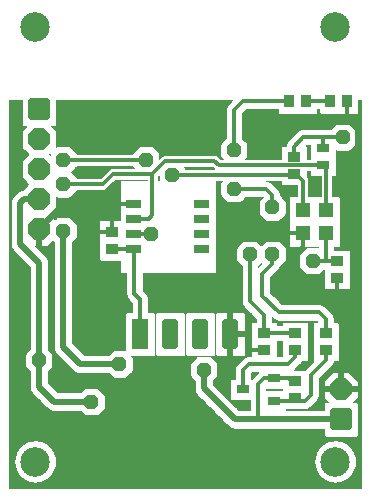
<source format=gtl>
%FSLAX35Y35*%
%MOIN*%
%IN16=KupferobenL1(X.Top)*%
%ADD10C,0.00197*%
%ADD11C,0.00205*%
%ADD12C,0.00256*%
%ADD13C,0.00500*%
%ADD14C,0.00512*%
%ADD15C,0.00591*%
%ADD16C,0.00768*%
%ADD17C,0.00787*%
%ADD18C,0.01181*%
%ADD19C,0.01575*%
%ADD20C,0.01969*%
%ADD21C,0.02362*%
%ADD22C,0.03150*%
%ADD23C,0.09843*%
%AMR_24*21,1,0.01181,0.01181,0,0,0.000*%
%ADD24R_24*%
%AMR_25*21,1,0.01969,0.01969,0,0,0.000*%
%ADD25R_25*%
%AMR_26*21,1,0.02756,0.04331,0,0,90.000*%
%ADD26R_26*%
%AMR_27*21,1,0.02953,0.04331,0,0,90.000*%
%ADD27R_27*%
%AMR_28*21,1,0.03150,0.04331,0,0,0.000*%
%ADD28R_28*%
%AMR_29*21,1,0.03150,0.04331,0,0,90.000*%
%ADD29R_29*%
%AMR_30*21,1,0.03150,0.04331,0,0,270.000*%
%ADD30R_30*%
%AMR_31*21,1,0.03543,0.04331,0,0,90.000*%
%ADD31R_31*%
%AMR_32*21,1,0.04724,0.04724,0,0,270.000*%
%ADD32R_32*%
%AMR_33*21,1,0.04724,0.07087,0,0,90.000*%
%ADD33R_33*%
%AMR_34*21,1,0.05000,0.02500,0,0,0.000*%
%ADD34R_34*%
%AMR_35*21,1,0.05512,0.05512,0,0,0.000*%
%ADD35R_35*%
%AMR_36*21,1,0.05512,0.05512,0,0,180.000*%
%ADD36R_36*%
%AMR_37*21,1,0.06250,0.06250,0,0,0.000*%
%ADD37R_37*%
%AMR_38*21,1,0.06693,0.04724,0,0,270.000*%
%ADD38R_38*%
%AMR_39*21,1,0.07500,0.07500,0,0,0.000*%
%ADD39R_39*%
%AMR_40*21,1,0.10236,0.05512,0,0,90.000*%
%ADD40R_40*%
%AMR_41*21,1,0.13189,0.07874,0,0,270.000*%
%ADD41R_41*%
%AMR_42*21,1,0.15625,0.15625,0,0,0.000*%
%ADD42R_42*%
%AMR_43*21,1,0.16250,0.19685,0,0,0.000*%
%ADD43R_43*%
%AMR_44*21,1,0.19685,0.19685,0,0,0.000*%
%ADD44R_44*%
%AMOCT_45*4,1,8,0.019685,0.013780,0.009843,0.023622,-0.009843,0.023622,-0.019685,0.013780,-0.019685,-0.013780,-0.009843,-0.023622,0.009843,-0.023622,0.019685,-0.013780,0.019685,0.013780,0.000*%
%ADD45OCT_45*%
%AMOCT_46*4,1,8,0.023622,0.009843,0.013780,0.019685,-0.013780,0.019685,-0.023622,0.009843,-0.023622,-0.009843,-0.013780,-0.019685,0.013780,-0.019685,0.023622,-0.009843,0.023622,0.009843,0.000*%
%ADD46OCT_46*%
%AMOCT_47*4,1,8,0.023622,0.011811,0.011811,0.023622,-0.011811,0.023622,-0.023622,0.011811,-0.023622,-0.011811,-0.011811,-0.023622,0.011811,-0.023622,0.023622,-0.011811,0.023622,0.011811,0.000*%
%ADD47OCT_47*%
%AMOCT_48*4,1,8,0.035433,0.017717,0.017717,0.035433,-0.017717,0.035433,-0.035433,0.017717,-0.035433,-0.017717,-0.017717,-0.035433,0.017717,-0.035433,0.035433,-0.017717,0.035433,0.017717,90.000*%
%ADD48OCT_48*%
%AMOCT_49*4,1,8,0.035433,0.017717,0.017717,0.035433,-0.017717,0.035433,-0.035433,0.017717,-0.035433,-0.017717,-0.017717,-0.035433,0.017717,-0.035433,0.035433,-0.017717,0.035433,0.017717,270.000*%
%ADD49OCT_49*%
%AMRR_50*21,1,0.01969,0.09843,0,0,180.000*21,1,0.01575,0.10236,0,0,180.000*1,1,0.00394,-0.00787,-0.04921*1,1,0.00394,0.00787,0.04921*1,1,0.00394,-0.00787,0.04921*1,1,0.00394,0.00787,-0.04921*%
%ADD50RR_50*%
%AMRR_51*21,1,0.02756,0.04173,0,0,180.000*21,1,0.02205,0.04724,0,0,180.000*1,1,0.00551,-0.01102,-0.02087*1,1,0.00551,0.01102,0.02087*1,1,0.00551,-0.01102,0.02087*1,1,0.00551,0.01102,-0.02087*%
%ADD51RR_51*%
%AMRR_52*21,1,0.02756,0.03346,0,0,180.000*21,1,0.01378,0.04724,0,0,180.000*1,1,0.01378,-0.00689,-0.01673*1,1,0.01378,0.00689,0.01673*1,1,0.01378,-0.00689,0.01673*1,1,0.01378,0.00689,-0.01673*%
%ADD52RR_52*%
%AMRR_53*21,1,0.07087,0.05669,0,0,90.000*21,1,0.05669,0.07087,0,0,90.000*1,1,0.01417,-0.02835,0.02835*1,1,0.01417,0.02835,-0.02835*1,1,0.01417,0.02835,0.02835*1,1,0.01417,-0.02835,-0.02835*%
%ADD53RR_53*%
%AMRR_54*21,1,0.07087,0.05669,0,0,270.000*21,1,0.05669,0.07087,0,0,270.000*1,1,0.01417,0.02835,-0.02835*1,1,0.01417,-0.02835,0.02835*1,1,0.01417,-0.02835,-0.02835*1,1,0.01417,0.02835,0.02835*%
%ADD54RR_54*%
%AMRR_55*21,1,0.08268,0.08583,0,0,180.000*21,1,0.06614,0.10236,0,0,180.000*1,1,0.01654,-0.03307,-0.04291*1,1,0.01654,0.03307,0.04291*1,1,0.01654,-0.03307,0.04291*1,1,0.01654,0.03307,-0.04291*%
%ADD55RR_55*%
%AMRR_56*21,1,0.08500,0.03400,0,0,0.000*21,1,0.07650,0.04250,0,0,0.000*1,1,0.00850,0.03825,0.01700*1,1,0.00850,-0.03825,-0.01700*1,1,0.00850,0.03825,-0.01700*1,1,0.00850,-0.03825,0.01700*%
%ADD56RR_56*%
%AMRR_57*21,1,0.10000,0.04000,0,0,0.000*21,1,0.09000,0.05000,0,0,0.000*1,1,0.01000,0.04500,0.02000*1,1,0.01000,-0.04500,-0.02000*1,1,0.01000,0.04500,-0.02000*1,1,0.01000,-0.04500,0.02000*%
%ADD57RR_57*%
%AMRR_58*21,1,0.10236,0.02756,0,0,90.000*21,1,0.07480,0.05512,0,0,90.000*1,1,0.02756,-0.01378,0.03740*1,1,0.02756,0.01378,-0.03740*1,1,0.02756,0.01378,0.03740*1,1,0.02756,-0.01378,-0.03740*%
%ADD58RR_58*%
G54D18*
X41884Y94687D02*
X41875Y94687D01*
X34375Y94687D02*
X41875Y94687D01*
X34375Y94687D02*
X34375Y85300D01*
X41875Y94687D02*
X41884Y94687D01*
X34375Y85300D02*
X27187Y85300D01*
X41875Y94687D02*
X34375Y94687D01*
X41875Y94687D02*
X41884Y94687D01*
X114675Y88750D02*
X114375Y89375D01*
X79687Y51250D02*
X79687Y45950D01*
X79687Y51250D02*
X80000Y51250D01*
X79687Y45950D02*
X85000Y45950D01*
X115937Y108437D02*
X115937Y120625D01*
X115937Y108437D02*
X114375Y106875D01*
X115937Y120625D02*
X112800Y123762D01*
X112800Y129062D01*
X114375Y61875D02*
X109375Y61875D01*
X109375Y70012D01*
X109375Y61875D02*
X95000Y61875D01*
X95000Y77500D02*
X95000Y61875D01*
X95000Y77500D02*
X97937Y80437D01*
X97937Y84812D01*
X75312Y69375D02*
X75312Y82812D01*
X77312Y84812D01*
X97937Y84812D01*
X34375Y79700D02*
X41884Y79687D01*
X34375Y79700D02*
X33437Y79700D01*
X41884Y79687D02*
X41884Y64677D01*
X43750Y62812D01*
X43750Y51250D01*
X101250Y75625D02*
X105812Y75625D01*
X109362Y75625D02*
X109375Y75612D01*
X111250Y116875D02*
X104687Y116875D01*
X98125Y116875D02*
X95000Y113750D01*
X95000Y110300D01*
X104687Y113112D02*
X104687Y116875D01*
X98125Y116875D01*
X105812Y84812D02*
X105812Y75625D01*
X109362Y75625D01*
X93747Y35927D02*
X95312Y35612D01*
X88243Y36552D02*
X84990Y36552D01*
X83125Y34687D01*
X83125Y22812D01*
X88243Y36552D02*
X94372Y36552D01*
X95312Y35612D01*
X41884Y84687D02*
X47500Y84687D01*
X18125Y109375D02*
X45625Y109375D01*
X95937Y104375D02*
X54375Y104375D01*
X95937Y104375D02*
X97937Y102374D01*
X97937Y92687D01*
X18125Y101250D02*
X31250Y101250D01*
X34700Y104700D01*
X41884Y89687D02*
X46562Y89687D01*
X47812Y90937D01*
X34700Y104700D02*
X47812Y104700D01*
X47812Y90937D01*
X70000Y107500D02*
X104062Y107500D01*
X68437Y109062D02*
X70000Y107500D01*
X104687Y107512D02*
X105812Y106387D01*
X105812Y92687D01*
X47812Y104700D02*
X52175Y109062D01*
X68437Y109062D01*
X10000Y33750D02*
X10000Y42500D01*
X88243Y29072D02*
X94372Y29072D01*
X95312Y30012D01*
X98759Y29072D02*
X88243Y29072D01*
X98759Y29072D02*
X100625Y30937D01*
X100625Y37500D01*
X105625Y42500D01*
X105625Y45950D01*
X80312Y62187D02*
X80312Y77812D01*
X85000Y51550D02*
X95312Y51550D01*
X80312Y62187D02*
X85000Y57500D01*
X85000Y51550D01*
X87812Y74687D02*
X87812Y77812D01*
X84375Y71250D02*
X87812Y74687D01*
X84375Y71250D02*
X84375Y64062D01*
X90000Y58437D02*
X84375Y64062D01*
X103437Y58437D02*
X90000Y58437D01*
X103437Y58437D02*
X105625Y56250D01*
X105625Y51550D01*
X93125Y41250D02*
X80000Y41250D01*
X78006Y39256D01*
X78006Y32812D01*
X93125Y41250D02*
X95312Y43437D01*
X95312Y45950D01*
X87187Y93125D02*
X87812Y93437D01*
X78125Y129062D02*
X93450Y129062D01*
X78125Y129062D02*
X75000Y125937D01*
X75000Y112500D01*
X85625Y99687D02*
X75000Y99687D01*
X85625Y99687D02*
X87812Y97500D01*
X87812Y93437D01*
X99050Y129062D02*
X107200Y129062D01*
G54D20*
X10000Y86250D02*
X18750Y95000D01*
X110625Y32812D02*
X110625Y40000D01*
X110625Y32812D02*
X116250Y32812D01*
X73750Y51250D02*
X79687Y51250D01*
X73750Y51250D02*
X73750Y41250D01*
X18750Y95000D02*
X30000Y95000D01*
X30312Y94687D02*
X34375Y94687D01*
X30312Y94687D02*
X30000Y95000D01*
X73750Y51250D02*
X73750Y63437D01*
X75312Y65000D01*
X75312Y69375D01*
X65000Y33125D02*
X65000Y39375D01*
X65000Y33125D02*
X75312Y22812D01*
X110625Y22812D02*
X83125Y22812D01*
X75312Y22812D01*
X18125Y46875D02*
X18125Y85625D01*
X23750Y41250D02*
X18125Y46875D01*
X23750Y41250D02*
X36875Y41250D01*
X15000Y28750D02*
X27500Y28750D01*
X10000Y33750D02*
X15000Y28750D01*
X10000Y33750D02*
X10000Y42500D01*
X10000Y75000D02*
X3750Y81250D01*
X3750Y95000D02*
X3750Y81250D01*
X5000Y96250D02*
X3750Y95000D01*
X10000Y96250D02*
X5000Y96250D01*
X10000Y42500D02*
X10000Y75000D01*
G54D23*
X108750Y153750D03*
X8750Y153750D03*
X8750Y8750D03*
X108750Y8750D03*
G54D26*
X88243Y29072D03*
X88243Y36552D03*
X78006Y32812D03*
G54D27*
X104687Y107512D03*
X104687Y113112D03*
G54D28*
X93450Y129062D03*
X99050Y129062D03*
X107200Y129062D03*
X112800Y129062D03*
G54D29*
X95000Y104700D03*
X95000Y110300D03*
X95312Y45950D03*
X95312Y51550D03*
X105625Y45950D03*
X105625Y51550D03*
G54D30*
X109375Y75612D03*
X109375Y70012D03*
X95312Y35612D03*
X95312Y30012D03*
X85000Y51550D03*
X85000Y45950D03*
G54D31*
X34375Y79700D03*
X34375Y85300D03*
G54D32*
X105812Y84812D03*
X97937Y84812D03*
X97937Y92687D03*
X105812Y92687D03*
G54D34*
X41884Y79687D03*
X41884Y84687D03*
X41884Y89687D03*
X41884Y94687D03*
X64404Y79687D03*
X64404Y84687D03*
X64404Y89687D03*
X64404Y94687D03*
G54D40*
X43750Y51250D03*
G54D45*
X36875Y69375D03*
G54D46*
X114375Y89375D03*
G54D47*
X96250Y5625D03*
X21250Y5625D03*
X114375Y106875D03*
X114375Y41562D03*
X3125Y35625D03*
X3125Y61250D03*
X114375Y61875D03*
X36875Y116875D03*
X66875Y116875D03*
X75312Y69375D03*
X57187Y39375D03*
X111250Y116875D03*
X101250Y75625D03*
X65000Y39375D03*
X18125Y109375D03*
X47500Y84687D03*
X45625Y109375D03*
X54375Y104375D03*
X18125Y85625D03*
X36875Y41250D03*
X18125Y101250D03*
X27500Y28750D03*
X10000Y42500D03*
X80312Y77812D03*
X87812Y77812D03*
X87812Y93437D03*
X75000Y99687D03*
X75000Y112500D03*
G54D48*
X110625Y32812D03*
G54D49*
X10000Y116250D03*
X10000Y106250D03*
X10000Y96250D03*
X10000Y86250D03*
G54D53*
X110625Y22812D03*
G54D54*
X10000Y126250D03*
G54D58*
X53750Y51250D03*
X63750Y51250D03*
X73750Y51250D03*
G36*
X9015Y80000D02*
X9015Y86250D01*
X10984Y86250D01*
X10984Y80000D01*
X9015Y80000D01*
D02*G37*
G36*
X104687Y31828D02*
X104687Y33796D01*
X110625Y33796D01*
X110625Y31828D01*
X104687Y31828D01*
D02*G37*
G54D10*
X98Y0D02*
X117401Y0D01*
X98Y157D02*
X117401Y157D01*
X98Y314D02*
X117401Y314D01*
X98Y472D02*
X117401Y472D01*
X98Y629D02*
X117401Y629D01*
X98Y787D02*
X117401Y787D01*
X98Y944D02*
X117401Y944D01*
X98Y1102D02*
X117401Y1102D01*
X98Y1259D02*
X117401Y1259D01*
X98Y1417D02*
X117401Y1417D01*
X98Y1574D02*
X117401Y1574D01*
X98Y1732D02*
X117401Y1732D01*
X109143Y1732D02*
X109537Y1771D01*
X108395Y1732D02*
X108001Y1771D01*
X9143Y1732D02*
X9537Y1771D01*
X8395Y1732D02*
X8001Y1771D01*
X98Y1889D02*
X7446Y1889D01*
X10093Y1889D02*
X107446Y1889D01*
X110093Y1889D02*
X117401Y1889D01*
X98Y2047D02*
X6664Y2047D01*
X10874Y2047D02*
X106664Y2047D01*
X110874Y2047D02*
X117401Y2047D01*
X109537Y1771D02*
X110648Y2007D01*
X108001Y1771D02*
X106890Y2007D01*
X9537Y1771D02*
X10648Y2007D01*
X8001Y1771D02*
X6890Y2007D01*
X110648Y2007D02*
X110874Y2047D01*
X106890Y2007D02*
X106664Y2047D01*
X10648Y2007D02*
X10874Y2047D01*
X6890Y2007D02*
X6664Y2047D01*
X110874Y2047D02*
X110994Y2086D01*
X106664Y2047D02*
X106545Y2086D01*
X10874Y2047D02*
X10994Y2086D01*
X6664Y2047D02*
X6545Y2086D01*
X110994Y2086D02*
X111063Y2125D01*
X106545Y2086D02*
X106476Y2125D01*
X10994Y2086D02*
X11063Y2125D01*
X6545Y2086D02*
X6476Y2125D01*
X98Y2204D02*
X6299Y2204D01*
X11240Y2204D02*
X106299Y2204D01*
X111240Y2204D02*
X117401Y2204D01*
X98Y2362D02*
X5945Y2362D01*
X11593Y2362D02*
X105945Y2362D01*
X111593Y2362D02*
X117401Y2362D01*
X98Y2519D02*
X5591Y2519D01*
X11947Y2519D02*
X105591Y2519D01*
X111947Y2519D02*
X117401Y2519D01*
X98Y2677D02*
X5240Y2677D01*
X12298Y2677D02*
X105240Y2677D01*
X112298Y2677D02*
X117401Y2677D01*
X111063Y2125D02*
X112298Y2677D01*
X106476Y2125D02*
X105240Y2677D01*
X11063Y2125D02*
X12298Y2677D01*
X6476Y2125D02*
X5240Y2677D01*
X98Y2834D02*
X5023Y2834D01*
X12515Y2834D02*
X105023Y2834D01*
X112515Y2834D02*
X117401Y2834D01*
X98Y2992D02*
X4807Y2992D01*
X12732Y2992D02*
X104807Y2992D01*
X112732Y2992D02*
X117401Y2992D01*
X98Y3149D02*
X4590Y3149D01*
X12949Y3149D02*
X104590Y3149D01*
X112949Y3149D02*
X117401Y3149D01*
X98Y3307D02*
X4373Y3307D01*
X13165Y3307D02*
X104373Y3307D01*
X113165Y3307D02*
X117401Y3307D01*
X98Y3464D02*
X4156Y3464D01*
X13382Y3464D02*
X104156Y3464D01*
X113382Y3464D02*
X117401Y3464D01*
X112298Y2677D02*
X113382Y3464D01*
X105240Y2677D02*
X104156Y3464D01*
X12298Y2677D02*
X13382Y3464D01*
X5240Y2677D02*
X4156Y3464D01*
X113382Y3464D02*
X113446Y3503D01*
X104156Y3464D02*
X104092Y3503D01*
X13382Y3464D02*
X13446Y3503D01*
X4156Y3464D02*
X4092Y3503D01*
X113446Y3503D02*
X113488Y3543D01*
X104092Y3503D02*
X104050Y3543D01*
X13446Y3503D02*
X13488Y3543D01*
X4092Y3503D02*
X4050Y3543D01*
X98Y3622D02*
X3986Y3622D01*
X13552Y3622D02*
X103986Y3622D01*
X113552Y3622D02*
X117401Y3622D01*
X113488Y3543D02*
X113517Y3582D01*
X104050Y3543D02*
X104021Y3582D01*
X13488Y3543D02*
X13517Y3582D01*
X4050Y3543D02*
X4021Y3582D01*
X98Y3779D02*
X3844Y3779D01*
X13694Y3779D02*
X103844Y3779D01*
X113694Y3779D02*
X117401Y3779D01*
X98Y3937D02*
X3702Y3937D01*
X13836Y3937D02*
X103702Y3937D01*
X113836Y3937D02*
X117401Y3937D01*
X98Y4094D02*
X3561Y4094D01*
X13978Y4094D02*
X103561Y4094D01*
X113978Y4094D02*
X117401Y4094D01*
X98Y4251D02*
X3419Y4251D01*
X14120Y4251D02*
X103419Y4251D01*
X114120Y4251D02*
X117401Y4251D01*
X98Y4409D02*
X3277Y4409D01*
X14261Y4409D02*
X103277Y4409D01*
X114261Y4409D02*
X117401Y4409D01*
X98Y4566D02*
X3135Y4566D01*
X14403Y4566D02*
X103135Y4566D01*
X114403Y4566D02*
X117401Y4566D01*
X113517Y3582D02*
X114441Y4606D01*
X104021Y3582D02*
X103098Y4606D01*
X13517Y3582D02*
X14441Y4606D01*
X4021Y3582D02*
X3098Y4606D01*
X114441Y4606D02*
X114467Y4645D01*
X103098Y4606D02*
X103071Y4645D01*
X14441Y4606D02*
X14467Y4645D01*
X3098Y4606D02*
X3071Y4645D01*
X98Y4724D02*
X3027Y4724D01*
X14511Y4724D02*
X103027Y4724D01*
X114511Y4724D02*
X117401Y4724D01*
X114467Y4645D02*
X114534Y4763D01*
X103071Y4645D02*
X103005Y4763D01*
X14467Y4645D02*
X14534Y4763D01*
X3071Y4645D02*
X3005Y4763D01*
X98Y4881D02*
X2936Y4881D01*
X14602Y4881D02*
X102936Y4881D01*
X114602Y4881D02*
X117401Y4881D01*
X98Y5039D02*
X2846Y5039D01*
X14693Y5039D02*
X102846Y5039D01*
X114693Y5039D02*
X117401Y5039D01*
X98Y5196D02*
X2755Y5196D01*
X14784Y5196D02*
X102755Y5196D01*
X114784Y5196D02*
X117401Y5196D01*
X98Y5354D02*
X2664Y5354D01*
X14875Y5354D02*
X102664Y5354D01*
X114875Y5354D02*
X117401Y5354D01*
X98Y5511D02*
X2573Y5511D01*
X14966Y5511D02*
X102573Y5511D01*
X114966Y5511D02*
X117401Y5511D01*
X98Y5669D02*
X2482Y5669D01*
X15056Y5669D02*
X102482Y5669D01*
X115056Y5669D02*
X117401Y5669D01*
X98Y5826D02*
X2386Y5826D01*
X15153Y5826D02*
X102386Y5826D01*
X115153Y5826D02*
X117401Y5826D01*
X114534Y4763D02*
X115125Y5787D01*
X103005Y4763D02*
X102414Y5787D01*
X14534Y4763D02*
X15125Y5787D01*
X3005Y4763D02*
X2414Y5787D01*
X115125Y5787D02*
X115179Y5866D01*
X102414Y5787D02*
X102359Y5866D01*
X15125Y5787D02*
X15179Y5866D01*
X2414Y5787D02*
X2359Y5866D01*
X115179Y5866D02*
X115196Y5905D01*
X102359Y5866D02*
X102343Y5905D01*
X15179Y5866D02*
X15196Y5905D01*
X2359Y5866D02*
X2343Y5905D01*
X98Y5984D02*
X2322Y5984D01*
X15216Y5984D02*
X102322Y5984D01*
X115216Y5984D02*
X117401Y5984D01*
X115196Y5905D02*
X115216Y5984D01*
X102343Y5905D02*
X102322Y5984D01*
X15196Y5905D02*
X15216Y5984D01*
X2343Y5905D02*
X2322Y5984D01*
X98Y6141D02*
X2271Y6141D01*
X15267Y6141D02*
X102271Y6141D01*
X115267Y6141D02*
X117401Y6141D01*
X98Y6299D02*
X2220Y6299D01*
X15319Y6299D02*
X102220Y6299D01*
X115319Y6299D02*
X117401Y6299D01*
X98Y6456D02*
X2169Y6456D01*
X15370Y6456D02*
X102169Y6456D01*
X115370Y6456D02*
X117401Y6456D01*
X98Y6614D02*
X2118Y6614D01*
X15421Y6614D02*
X102118Y6614D01*
X115421Y6614D02*
X117401Y6614D01*
X98Y6771D02*
X2066Y6771D01*
X15472Y6771D02*
X102066Y6771D01*
X115472Y6771D02*
X117401Y6771D01*
X98Y6929D02*
X2015Y6929D01*
X15523Y6929D02*
X102015Y6929D01*
X115523Y6929D02*
X117401Y6929D01*
X98Y7086D02*
X1964Y7086D01*
X15574Y7086D02*
X101964Y7086D01*
X115574Y7086D02*
X117401Y7086D01*
X98Y7244D02*
X1913Y7244D01*
X15626Y7244D02*
X101913Y7244D01*
X115626Y7244D02*
X117401Y7244D01*
X115216Y5984D02*
X115636Y7283D01*
X102322Y5984D02*
X101902Y7283D01*
X15216Y5984D02*
X15636Y7283D01*
X2322Y5984D02*
X1902Y7283D01*
X115636Y7283D02*
X115646Y7322D01*
X101902Y7283D02*
X101893Y7322D01*
X15636Y7283D02*
X15646Y7322D01*
X1902Y7283D02*
X1893Y7322D01*
X98Y7401D02*
X1884Y7401D01*
X15654Y7401D02*
X101884Y7401D01*
X115654Y7401D02*
X117401Y7401D01*
X98Y7559D02*
X1868Y7559D01*
X15671Y7559D02*
X101868Y7559D01*
X115671Y7559D02*
X117401Y7559D01*
X98Y7716D02*
X1851Y7716D01*
X15687Y7716D02*
X101851Y7716D01*
X115687Y7716D02*
X117401Y7716D01*
X98Y7874D02*
X1835Y7874D01*
X15704Y7874D02*
X101835Y7874D01*
X115704Y7874D02*
X117401Y7874D01*
X98Y8031D02*
X1818Y8031D01*
X15720Y8031D02*
X101818Y8031D01*
X115720Y8031D02*
X117401Y8031D01*
X98Y8188D02*
X1802Y8188D01*
X15737Y8188D02*
X101802Y8188D01*
X115737Y8188D02*
X117401Y8188D01*
X98Y8346D02*
X1785Y8346D01*
X15753Y8346D02*
X101785Y8346D01*
X115753Y8346D02*
X117401Y8346D01*
X98Y8503D02*
X1768Y8503D01*
X15770Y8503D02*
X101768Y8503D01*
X115770Y8503D02*
X117401Y8503D01*
X98Y8661D02*
X1752Y8661D01*
X15786Y8661D02*
X101752Y8661D01*
X115786Y8661D02*
X117401Y8661D01*
X98Y8818D02*
X1745Y8818D01*
X15794Y8818D02*
X101745Y8818D01*
X115794Y8818D02*
X117401Y8818D01*
X115646Y7322D02*
X115797Y8779D01*
X101893Y7322D02*
X101742Y8779D01*
X15646Y7322D02*
X15797Y8779D01*
X1893Y7322D02*
X1742Y8779D01*
X115797Y8779D02*
X115784Y8897D01*
X101742Y8779D02*
X101754Y8897D01*
X15797Y8779D02*
X15784Y8897D01*
X1742Y8779D02*
X1754Y8897D01*
X98Y8976D02*
X1762Y8976D01*
X15776Y8976D02*
X101762Y8976D01*
X115776Y8976D02*
X117401Y8976D01*
X98Y9133D02*
X1779Y9133D01*
X15760Y9133D02*
X101779Y9133D01*
X115760Y9133D02*
X117401Y9133D01*
X98Y9291D02*
X1795Y9291D01*
X15743Y9291D02*
X101795Y9291D01*
X115743Y9291D02*
X117401Y9291D01*
X98Y9448D02*
X1812Y9448D01*
X15726Y9448D02*
X101812Y9448D01*
X115726Y9448D02*
X117401Y9448D01*
X98Y9606D02*
X1828Y9606D01*
X15710Y9606D02*
X101828Y9606D01*
X115710Y9606D02*
X117401Y9606D01*
X98Y9763D02*
X1845Y9763D01*
X15693Y9763D02*
X101845Y9763D01*
X115693Y9763D02*
X117401Y9763D01*
X98Y9921D02*
X1862Y9921D01*
X15677Y9921D02*
X101862Y9921D01*
X115677Y9921D02*
X117401Y9921D01*
X98Y10078D02*
X1878Y10078D01*
X15660Y10078D02*
X101878Y10078D01*
X115660Y10078D02*
X117401Y10078D01*
X98Y10236D02*
X1893Y10236D01*
X15645Y10236D02*
X101893Y10236D01*
X115645Y10236D02*
X117401Y10236D01*
X115784Y8897D02*
X115645Y10236D01*
X101754Y8897D02*
X101893Y10236D01*
X15784Y8897D02*
X15645Y10236D01*
X1754Y8897D02*
X1893Y10236D01*
X115645Y10236D02*
X115636Y10275D01*
X101893Y10236D02*
X101903Y10275D01*
X15645Y10236D02*
X15636Y10275D01*
X1893Y10236D02*
X1903Y10275D01*
X98Y10393D02*
X1945Y10393D01*
X15594Y10393D02*
X101945Y10393D01*
X115594Y10393D02*
X117401Y10393D01*
X115636Y10275D02*
X115606Y10354D01*
X101903Y10275D02*
X101932Y10354D01*
X15636Y10275D02*
X15606Y10354D01*
X1903Y10275D02*
X1932Y10354D01*
X98Y10551D02*
X1996Y10551D01*
X15542Y10551D02*
X101996Y10551D01*
X115542Y10551D02*
X117401Y10551D01*
X98Y10708D02*
X2047Y10708D01*
X15491Y10708D02*
X102047Y10708D01*
X115491Y10708D02*
X117401Y10708D01*
X98Y10866D02*
X2098Y10866D01*
X15440Y10866D02*
X102098Y10866D01*
X115440Y10866D02*
X117401Y10866D01*
X98Y11023D02*
X2149Y11023D01*
X15389Y11023D02*
X102149Y11023D01*
X115389Y11023D02*
X117401Y11023D01*
X98Y11181D02*
X2201Y11181D01*
X15338Y11181D02*
X102201Y11181D01*
X115338Y11181D02*
X117401Y11181D01*
X98Y11338D02*
X2252Y11338D01*
X15287Y11338D02*
X102252Y11338D01*
X115287Y11338D02*
X117401Y11338D01*
X98Y11496D02*
X2303Y11496D01*
X15235Y11496D02*
X102303Y11496D01*
X115235Y11496D02*
X117401Y11496D01*
X98Y11653D02*
X2358Y11653D01*
X15180Y11653D02*
X102358Y11653D01*
X115180Y11653D02*
X117401Y11653D01*
X115606Y10354D02*
X115180Y11653D01*
X101932Y10354D02*
X102358Y11653D01*
X15606Y10354D02*
X15180Y11653D01*
X1932Y10354D02*
X2358Y11653D01*
X98Y11811D02*
X2448Y11811D01*
X15091Y11811D02*
X102448Y11811D01*
X115091Y11811D02*
X117401Y11811D01*
X115180Y11653D02*
X115091Y11811D01*
X102358Y11653D02*
X102448Y11811D01*
X15180Y11653D02*
X15091Y11811D01*
X2358Y11653D02*
X2448Y11811D01*
X98Y11968D02*
X2539Y11968D01*
X15000Y11968D02*
X102539Y11968D01*
X115000Y11968D02*
X117401Y11968D01*
X98Y12125D02*
X2630Y12125D01*
X14909Y12125D02*
X102630Y12125D01*
X114909Y12125D02*
X117401Y12125D01*
X98Y12283D02*
X2721Y12283D01*
X14818Y12283D02*
X102721Y12283D01*
X114818Y12283D02*
X117401Y12283D01*
X98Y12440D02*
X2811Y12440D01*
X14727Y12440D02*
X102811Y12440D01*
X114727Y12440D02*
X117401Y12440D01*
X98Y12598D02*
X2902Y12598D01*
X14636Y12598D02*
X102902Y12598D01*
X114636Y12598D02*
X117401Y12598D01*
X98Y12755D02*
X2993Y12755D01*
X14545Y12755D02*
X102993Y12755D01*
X114545Y12755D02*
X117401Y12755D01*
X98Y12913D02*
X3088Y12913D01*
X14451Y12913D02*
X103088Y12913D01*
X114451Y12913D02*
X117401Y12913D01*
X115091Y11811D02*
X114451Y12913D01*
X102448Y11811D02*
X103088Y12913D01*
X15091Y11811D02*
X14451Y12913D01*
X2448Y11811D02*
X3088Y12913D01*
X114451Y12913D02*
X114421Y12952D01*
X103088Y12913D02*
X103118Y12952D01*
X14451Y12913D02*
X14421Y12952D01*
X3088Y12913D02*
X3118Y12952D01*
X98Y13070D02*
X3224Y13070D01*
X14315Y13070D02*
X103224Y13070D01*
X114315Y13070D02*
X117401Y13070D01*
X98Y13228D02*
X3366Y13228D01*
X14173Y13228D02*
X103366Y13228D01*
X114173Y13228D02*
X117401Y13228D01*
X98Y13385D02*
X3507Y13385D01*
X14031Y13385D02*
X103507Y13385D01*
X114031Y13385D02*
X117401Y13385D01*
X98Y13543D02*
X3649Y13543D01*
X13889Y13543D02*
X103649Y13543D01*
X113889Y13543D02*
X117401Y13543D01*
X98Y13700D02*
X3791Y13700D01*
X13747Y13700D02*
X103791Y13700D01*
X113747Y13700D02*
X117401Y13700D01*
X98Y13858D02*
X3933Y13858D01*
X13606Y13858D02*
X103933Y13858D01*
X113606Y13858D02*
X117401Y13858D01*
X98Y14015D02*
X4081Y14015D01*
X13457Y14015D02*
X104081Y14015D01*
X113457Y14015D02*
X117401Y14015D01*
X114421Y12952D02*
X113499Y13976D01*
X103118Y12952D02*
X104039Y13976D01*
X14421Y12952D02*
X13499Y13976D01*
X3118Y12952D02*
X4039Y13976D01*
X113499Y13976D02*
X113457Y14015D01*
X104039Y13976D02*
X104081Y14015D01*
X13499Y13976D02*
X13457Y14015D01*
X4039Y13976D02*
X4081Y14015D01*
X113457Y14015D02*
X113409Y14055D01*
X104081Y14015D02*
X104129Y14055D01*
X13457Y14015D02*
X13409Y14055D01*
X4081Y14015D02*
X4129Y14055D01*
X98Y14173D02*
X4292Y14173D01*
X13247Y14173D02*
X104292Y14173D01*
X113247Y14173D02*
X117401Y14173D01*
X98Y14330D02*
X4509Y14330D01*
X13030Y14330D02*
X104509Y14330D01*
X113030Y14330D02*
X117401Y14330D01*
X98Y14488D02*
X4725Y14488D01*
X12813Y14488D02*
X104725Y14488D01*
X112813Y14488D02*
X117401Y14488D01*
X98Y14645D02*
X4942Y14645D01*
X12596Y14645D02*
X104942Y14645D01*
X112596Y14645D02*
X117401Y14645D01*
X98Y14803D02*
X5159Y14803D01*
X12380Y14803D02*
X105159Y14803D01*
X112380Y14803D02*
X117401Y14803D01*
X113409Y14055D02*
X112380Y14803D01*
X104129Y14055D02*
X105159Y14803D01*
X13409Y14055D02*
X12380Y14803D01*
X4129Y14055D02*
X5159Y14803D01*
X112380Y14803D02*
X112294Y14881D01*
X105159Y14803D02*
X105244Y14881D01*
X12380Y14803D02*
X12294Y14881D01*
X5159Y14803D02*
X5244Y14881D01*
X98Y14960D02*
X5459Y14960D01*
X12080Y14960D02*
X105459Y14960D01*
X112080Y14960D02*
X117401Y14960D01*
X112294Y14881D02*
X112175Y14921D01*
X105244Y14881D02*
X105364Y14921D01*
X12294Y14881D02*
X12175Y14921D01*
X5244Y14881D02*
X5364Y14921D01*
X112175Y14921D02*
X112080Y14960D01*
X105364Y14921D02*
X105459Y14960D01*
X12175Y14921D02*
X12080Y14960D01*
X5364Y14921D02*
X5459Y14960D01*
X98Y15118D02*
X5812Y15118D01*
X11726Y15118D02*
X105812Y15118D01*
X111726Y15118D02*
X117401Y15118D01*
X98Y15275D02*
X6166Y15275D01*
X11372Y15275D02*
X106166Y15275D01*
X111372Y15275D02*
X117401Y15275D01*
X98Y15433D02*
X6520Y15433D01*
X11019Y15433D02*
X106520Y15433D01*
X111019Y15433D02*
X117401Y15433D01*
X112080Y14960D02*
X111019Y15433D01*
X105459Y14960D02*
X106520Y15433D01*
X12080Y14960D02*
X11019Y15433D01*
X5459Y14960D02*
X6520Y15433D01*
X111019Y15433D02*
X110899Y15472D01*
X106520Y15433D02*
X106639Y15472D01*
X11019Y15433D02*
X10899Y15472D01*
X6520Y15433D02*
X6639Y15472D01*
X110899Y15472D02*
X110741Y15511D01*
X106639Y15472D02*
X106797Y15511D01*
X10899Y15472D02*
X10741Y15511D01*
X6639Y15472D02*
X6797Y15511D01*
X98Y15590D02*
X7168Y15590D01*
X10371Y15590D02*
X107168Y15590D01*
X110371Y15590D02*
X117401Y15590D01*
X98Y15748D02*
X7909Y15748D01*
X9630Y15748D02*
X107909Y15748D01*
X109630Y15748D02*
X117401Y15748D01*
X110741Y15511D02*
X109630Y15748D01*
X106797Y15511D02*
X107909Y15748D01*
X10741Y15511D02*
X9630Y15748D01*
X6797Y15511D02*
X7909Y15748D01*
X8451Y15826D02*
X9087Y15826D01*
X108451Y15826D02*
X109087Y15826D01*
X109630Y15748D02*
X109481Y15787D01*
X107909Y15748D02*
X108057Y15787D01*
X9630Y15748D02*
X9481Y15787D01*
X7909Y15748D02*
X8057Y15787D01*
X109481Y15787D02*
X109087Y15826D01*
X108057Y15787D02*
X108451Y15826D01*
X9481Y15787D02*
X9087Y15826D01*
X8057Y15787D02*
X8451Y15826D01*
X98Y15905D02*
X117401Y15905D01*
X98Y16062D02*
X117401Y16062D01*
X98Y16220D02*
X117401Y16220D01*
X98Y16377D02*
X117401Y16377D01*
X98Y16535D02*
X117401Y16535D01*
X98Y16692D02*
X117401Y16692D01*
X98Y16850D02*
X117401Y16850D01*
X98Y17007D02*
X117401Y17007D01*
X105585Y17086D02*
X115664Y17086D01*
X98Y17165D02*
X105072Y17165D01*
X116177Y17165D02*
X117401Y17165D01*
X115664Y17086D02*
X116058Y17125D01*
X105585Y17086D02*
X105191Y17125D01*
X116058Y17125D02*
X116177Y17165D01*
X105191Y17125D02*
X105072Y17165D01*
X116177Y17165D02*
X116219Y17204D01*
X105072Y17165D02*
X105030Y17204D01*
X116219Y17204D02*
X116245Y17244D01*
X105030Y17204D02*
X105004Y17244D01*
X98Y17322D02*
X104978Y17322D01*
X116271Y17322D02*
X117401Y17322D01*
X116245Y17244D02*
X116262Y17283D01*
X105004Y17244D02*
X104987Y17283D01*
X116262Y17283D02*
X116271Y17322D01*
X104987Y17283D02*
X104978Y17322D01*
X116271Y17322D02*
X116274Y17401D01*
X104978Y17322D02*
X104975Y17401D01*
X98Y17480D02*
X104975Y17480D01*
X116274Y17480D02*
X117401Y17480D01*
X98Y17637D02*
X104975Y17637D01*
X116274Y17637D02*
X117401Y17637D01*
X98Y17795D02*
X104975Y17795D01*
X116274Y17795D02*
X117401Y17795D01*
X98Y17952D02*
X104975Y17952D01*
X116274Y17952D02*
X117401Y17952D01*
X98Y18110D02*
X104975Y18110D01*
X116274Y18110D02*
X117401Y18110D01*
X98Y18267D02*
X104975Y18267D01*
X116274Y18267D02*
X117401Y18267D01*
X98Y18425D02*
X104975Y18425D01*
X116274Y18425D02*
X117401Y18425D01*
X98Y18582D02*
X104975Y18582D01*
X116274Y18582D02*
X117401Y18582D01*
X98Y18740D02*
X104975Y18740D01*
X116274Y18740D02*
X117401Y18740D01*
X98Y18897D02*
X104975Y18897D01*
X116274Y18897D02*
X117401Y18897D01*
X98Y19055D02*
X104975Y19055D01*
X116274Y19055D02*
X117401Y19055D01*
X98Y19212D02*
X104975Y19212D01*
X116274Y19212D02*
X117401Y19212D01*
X98Y19370D02*
X104975Y19370D01*
X116274Y19370D02*
X117401Y19370D01*
X98Y19527D02*
X104975Y19527D01*
X116274Y19527D02*
X117401Y19527D01*
X75706Y19645D02*
X104581Y19645D01*
X98Y19685D02*
X75312Y19685D01*
X116274Y19685D02*
X117401Y19685D01*
X104975Y17401D02*
X104975Y19645D01*
X75706Y19645D02*
X75312Y19685D01*
X75256Y19685D02*
X74862Y19724D01*
X74862Y19724D02*
X74743Y19763D01*
X98Y19842D02*
X74424Y19842D01*
X116274Y19842D02*
X117401Y19842D01*
X74743Y19763D02*
X74661Y19803D01*
X74661Y19803D02*
X74424Y19842D01*
X74424Y19842D02*
X74304Y19881D01*
X98Y20000D02*
X74007Y20000D01*
X116274Y20000D02*
X117401Y20000D01*
X74304Y19881D02*
X74150Y19960D01*
X74150Y19960D02*
X74007Y20000D01*
X74007Y20000D02*
X73888Y20039D01*
X98Y20157D02*
X73746Y20157D01*
X116274Y20157D02*
X117401Y20157D01*
X73888Y20039D02*
X73801Y20118D01*
X73801Y20118D02*
X73746Y20157D01*
X73746Y20157D02*
X73687Y20196D01*
X73687Y20196D02*
X73610Y20236D01*
X98Y20314D02*
X73461Y20314D01*
X116274Y20314D02*
X117401Y20314D01*
X73610Y20236D02*
X73503Y20275D01*
X73503Y20275D02*
X73461Y20314D01*
X73461Y20314D02*
X73435Y20354D01*
X98Y20472D02*
X73313Y20472D01*
X116274Y20472D02*
X117401Y20472D01*
X73435Y20354D02*
X73358Y20433D01*
X73358Y20433D02*
X73313Y20472D01*
X98Y20629D02*
X73111Y20629D01*
X116274Y20629D02*
X117401Y20629D01*
X73313Y20472D02*
X73153Y20590D01*
X73153Y20590D02*
X73072Y20669D01*
X98Y20787D02*
X72954Y20787D01*
X116274Y20787D02*
X117401Y20787D01*
X98Y20944D02*
X72796Y20944D01*
X116274Y20944D02*
X117401Y20944D01*
X98Y21102D02*
X72639Y21102D01*
X116274Y21102D02*
X117401Y21102D01*
X98Y21259D02*
X72481Y21259D01*
X116274Y21259D02*
X117401Y21259D01*
X98Y21417D02*
X72324Y21417D01*
X116274Y21417D02*
X117401Y21417D01*
X98Y21574D02*
X72166Y21574D01*
X116274Y21574D02*
X117401Y21574D01*
X98Y21732D02*
X72009Y21732D01*
X116274Y21732D02*
X117401Y21732D01*
X98Y21889D02*
X71851Y21889D01*
X116274Y21889D02*
X117401Y21889D01*
X98Y22047D02*
X71694Y22047D01*
X116274Y22047D02*
X117401Y22047D01*
X98Y22204D02*
X71536Y22204D01*
X116274Y22204D02*
X117401Y22204D01*
X98Y22362D02*
X71379Y22362D01*
X116274Y22362D02*
X117401Y22362D01*
X98Y22519D02*
X71221Y22519D01*
X116274Y22519D02*
X117401Y22519D01*
X98Y22677D02*
X71064Y22677D01*
X116274Y22677D02*
X117401Y22677D01*
X98Y22834D02*
X70907Y22834D01*
X116274Y22834D02*
X117401Y22834D01*
X98Y22992D02*
X70749Y22992D01*
X116274Y22992D02*
X117401Y22992D01*
X98Y23149D02*
X70592Y23149D01*
X116274Y23149D02*
X117401Y23149D01*
X98Y23307D02*
X70434Y23307D01*
X116274Y23307D02*
X117401Y23307D01*
X98Y23464D02*
X70277Y23464D01*
X116274Y23464D02*
X117401Y23464D01*
X98Y23622D02*
X70119Y23622D01*
X116274Y23622D02*
X117401Y23622D01*
X98Y23779D02*
X69962Y23779D01*
X116274Y23779D02*
X117401Y23779D01*
X98Y23937D02*
X69804Y23937D01*
X116274Y23937D02*
X117401Y23937D01*
X98Y24094D02*
X69647Y24094D01*
X116274Y24094D02*
X117401Y24094D01*
X25767Y24212D02*
X29232Y24212D01*
X98Y24251D02*
X25374Y24251D01*
X29625Y24251D02*
X69489Y24251D01*
X116274Y24251D02*
X117401Y24251D01*
X29232Y24212D02*
X29625Y24251D01*
X25767Y24212D02*
X25374Y24251D01*
X29625Y24251D02*
X29745Y24291D01*
X25374Y24251D02*
X25254Y24291D01*
X29745Y24291D02*
X29787Y24330D01*
X25254Y24291D02*
X25212Y24330D01*
X98Y24409D02*
X25143Y24409D01*
X29856Y24409D02*
X69332Y24409D01*
X116274Y24409D02*
X117401Y24409D01*
X29787Y24330D02*
X29816Y24370D01*
X25212Y24330D02*
X25183Y24370D01*
X98Y24566D02*
X24986Y24566D01*
X30013Y24566D02*
X69174Y24566D01*
X116274Y24566D02*
X117401Y24566D01*
X98Y24724D02*
X24828Y24724D01*
X30171Y24724D02*
X69017Y24724D01*
X116274Y24724D02*
X117401Y24724D01*
X98Y24881D02*
X24671Y24881D01*
X30328Y24881D02*
X68859Y24881D01*
X116274Y24881D02*
X117401Y24881D01*
X98Y25039D02*
X24513Y25039D01*
X30486Y25039D02*
X68702Y25039D01*
X116274Y25039D02*
X117401Y25039D01*
X98Y25196D02*
X24356Y25196D01*
X30643Y25196D02*
X68544Y25196D01*
X116274Y25196D02*
X117401Y25196D01*
X98Y25354D02*
X24198Y25354D01*
X30801Y25354D02*
X68387Y25354D01*
X116274Y25354D02*
X117401Y25354D01*
X98Y25511D02*
X24041Y25511D01*
X30958Y25511D02*
X68229Y25511D01*
X116274Y25511D02*
X117401Y25511D01*
X15393Y25590D02*
X23568Y25590D01*
X25183Y24370D02*
X23962Y25590D01*
X98Y25669D02*
X14550Y25669D01*
X31116Y25669D02*
X68072Y25669D01*
X116274Y25669D02*
X117401Y25669D01*
X15393Y25590D02*
X15000Y25629D01*
X14944Y25629D02*
X14550Y25669D01*
X14550Y25669D02*
X14430Y25708D01*
X14430Y25708D02*
X14316Y25748D01*
X98Y25826D02*
X13978Y25826D01*
X31273Y25826D02*
X67914Y25826D01*
X116274Y25826D02*
X117401Y25826D01*
X14316Y25748D02*
X14098Y25787D01*
X14098Y25787D02*
X13978Y25826D01*
X76563Y25944D02*
X80428Y25944D01*
X92514Y25944D02*
X104975Y25944D01*
X13978Y25826D02*
X13823Y25905D01*
X98Y25984D02*
X13575Y25984D01*
X31431Y25984D02*
X67757Y25984D01*
X76524Y25984D02*
X80428Y25984D01*
X92514Y25984D02*
X104975Y25984D01*
X116274Y25984D02*
X117401Y25984D01*
X13823Y25905D02*
X13695Y25944D01*
X13695Y25944D02*
X13575Y25984D01*
X13575Y25984D02*
X13532Y26023D01*
X98Y26141D02*
X13360Y26141D01*
X31588Y26141D02*
X67599Y26141D01*
X76366Y26141D02*
X80428Y26141D01*
X92514Y26141D02*
X104975Y26141D01*
X116274Y26141D02*
X117401Y26141D01*
X13532Y26023D02*
X13424Y26102D01*
X13424Y26102D02*
X13360Y26141D01*
X13360Y26141D02*
X13283Y26181D01*
X92908Y26259D02*
X98973Y26259D01*
X13283Y26181D02*
X13191Y26220D01*
X98Y26299D02*
X13117Y26299D01*
X31746Y26299D02*
X67442Y26299D01*
X76209Y26299D02*
X80428Y26299D01*
X99367Y26299D02*
X104975Y26299D01*
X116274Y26299D02*
X117401Y26299D01*
X13191Y26220D02*
X13149Y26259D01*
X92514Y25944D02*
X92514Y26259D01*
X98973Y26259D02*
X99367Y26299D01*
X13149Y26259D02*
X13117Y26299D01*
X99367Y26299D02*
X99487Y26338D01*
X99487Y26338D02*
X99529Y26377D01*
X13117Y26299D02*
X13038Y26377D01*
X29816Y24370D02*
X31824Y26377D01*
X98Y26456D02*
X12936Y26456D01*
X31913Y26456D02*
X67284Y26456D01*
X76051Y26456D02*
X80428Y26456D01*
X99571Y26456D02*
X104975Y26456D01*
X116274Y26456D02*
X117401Y26456D01*
X99529Y26377D02*
X99555Y26417D01*
X31824Y26377D02*
X31871Y26417D01*
X13038Y26377D02*
X12990Y26417D01*
X99555Y26417D02*
X99571Y26456D01*
X31871Y26417D02*
X31913Y26456D01*
X99571Y26456D02*
X99581Y26496D01*
X31913Y26456D02*
X31939Y26496D01*
X12990Y26417D02*
X12882Y26496D01*
X99581Y26496D02*
X99683Y26535D01*
X31939Y26496D02*
X31956Y26535D01*
X12882Y26496D02*
X12833Y26535D01*
X98Y26614D02*
X12752Y26614D01*
X31968Y26614D02*
X67127Y26614D01*
X75894Y26614D02*
X80428Y26614D01*
X99885Y26614D02*
X104975Y26614D01*
X116274Y26614D02*
X117401Y26614D01*
X99683Y26535D02*
X99760Y26574D01*
X31956Y26535D02*
X31965Y26574D01*
X99760Y26574D02*
X99885Y26614D01*
X12833Y26535D02*
X12752Y26614D01*
X99885Y26614D02*
X100005Y26653D01*
X31965Y26574D02*
X31968Y26653D01*
X100005Y26653D02*
X100047Y26692D01*
X98Y26771D02*
X12594Y26771D01*
X31968Y26771D02*
X66969Y26771D01*
X75736Y26771D02*
X80428Y26771D01*
X100151Y26771D02*
X104975Y26771D01*
X116274Y26771D02*
X117401Y26771D01*
X100047Y26692D02*
X100097Y26732D01*
X100097Y26732D02*
X100151Y26771D01*
X100151Y26771D02*
X100223Y26811D01*
X100223Y26811D02*
X100337Y26850D01*
X98Y26929D02*
X12437Y26929D01*
X31968Y26929D02*
X66812Y26929D01*
X75579Y26929D02*
X80428Y26929D01*
X100405Y26929D02*
X104975Y26929D01*
X116274Y26929D02*
X117401Y26929D01*
X100337Y26850D02*
X100379Y26889D01*
X100379Y26889D02*
X100405Y26929D01*
X100405Y26929D02*
X100439Y26968D01*
X100439Y26968D02*
X100478Y27007D01*
X98Y27086D02*
X12280Y27086D01*
X31968Y27086D02*
X66655Y27086D01*
X75421Y27086D02*
X80428Y27086D01*
X100585Y27086D02*
X104975Y27086D01*
X116274Y27086D02*
X117401Y27086D01*
X100478Y27007D02*
X100637Y27125D01*
X98Y27244D02*
X12122Y27244D01*
X31968Y27244D02*
X66497Y27244D01*
X75264Y27244D02*
X80428Y27244D01*
X100758Y27244D02*
X104975Y27244D01*
X116274Y27244D02*
X117401Y27244D01*
X100637Y27125D02*
X100718Y27204D01*
X98Y27401D02*
X11965Y27401D01*
X31968Y27401D02*
X66340Y27401D01*
X75106Y27401D02*
X80428Y27401D01*
X100915Y27401D02*
X104975Y27401D01*
X116274Y27401D02*
X117401Y27401D01*
X98Y27559D02*
X11807Y27559D01*
X31968Y27559D02*
X66182Y27559D01*
X74949Y27559D02*
X80428Y27559D01*
X101073Y27559D02*
X104975Y27559D01*
X116274Y27559D02*
X117401Y27559D01*
X98Y27716D02*
X11650Y27716D01*
X31968Y27716D02*
X66025Y27716D01*
X74791Y27716D02*
X80428Y27716D01*
X101230Y27716D02*
X104975Y27716D01*
X116274Y27716D02*
X117401Y27716D01*
X98Y27874D02*
X11492Y27874D01*
X31968Y27874D02*
X65867Y27874D01*
X74634Y27874D02*
X80428Y27874D01*
X101388Y27874D02*
X104975Y27874D01*
X116274Y27874D02*
X117401Y27874D01*
X98Y28031D02*
X11335Y28031D01*
X31968Y28031D02*
X65710Y28031D01*
X74476Y28031D02*
X80428Y28031D01*
X101545Y28031D02*
X104975Y28031D01*
X116274Y28031D02*
X117401Y28031D01*
X98Y28188D02*
X11177Y28188D01*
X31968Y28188D02*
X65552Y28188D01*
X74319Y28188D02*
X80428Y28188D01*
X101703Y28188D02*
X104975Y28188D01*
X116274Y28188D02*
X117401Y28188D01*
X104975Y25944D02*
X104978Y28267D01*
X116274Y17401D02*
X116271Y28267D01*
X98Y28346D02*
X11020Y28346D01*
X31968Y28346D02*
X65395Y28346D01*
X74161Y28346D02*
X80428Y28346D01*
X101860Y28346D02*
X105004Y28346D01*
X116245Y28346D02*
X117401Y28346D01*
X116271Y28267D02*
X116262Y28307D01*
X104978Y28267D02*
X104987Y28307D01*
X116262Y28307D02*
X116245Y28346D01*
X104987Y28307D02*
X105004Y28346D01*
X116245Y28346D02*
X116219Y28385D01*
X105004Y28346D02*
X105030Y28385D01*
X116219Y28385D02*
X116177Y28425D01*
X105030Y28385D02*
X105072Y28425D01*
X98Y28503D02*
X10862Y28503D01*
X31968Y28503D02*
X65237Y28503D01*
X74004Y28503D02*
X80428Y28503D01*
X102018Y28503D02*
X106465Y28503D01*
X114784Y28503D02*
X117401Y28503D01*
X116177Y28425D02*
X116058Y28464D01*
X105072Y28425D02*
X105191Y28464D01*
X116058Y28464D02*
X115664Y28503D01*
X105191Y28464D02*
X105585Y28503D01*
X98Y28661D02*
X10705Y28661D01*
X31968Y28661D02*
X65080Y28661D01*
X73846Y28661D02*
X80428Y28661D01*
X102175Y28661D02*
X106307Y28661D01*
X114942Y28661D02*
X117401Y28661D01*
X98Y28818D02*
X10547Y28818D01*
X31968Y28818D02*
X64922Y28818D01*
X73689Y28818D02*
X80428Y28818D01*
X102332Y28818D02*
X106150Y28818D01*
X115099Y28818D02*
X117401Y28818D01*
X98Y28976D02*
X10390Y28976D01*
X31968Y28976D02*
X64765Y28976D01*
X73531Y28976D02*
X80428Y28976D01*
X102498Y28976D02*
X105992Y28976D01*
X115257Y28976D02*
X117401Y28976D01*
X100718Y27204D02*
X102451Y28937D01*
X102451Y28937D02*
X102498Y28976D01*
X102498Y28976D02*
X102540Y29015D01*
X98Y29133D02*
X10232Y29133D01*
X31968Y29133D02*
X64607Y29133D01*
X73374Y29133D02*
X80428Y29133D01*
X102618Y29133D02*
X105835Y29133D01*
X115414Y29133D02*
X117401Y29133D01*
X102540Y29015D02*
X102647Y29173D01*
X74345Y29251D02*
X80034Y29251D01*
X98Y29291D02*
X10075Y29291D01*
X31968Y29291D02*
X64450Y29291D01*
X73217Y29291D02*
X73951Y29291D01*
X102762Y29291D02*
X105677Y29291D01*
X115572Y29291D02*
X117401Y29291D01*
X102647Y29173D02*
X102722Y29251D01*
X80428Y25944D02*
X80428Y29251D01*
X102722Y29251D02*
X102762Y29291D01*
X74345Y29251D02*
X73951Y29291D01*
X102762Y29291D02*
X102797Y29330D01*
X73951Y29291D02*
X73832Y29330D01*
X102797Y29330D02*
X102823Y29370D01*
X73832Y29330D02*
X73790Y29370D01*
X98Y29448D02*
X9917Y29448D01*
X31968Y29448D02*
X64292Y29448D01*
X73059Y29448D02*
X73747Y29448D01*
X102863Y29448D02*
X105520Y29448D01*
X115729Y29448D02*
X117401Y29448D01*
X73790Y29370D02*
X73764Y29409D01*
X73764Y29409D02*
X73747Y29448D01*
X73747Y29448D02*
X73738Y29488D01*
X102823Y29370D02*
X102904Y29527D01*
X98Y29606D02*
X9760Y29606D01*
X31968Y29606D02*
X64135Y29606D01*
X72902Y29606D02*
X73735Y29606D01*
X102961Y29606D02*
X105362Y29606D01*
X115887Y29606D02*
X117401Y29606D01*
X73738Y29488D02*
X73735Y29566D01*
X102904Y29527D02*
X102961Y29606D01*
X102961Y29606D02*
X102996Y29645D01*
X102996Y29645D02*
X103022Y29685D01*
X98Y29763D02*
X9602Y29763D01*
X31968Y29763D02*
X63977Y29763D01*
X72744Y29763D02*
X73735Y29763D01*
X103049Y29763D02*
X105205Y29763D01*
X116044Y29763D02*
X117401Y29763D01*
X103022Y29685D02*
X103039Y29724D01*
X103039Y29724D02*
X103062Y29803D01*
X114784Y28503D02*
X116123Y29842D01*
X106465Y28503D02*
X105126Y29842D01*
X98Y29921D02*
X9445Y29921D01*
X31968Y29921D02*
X63820Y29921D01*
X72587Y29921D02*
X73735Y29921D01*
X103104Y29921D02*
X105030Y29921D01*
X116219Y29921D02*
X117401Y29921D01*
X116123Y29842D02*
X116177Y29881D01*
X105126Y29842D02*
X105072Y29881D01*
X103062Y29803D02*
X103087Y29881D01*
X116177Y29881D02*
X116219Y29921D01*
X105072Y29881D02*
X105030Y29921D01*
X116219Y29921D02*
X116245Y29960D01*
X105030Y29921D02*
X105004Y29960D01*
X103087Y29881D02*
X103124Y29960D01*
X116245Y29960D02*
X116262Y30000D01*
X105004Y29960D02*
X104987Y30000D01*
X103124Y29960D02*
X103145Y30000D01*
X98Y30078D02*
X9287Y30078D01*
X31968Y30078D02*
X63662Y30078D01*
X72429Y30078D02*
X73735Y30078D01*
X103188Y30078D02*
X104975Y30078D01*
X116274Y30078D02*
X117401Y30078D01*
X116262Y30000D02*
X116271Y30039D01*
X104987Y30000D02*
X104978Y30039D01*
X103145Y30000D02*
X103171Y30039D01*
X103171Y30039D02*
X103188Y30078D01*
X103188Y30078D02*
X103197Y30118D01*
X116271Y30039D02*
X116274Y30118D01*
X104978Y30039D02*
X104975Y30118D01*
X98Y30236D02*
X9130Y30236D01*
X31968Y30236D02*
X63505Y30236D01*
X72272Y30236D02*
X73735Y30236D01*
X103213Y30236D02*
X104975Y30236D01*
X116274Y30236D02*
X117401Y30236D01*
X103197Y30118D02*
X103207Y30196D01*
X103207Y30196D02*
X103228Y30314D01*
X98Y30393D02*
X8972Y30393D01*
X31968Y30393D02*
X63347Y30393D01*
X72114Y30393D02*
X73735Y30393D01*
X103253Y30393D02*
X104975Y30393D01*
X116274Y30393D02*
X117401Y30393D01*
X103228Y30314D02*
X103278Y30472D01*
X98Y30551D02*
X8815Y30551D01*
X31968Y30551D02*
X63190Y30551D01*
X71957Y30551D02*
X73735Y30551D01*
X103291Y30551D02*
X104975Y30551D01*
X116274Y30551D02*
X117401Y30551D01*
X103278Y30472D02*
X103288Y30511D01*
X103288Y30511D02*
X103291Y30590D01*
X98Y30708D02*
X8657Y30708D01*
X31968Y30708D02*
X63032Y30708D01*
X71799Y30708D02*
X73735Y30708D01*
X103291Y30708D02*
X104975Y30708D01*
X116274Y30708D02*
X117401Y30708D01*
X103291Y30590D02*
X103295Y30748D01*
X98Y30866D02*
X8500Y30866D01*
X31968Y30866D02*
X62875Y30866D01*
X71642Y30866D02*
X73735Y30866D01*
X103313Y30866D02*
X104975Y30866D01*
X116274Y30866D02*
X117401Y30866D01*
X103295Y30748D02*
X103318Y30905D01*
X31968Y26653D02*
X31965Y30905D01*
X31965Y30905D02*
X31956Y30944D01*
X73072Y20669D02*
X62799Y30944D01*
X98Y31023D02*
X8343Y31023D01*
X31913Y31023D02*
X62742Y31023D01*
X71484Y31023D02*
X73735Y31023D01*
X103321Y31023D02*
X104975Y31023D01*
X116274Y31023D02*
X117401Y31023D01*
X31956Y30944D02*
X31939Y30984D01*
X103318Y30905D02*
X103321Y30984D01*
X31939Y30984D02*
X31883Y31062D01*
X62799Y30944D02*
X62684Y31102D01*
X98Y31181D02*
X8185Y31181D01*
X31765Y31181D02*
X62610Y31181D01*
X71327Y31181D02*
X73735Y31181D01*
X103321Y31181D02*
X104975Y31181D01*
X116274Y31181D02*
X117401Y31181D01*
X62684Y31102D02*
X62649Y31141D01*
X62649Y31141D02*
X62610Y31181D01*
X62610Y31181D02*
X62555Y31220D01*
X62555Y31220D02*
X62513Y31259D01*
X98Y31338D02*
X8028Y31338D01*
X31608Y31338D02*
X62470Y31338D01*
X71169Y31338D02*
X73735Y31338D01*
X103321Y31338D02*
X104975Y31338D01*
X116274Y31338D02*
X117401Y31338D01*
X62513Y31259D02*
X62487Y31299D01*
X62487Y31299D02*
X62436Y31417D01*
X98Y31496D02*
X7870Y31496D01*
X31450Y31496D02*
X62396Y31496D01*
X71012Y31496D02*
X73735Y31496D01*
X103321Y31496D02*
X104975Y31496D01*
X116274Y31496D02*
X117401Y31496D01*
X62436Y31417D02*
X62396Y31496D01*
X12752Y26614D02*
X7831Y31535D01*
X7831Y31535D02*
X7795Y31574D01*
X62396Y31496D02*
X62341Y31574D01*
X98Y31653D02*
X7738Y31653D01*
X31293Y31653D02*
X62277Y31653D01*
X70854Y31653D02*
X73735Y31653D01*
X103321Y31653D02*
X104975Y31653D01*
X116274Y31653D02*
X117401Y31653D01*
X62341Y31574D02*
X62313Y31614D01*
X62313Y31614D02*
X62277Y31653D01*
X62277Y31653D02*
X62251Y31692D01*
X62251Y31692D02*
X62235Y31732D01*
X7795Y31574D02*
X7681Y31732D01*
X98Y31811D02*
X7605Y31811D01*
X31135Y31811D02*
X62212Y31811D01*
X70697Y31811D02*
X73735Y31811D01*
X103321Y31811D02*
X104975Y31811D01*
X116274Y31811D02*
X117401Y31811D01*
X62235Y31732D02*
X62212Y31811D01*
X7681Y31732D02*
X7605Y31811D01*
X16243Y31889D02*
X23942Y31889D01*
X7605Y31811D02*
X7555Y31850D01*
X7555Y31850D02*
X7513Y31889D01*
X98Y31968D02*
X7470Y31968D01*
X16164Y31968D02*
X24021Y31968D01*
X30978Y31968D02*
X62155Y31968D01*
X70539Y31968D02*
X73735Y31968D01*
X103321Y31968D02*
X104975Y31968D01*
X116274Y31968D02*
X117401Y31968D01*
X7513Y31889D02*
X7487Y31929D01*
X62212Y31811D02*
X62174Y31929D01*
X62174Y31929D02*
X62115Y32047D01*
X7487Y31929D02*
X7434Y32047D01*
X98Y32125D02*
X7393Y32125D01*
X16007Y32125D02*
X24179Y32125D01*
X30820Y32125D02*
X62077Y32125D01*
X70382Y32125D02*
X73735Y32125D01*
X103321Y32125D02*
X104975Y32125D01*
X116274Y32125D02*
X117401Y32125D01*
X62115Y32047D02*
X62077Y32125D01*
X7434Y32047D02*
X7393Y32125D01*
X62077Y32125D02*
X62061Y32165D01*
X98Y32283D02*
X7277Y32283D01*
X15849Y32283D02*
X24336Y32283D01*
X30663Y32283D02*
X62039Y32283D01*
X70224Y32283D02*
X73735Y32283D01*
X103321Y32283D02*
X104975Y32283D01*
X116274Y32283D02*
X117401Y32283D01*
X62061Y32165D02*
X62045Y32244D01*
X7393Y32125D02*
X7309Y32244D01*
X7309Y32244D02*
X7277Y32283D01*
X7277Y32283D02*
X7251Y32322D01*
X7251Y32322D02*
X7235Y32362D01*
X98Y32440D02*
X7210Y32440D01*
X15692Y32440D02*
X24494Y32440D01*
X30505Y32440D02*
X62007Y32440D01*
X70067Y32440D02*
X73735Y32440D01*
X103321Y32440D02*
X104975Y32440D01*
X116274Y32440D02*
X117401Y32440D01*
X62045Y32244D02*
X62020Y32401D01*
X7235Y32362D02*
X7198Y32480D01*
X98Y32598D02*
X7153Y32598D01*
X15534Y32598D02*
X24651Y32598D01*
X30348Y32598D02*
X61957Y32598D01*
X69909Y32598D02*
X73735Y32598D01*
X85821Y32598D02*
X91040Y32598D01*
X103321Y32598D02*
X104975Y32598D01*
X116274Y32598D02*
X117401Y32598D01*
X7198Y32480D02*
X7172Y32559D01*
X62020Y32401D02*
X61957Y32598D01*
X61957Y32598D02*
X61947Y32637D01*
X98Y32755D02*
X7076Y32755D01*
X15377Y32755D02*
X24809Y32755D01*
X30190Y32755D02*
X61944Y32755D01*
X69752Y32755D02*
X73735Y32755D01*
X85821Y32755D02*
X91040Y32755D01*
X103321Y32755D02*
X104975Y32755D01*
X116274Y32755D02*
X117401Y32755D01*
X61947Y32637D02*
X61944Y32716D01*
X7172Y32559D02*
X7076Y32755D01*
X7076Y32755D02*
X7060Y32795D01*
X98Y32913D02*
X7038Y32913D01*
X15219Y32913D02*
X24966Y32913D01*
X30033Y32913D02*
X61939Y32913D01*
X69594Y32913D02*
X73735Y32913D01*
X85821Y32913D02*
X91040Y32913D01*
X103321Y32913D02*
X104975Y32913D01*
X116274Y32913D02*
X117401Y32913D01*
X7060Y32795D02*
X7044Y32874D01*
X61944Y32716D02*
X61944Y32874D01*
X85821Y32992D02*
X91040Y32992D01*
X91040Y32598D02*
X91040Y32992D01*
X85821Y32598D02*
X85821Y32992D01*
X98Y33070D02*
X7006Y33070D01*
X15062Y33070D02*
X25124Y33070D01*
X29875Y33070D02*
X61912Y33070D01*
X69437Y33070D02*
X73735Y33070D01*
X103321Y33070D02*
X104975Y33070D01*
X116274Y33070D02*
X117401Y33070D01*
X61944Y32874D02*
X61921Y33031D01*
X7044Y32874D02*
X7019Y33031D01*
X61921Y33031D02*
X61912Y33070D01*
X61912Y33070D02*
X61909Y33149D01*
X98Y33228D02*
X6957Y33228D01*
X14905Y33228D02*
X25364Y33228D01*
X29635Y33228D02*
X61909Y33228D01*
X69280Y33228D02*
X73735Y33228D01*
X103321Y33228D02*
X104975Y33228D01*
X116274Y33228D02*
X117401Y33228D01*
X23942Y31889D02*
X25244Y33188D01*
X31883Y31062D02*
X29755Y33188D01*
X25757Y33267D02*
X29242Y33267D01*
X29755Y33188D02*
X29635Y33228D01*
X25244Y33188D02*
X25364Y33228D01*
X7019Y33031D02*
X6957Y33228D01*
X29635Y33228D02*
X29242Y33267D01*
X25364Y33228D02*
X25757Y33267D01*
X6957Y33228D02*
X6947Y33267D01*
X98Y33385D02*
X6944Y33385D01*
X14747Y33385D02*
X61909Y33385D01*
X69122Y33385D02*
X73735Y33385D01*
X103321Y33385D02*
X104975Y33385D01*
X116274Y33385D02*
X117401Y33385D01*
X6947Y33267D02*
X6944Y33346D01*
X98Y33543D02*
X6938Y33543D01*
X14590Y33543D02*
X61909Y33543D01*
X68965Y33543D02*
X73735Y33543D01*
X103321Y33543D02*
X104975Y33543D01*
X116274Y33543D02*
X117401Y33543D01*
X6944Y33346D02*
X6944Y33503D01*
X98Y33700D02*
X6912Y33700D01*
X14432Y33700D02*
X61909Y33700D01*
X68807Y33700D02*
X73735Y33700D01*
X103321Y33700D02*
X104975Y33700D01*
X116274Y33700D02*
X117401Y33700D01*
X6944Y33503D02*
X6909Y33740D01*
X98Y33858D02*
X6909Y33858D01*
X14275Y33858D02*
X61909Y33858D01*
X68650Y33858D02*
X73735Y33858D01*
X103321Y33858D02*
X104975Y33858D01*
X116274Y33858D02*
X117401Y33858D01*
X98Y34015D02*
X6909Y34015D01*
X14117Y34015D02*
X61909Y34015D01*
X68492Y34015D02*
X73735Y34015D01*
X103321Y34015D02*
X104975Y34015D01*
X116274Y34015D02*
X117401Y34015D01*
X98Y34173D02*
X6909Y34173D01*
X13960Y34173D02*
X61909Y34173D01*
X68335Y34173D02*
X73735Y34173D01*
X103321Y34173D02*
X104975Y34173D01*
X116274Y34173D02*
X117401Y34173D01*
X98Y34330D02*
X6909Y34330D01*
X13802Y34330D02*
X61909Y34330D01*
X68177Y34330D02*
X73735Y34330D01*
X103321Y34330D02*
X104975Y34330D01*
X116274Y34330D02*
X117401Y34330D01*
X76563Y25944D02*
X68098Y34409D01*
X98Y34488D02*
X6909Y34488D01*
X13645Y34488D02*
X61909Y34488D01*
X68090Y34488D02*
X73735Y34488D01*
X103321Y34488D02*
X104975Y34488D01*
X116274Y34488D02*
X117401Y34488D01*
X68098Y34409D02*
X68090Y34448D01*
X98Y34645D02*
X6909Y34645D01*
X13487Y34645D02*
X61909Y34645D01*
X68090Y34645D02*
X73735Y34645D01*
X103321Y34645D02*
X104975Y34645D01*
X116274Y34645D02*
X117401Y34645D01*
X98Y34803D02*
X6909Y34803D01*
X13330Y34803D02*
X61909Y34803D01*
X68090Y34803D02*
X73735Y34803D01*
X103321Y34803D02*
X104975Y34803D01*
X116274Y34803D02*
X117401Y34803D01*
X98Y34960D02*
X6909Y34960D01*
X13172Y34960D02*
X61909Y34960D01*
X68090Y34960D02*
X73735Y34960D01*
X103321Y34960D02*
X104975Y34960D01*
X116274Y34960D02*
X117401Y34960D01*
X16243Y31889D02*
X13093Y35039D01*
X98Y35118D02*
X6909Y35118D01*
X13090Y35118D02*
X61909Y35118D01*
X68090Y35118D02*
X73735Y35118D01*
X103321Y35118D02*
X104975Y35118D01*
X116274Y35118D02*
X117401Y35118D01*
X13093Y35039D02*
X13090Y35118D01*
X98Y35275D02*
X6909Y35275D01*
X13090Y35275D02*
X61909Y35275D01*
X68090Y35275D02*
X73735Y35275D01*
X103321Y35275D02*
X104975Y35275D01*
X116274Y35275D02*
X117401Y35275D01*
X98Y35433D02*
X6909Y35433D01*
X13090Y35433D02*
X61909Y35433D01*
X68090Y35433D02*
X73735Y35433D01*
X103321Y35433D02*
X104975Y35433D01*
X116274Y35433D02*
X117401Y35433D01*
X98Y35590D02*
X6909Y35590D01*
X13090Y35590D02*
X61909Y35590D01*
X68090Y35590D02*
X73735Y35590D01*
X103321Y35590D02*
X104987Y35590D01*
X116262Y35590D02*
X117401Y35590D01*
X116274Y30118D02*
X116271Y35551D01*
X104975Y30118D02*
X104978Y35551D01*
X116271Y35551D02*
X116262Y35590D01*
X104978Y35551D02*
X104987Y35590D01*
X116262Y35590D02*
X116245Y35629D01*
X104987Y35590D02*
X105004Y35629D01*
X116245Y35629D02*
X116223Y35669D01*
X105004Y35629D02*
X105026Y35669D01*
X98Y35748D02*
X6909Y35748D01*
X13090Y35748D02*
X61909Y35748D01*
X68090Y35748D02*
X73735Y35748D01*
X103321Y35748D02*
X105092Y35748D01*
X116157Y35748D02*
X117401Y35748D01*
X116223Y35669D02*
X116197Y35708D01*
X105026Y35669D02*
X105052Y35708D01*
X68090Y34448D02*
X68090Y35748D01*
X61909Y33149D02*
X61909Y35748D01*
X68090Y35748D02*
X68109Y35787D01*
X61909Y35748D02*
X61890Y35787D01*
X98Y35905D02*
X6909Y35905D01*
X13090Y35905D02*
X61772Y35905D01*
X68227Y35905D02*
X73735Y35905D01*
X103321Y35905D02*
X105249Y35905D01*
X116000Y35905D02*
X117401Y35905D01*
X98Y36062D02*
X6909Y36062D01*
X13090Y36062D02*
X61615Y36062D01*
X68384Y36062D02*
X73735Y36062D01*
X103321Y36062D02*
X105407Y36062D01*
X115842Y36062D02*
X117401Y36062D01*
X73735Y29566D02*
X73738Y36102D01*
X73738Y36102D02*
X73747Y36141D01*
X98Y36220D02*
X6909Y36220D01*
X13090Y36220D02*
X61457Y36220D01*
X68542Y36220D02*
X73790Y36220D01*
X103321Y36220D02*
X105564Y36220D01*
X115685Y36220D02*
X117401Y36220D01*
X73747Y36141D02*
X73764Y36181D01*
X73764Y36181D02*
X73790Y36220D01*
X73790Y36220D02*
X73832Y36259D01*
X74345Y36338D02*
X74916Y36338D01*
X80703Y36338D02*
X80992Y36338D01*
X73832Y36259D02*
X73951Y36299D01*
X98Y36377D02*
X6909Y36377D01*
X13090Y36377D02*
X61300Y36377D01*
X68699Y36377D02*
X75310Y36377D01*
X80703Y36377D02*
X81032Y36377D01*
X103329Y36377D02*
X105721Y36377D01*
X115528Y36377D02*
X117401Y36377D01*
X73951Y36299D02*
X74345Y36338D01*
X103321Y30984D02*
X103321Y36338D01*
X103321Y36338D02*
X103329Y36377D01*
X80992Y36338D02*
X81071Y36417D01*
X81071Y36417D02*
X81106Y36456D01*
X98Y36535D02*
X6909Y36535D01*
X13090Y36535D02*
X61142Y36535D01*
X68857Y36535D02*
X75310Y36535D01*
X80703Y36535D02*
X81163Y36535D01*
X103487Y36535D02*
X105879Y36535D01*
X115370Y36535D02*
X117401Y36535D01*
X81106Y36456D02*
X81163Y36535D01*
X81163Y36535D02*
X81183Y36574D01*
X81183Y36574D02*
X81209Y36614D01*
X98Y36692D02*
X6909Y36692D01*
X13090Y36692D02*
X60985Y36692D01*
X69014Y36692D02*
X75310Y36692D01*
X80703Y36692D02*
X81303Y36692D01*
X103644Y36692D02*
X106036Y36692D01*
X115213Y36692D02*
X117401Y36692D01*
X81209Y36614D02*
X81251Y36653D01*
X35132Y36732D02*
X38617Y36732D01*
X81251Y36653D02*
X81303Y36692D01*
X38617Y36732D02*
X39010Y36771D01*
X35132Y36732D02*
X34739Y36771D01*
X98Y36850D02*
X6909Y36850D01*
X13090Y36850D02*
X34577Y36850D01*
X39172Y36850D02*
X60827Y36850D01*
X69172Y36850D02*
X75310Y36850D01*
X80703Y36850D02*
X81461Y36850D01*
X103801Y36850D02*
X106194Y36850D01*
X115055Y36850D02*
X117401Y36850D01*
X39010Y36771D02*
X39130Y36811D01*
X34739Y36771D02*
X34619Y36811D01*
X39130Y36811D02*
X39211Y36889D01*
X34619Y36811D02*
X34538Y36889D01*
X98Y37007D02*
X6909Y37007D01*
X13090Y37007D02*
X34420Y37007D01*
X39329Y37007D02*
X60670Y37007D01*
X69329Y37007D02*
X75310Y37007D01*
X80703Y37007D02*
X81618Y37007D01*
X103959Y37007D02*
X106351Y37007D01*
X114898Y37007D02*
X117401Y37007D01*
X68109Y35787D02*
X69371Y37047D01*
X61890Y35787D02*
X60628Y37047D01*
X69371Y37047D02*
X69413Y37086D01*
X60628Y37047D02*
X60586Y37086D01*
X98Y37165D02*
X6909Y37165D01*
X13090Y37165D02*
X34262Y37165D01*
X39487Y37165D02*
X60543Y37165D01*
X69456Y37165D02*
X75310Y37165D01*
X80703Y37165D02*
X81776Y37165D01*
X104116Y37165D02*
X106509Y37165D01*
X114740Y37165D02*
X117401Y37165D01*
X69413Y37086D02*
X69439Y37125D01*
X60586Y37086D02*
X60560Y37125D01*
X69439Y37125D02*
X69456Y37165D01*
X60560Y37125D02*
X60543Y37165D01*
X69456Y37165D02*
X69465Y37204D01*
X60543Y37165D02*
X60534Y37204D01*
X98Y37322D02*
X6909Y37322D01*
X13090Y37322D02*
X34105Y37322D01*
X39644Y37322D02*
X60531Y37322D01*
X69468Y37322D02*
X75310Y37322D01*
X80703Y37322D02*
X81933Y37322D01*
X104274Y37322D02*
X106666Y37322D01*
X114583Y37322D02*
X117401Y37322D01*
X69465Y37204D02*
X69468Y37283D01*
X60534Y37204D02*
X60531Y37283D01*
X98Y37480D02*
X6909Y37480D01*
X13090Y37480D02*
X33947Y37480D01*
X39802Y37480D02*
X60531Y37480D01*
X69468Y37480D02*
X75310Y37480D01*
X80703Y37480D02*
X82091Y37480D01*
X104431Y37480D02*
X106824Y37480D01*
X114425Y37480D02*
X117401Y37480D01*
X98Y37637D02*
X6909Y37637D01*
X13090Y37637D02*
X33790Y37637D01*
X39959Y37637D02*
X60531Y37637D01*
X69468Y37637D02*
X75310Y37637D01*
X80703Y37637D02*
X82248Y37637D01*
X104589Y37637D02*
X106981Y37637D01*
X114268Y37637D02*
X117401Y37637D01*
X98Y37795D02*
X6909Y37795D01*
X13090Y37795D02*
X33632Y37795D01*
X40117Y37795D02*
X60531Y37795D01*
X69468Y37795D02*
X75310Y37795D01*
X80703Y37795D02*
X82406Y37795D01*
X104746Y37795D02*
X107139Y37795D01*
X114110Y37795D02*
X117401Y37795D01*
X98Y37952D02*
X6909Y37952D01*
X13090Y37952D02*
X33475Y37952D01*
X40274Y37952D02*
X60531Y37952D01*
X69468Y37952D02*
X75310Y37952D01*
X80703Y37952D02*
X82563Y37952D01*
X104904Y37952D02*
X107296Y37952D01*
X113953Y37952D02*
X117401Y37952D01*
X98Y38110D02*
X6909Y38110D01*
X13090Y38110D02*
X33317Y38110D01*
X40432Y38110D02*
X60531Y38110D01*
X69468Y38110D02*
X75310Y38110D01*
X80703Y38110D02*
X82721Y38110D01*
X105061Y38110D02*
X107454Y38110D01*
X113795Y38110D02*
X117401Y38110D01*
X34538Y36889D02*
X33317Y38110D01*
X80703Y36338D02*
X80703Y38110D01*
X80703Y38110D02*
X80726Y38149D01*
X24081Y38110D02*
X23687Y38149D01*
X23651Y38149D02*
X23257Y38188D01*
X98Y38267D02*
X6909Y38267D01*
X13090Y38267D02*
X22861Y38267D01*
X40589Y38267D02*
X60531Y38267D01*
X69468Y38267D02*
X75310Y38267D01*
X80844Y38267D02*
X82878Y38267D01*
X105219Y38267D02*
X107611Y38267D01*
X113638Y38267D02*
X117401Y38267D01*
X23257Y38188D02*
X23136Y38228D01*
X23136Y38228D02*
X22861Y38267D01*
X22861Y38267D02*
X22742Y38307D01*
X22742Y38307D02*
X22689Y38346D01*
X98Y38425D02*
X6909Y38425D01*
X13090Y38425D02*
X22530Y38425D01*
X40747Y38425D02*
X60531Y38425D01*
X69468Y38425D02*
X75310Y38425D01*
X81001Y38425D02*
X83036Y38425D01*
X105376Y38425D02*
X107771Y38425D01*
X113478Y38425D02*
X117401Y38425D01*
X22689Y38346D02*
X22612Y38385D01*
X22612Y38385D02*
X22530Y38425D01*
X116197Y35708D02*
X113478Y38425D01*
X105052Y35708D02*
X107771Y38425D01*
X81080Y38503D02*
X83116Y38503D01*
X108284Y38503D02*
X112965Y38503D01*
X113478Y38425D02*
X113358Y38464D01*
X107771Y38425D02*
X107891Y38464D01*
X22530Y38425D02*
X22411Y38464D01*
X113358Y38464D02*
X112965Y38503D01*
X107891Y38464D02*
X108284Y38503D01*
X22411Y38464D02*
X22309Y38503D01*
X80726Y38149D02*
X81080Y38503D01*
X81303Y36692D02*
X83116Y38503D01*
X98Y38582D02*
X6909Y38582D01*
X13090Y38582D02*
X22201Y38582D01*
X40904Y38582D02*
X60531Y38582D01*
X69468Y38582D02*
X75310Y38582D01*
X105534Y38582D02*
X117401Y38582D01*
X22309Y38503D02*
X22147Y38622D01*
X98Y38740D02*
X6909Y38740D01*
X13090Y38740D02*
X21928Y38740D01*
X41061Y38740D02*
X60531Y38740D01*
X69468Y38740D02*
X75310Y38740D01*
X105691Y38740D02*
X117401Y38740D01*
X22147Y38622D02*
X21994Y38700D01*
X21994Y38700D02*
X21928Y38740D01*
X21928Y38740D02*
X21847Y38818D01*
X98Y38897D02*
X6905Y38897D01*
X13094Y38897D02*
X21767Y38897D01*
X41219Y38897D02*
X60531Y38897D01*
X69468Y38897D02*
X75310Y38897D01*
X105849Y38897D02*
X117401Y38897D01*
X21847Y38818D02*
X21767Y38897D01*
X13090Y35118D02*
X13094Y38897D01*
X6909Y33740D02*
X6905Y38897D01*
X39211Y36889D02*
X41258Y38937D01*
X21767Y38897D02*
X21659Y38976D01*
X98Y39055D02*
X6748Y39055D01*
X13251Y39055D02*
X21556Y39055D01*
X41331Y39055D02*
X60531Y39055D01*
X69468Y39055D02*
X75310Y39055D01*
X106006Y39055D02*
X117401Y39055D01*
X21659Y38976D02*
X21598Y39015D01*
X41258Y38937D02*
X41314Y39015D01*
X41314Y39015D02*
X41331Y39055D01*
X21598Y39015D02*
X21556Y39055D01*
X41331Y39055D02*
X41340Y39094D01*
X21556Y39055D02*
X21522Y39094D01*
X98Y39212D02*
X6590Y39212D01*
X13409Y39212D02*
X21404Y39212D01*
X41343Y39212D02*
X60531Y39212D01*
X69468Y39212D02*
X75310Y39212D01*
X106164Y39212D02*
X117401Y39212D01*
X41340Y39094D02*
X41343Y39173D01*
X75310Y36338D02*
X75313Y39291D01*
X98Y39370D02*
X6433Y39370D01*
X13566Y39370D02*
X21246Y39370D01*
X41343Y39370D02*
X60531Y39370D01*
X69468Y39370D02*
X75324Y39370D01*
X95071Y39370D02*
X98679Y39370D01*
X106321Y39370D02*
X117401Y39370D01*
X98679Y39370D02*
X98708Y39409D01*
X98Y39527D02*
X6275Y39527D01*
X13724Y39527D02*
X21089Y39527D01*
X41343Y39527D02*
X60531Y39527D01*
X69468Y39527D02*
X75340Y39527D01*
X95229Y39527D02*
X98825Y39527D01*
X106479Y39527D02*
X117401Y39527D01*
X75313Y39291D02*
X75340Y39488D01*
X98Y39685D02*
X6118Y39685D01*
X13881Y39685D02*
X20931Y39685D01*
X41343Y39685D02*
X60531Y39685D01*
X69468Y39685D02*
X75343Y39685D01*
X95386Y39685D02*
X98983Y39685D01*
X106636Y39685D02*
X117401Y39685D01*
X75340Y39488D02*
X75343Y39685D01*
X98708Y39409D02*
X99022Y39724D01*
X75343Y39685D02*
X75366Y39763D01*
X98Y39842D02*
X5960Y39842D01*
X14039Y39842D02*
X20774Y39842D01*
X41343Y39842D02*
X60531Y39842D01*
X69468Y39842D02*
X75391Y39842D01*
X95544Y39842D02*
X99140Y39842D01*
X106794Y39842D02*
X117401Y39842D01*
X75366Y39763D02*
X75404Y39881D01*
X98Y40000D02*
X5803Y40000D01*
X14196Y40000D02*
X20616Y40000D01*
X41343Y40000D02*
X60531Y40000D01*
X69468Y40000D02*
X75424Y40000D01*
X95701Y40000D02*
X99298Y40000D01*
X106951Y40000D02*
X117401Y40000D01*
X75404Y39881D02*
X75424Y40000D01*
X98Y40157D02*
X5645Y40157D01*
X14354Y40157D02*
X20459Y40157D01*
X41343Y40157D02*
X60531Y40157D01*
X69468Y40157D02*
X75460Y40157D01*
X95859Y40157D02*
X99455Y40157D01*
X107109Y40157D02*
X117401Y40157D01*
X75424Y40000D02*
X75443Y40118D01*
X75443Y40118D02*
X75460Y40157D01*
X75460Y40157D02*
X75486Y40196D01*
X13094Y38897D02*
X14393Y40196D01*
X6905Y38897D02*
X5606Y40196D01*
X14393Y40196D02*
X14419Y40236D01*
X5606Y40196D02*
X5580Y40236D01*
X98Y40314D02*
X5543Y40314D01*
X14456Y40314D02*
X20301Y40314D01*
X41343Y40314D02*
X60531Y40314D01*
X69468Y40314D02*
X75545Y40314D01*
X96016Y40314D02*
X99613Y40314D01*
X107266Y40314D02*
X117401Y40314D01*
X75486Y40196D02*
X75528Y40275D01*
X14419Y40236D02*
X14456Y40314D01*
X5580Y40236D02*
X5543Y40314D01*
X14456Y40314D02*
X14465Y40354D01*
X5543Y40314D02*
X5534Y40354D01*
X75528Y40275D02*
X75557Y40354D01*
X98Y40472D02*
X5531Y40472D01*
X14468Y40472D02*
X20144Y40472D01*
X41343Y40472D02*
X60531Y40472D01*
X69468Y40472D02*
X75592Y40472D01*
X96174Y40472D02*
X99770Y40472D01*
X107424Y40472D02*
X117401Y40472D01*
X14465Y40354D02*
X14468Y40433D01*
X5534Y40354D02*
X5531Y40433D01*
X75557Y40354D02*
X75609Y40511D01*
X75609Y40511D02*
X75635Y40551D01*
X98Y40629D02*
X5531Y40629D01*
X14468Y40629D02*
X19986Y40629D01*
X41343Y40629D02*
X60531Y40629D01*
X69468Y40629D02*
X75700Y40629D01*
X96331Y40629D02*
X99928Y40629D01*
X107570Y40629D02*
X117401Y40629D01*
X75635Y40551D02*
X75671Y40590D01*
X103329Y36377D02*
X107541Y40590D01*
X75671Y40590D02*
X75729Y40669D01*
X98Y40787D02*
X5531Y40787D01*
X14468Y40787D02*
X19829Y40787D01*
X41343Y40787D02*
X60531Y40787D01*
X69468Y40787D02*
X75789Y40787D01*
X96488Y40787D02*
X100085Y40787D01*
X107695Y40787D02*
X117401Y40787D01*
X107541Y40590D02*
X107656Y40748D01*
X107656Y40748D02*
X107695Y40787D01*
X107695Y40787D02*
X107751Y40826D01*
X75729Y40669D02*
X75809Y40826D01*
X107751Y40826D02*
X107793Y40866D01*
X75809Y40826D02*
X75835Y40866D01*
X98Y40944D02*
X5531Y40944D01*
X14468Y40944D02*
X19671Y40944D01*
X41343Y40944D02*
X60531Y40944D01*
X69468Y40944D02*
X75911Y40944D01*
X96646Y40944D02*
X100243Y40944D01*
X107835Y40944D02*
X117401Y40944D01*
X107793Y40866D02*
X107819Y40905D01*
X75835Y40866D02*
X75911Y40944D01*
X75911Y40944D02*
X75986Y41023D01*
X107819Y40905D02*
X107869Y41023D01*
X98Y41102D02*
X5531Y41102D01*
X14468Y41102D02*
X19514Y41102D01*
X41343Y41102D02*
X60531Y41102D01*
X69468Y41102D02*
X76043Y41102D01*
X96803Y41102D02*
X100400Y41102D01*
X107913Y41102D02*
X117401Y41102D01*
X107869Y41023D02*
X107913Y41102D01*
X75986Y41023D02*
X76043Y41102D01*
X76043Y41102D02*
X76065Y41141D01*
X76065Y41141D02*
X76091Y41181D01*
X98Y41259D02*
X5531Y41259D01*
X14468Y41259D02*
X19356Y41259D01*
X41343Y41259D02*
X60531Y41259D01*
X69468Y41259D02*
X76183Y41259D01*
X96961Y41259D02*
X100558Y41259D01*
X108023Y41259D02*
X117401Y41259D01*
X76091Y41181D02*
X76133Y41220D01*
X107913Y41102D02*
X107997Y41220D01*
X107997Y41220D02*
X108023Y41259D01*
X76133Y41220D02*
X76183Y41259D01*
X108023Y41259D02*
X108053Y41338D01*
X98Y41417D02*
X5531Y41417D01*
X14468Y41417D02*
X19199Y41417D01*
X41343Y41417D02*
X60531Y41417D01*
X69468Y41417D02*
X76340Y41417D01*
X97118Y41417D02*
X100715Y41417D01*
X108078Y41417D02*
X117401Y41417D01*
X108053Y41338D02*
X108091Y41456D01*
X98Y41574D02*
X5531Y41574D01*
X14468Y41574D02*
X19041Y41574D01*
X41343Y41574D02*
X60543Y41574D01*
X69456Y41574D02*
X76498Y41574D01*
X97263Y41574D02*
X100873Y41574D01*
X108150Y41574D02*
X117401Y41574D01*
X95071Y39370D02*
X97234Y41535D01*
X69468Y37283D02*
X69465Y41535D01*
X60531Y37283D02*
X60534Y41535D01*
X69465Y41535D02*
X69456Y41574D01*
X60534Y41535D02*
X60543Y41574D01*
X69456Y41574D02*
X69439Y41614D01*
X60543Y41574D02*
X60560Y41614D01*
X69439Y41614D02*
X69413Y41653D01*
X60560Y41614D02*
X60586Y41653D01*
X108091Y41456D02*
X108188Y41653D01*
X98Y41732D02*
X5531Y41732D01*
X14468Y41732D02*
X18884Y41732D01*
X41343Y41732D02*
X60660Y41732D01*
X69339Y41732D02*
X76655Y41732D01*
X97390Y41732D02*
X101030Y41732D01*
X108203Y41732D02*
X117401Y41732D01*
X69413Y41653D02*
X69378Y41692D01*
X60586Y41653D02*
X60621Y41692D01*
X97234Y41535D02*
X97351Y41692D01*
X97351Y41692D02*
X97390Y41732D01*
X108188Y41653D02*
X108203Y41732D01*
X97390Y41732D02*
X97438Y41771D01*
X97438Y41771D02*
X97480Y41811D01*
X98Y41889D02*
X5531Y41889D01*
X14468Y41889D02*
X18726Y41889D01*
X41343Y41889D02*
X60817Y41889D01*
X69182Y41889D02*
X76813Y41889D01*
X97523Y41889D02*
X101188Y41889D01*
X108232Y41889D02*
X117401Y41889D01*
X97480Y41811D02*
X97506Y41850D01*
X108203Y41732D02*
X108232Y41889D01*
X97506Y41850D02*
X97541Y41929D01*
X98Y42047D02*
X5531Y42047D01*
X14468Y42047D02*
X18569Y42047D01*
X41343Y42047D02*
X60975Y42047D01*
X69024Y42047D02*
X76970Y42047D01*
X97606Y42047D02*
X101345Y42047D01*
X108280Y42047D02*
X117401Y42047D01*
X97541Y41929D02*
X97581Y42007D01*
X108232Y41889D02*
X108280Y42047D01*
X108280Y42047D02*
X108288Y42086D01*
X97581Y42007D02*
X97634Y42086D01*
X98Y42204D02*
X5531Y42204D01*
X14468Y42204D02*
X18411Y42204D01*
X41343Y42204D02*
X61132Y42204D01*
X68867Y42204D02*
X77128Y42204D01*
X97713Y42204D02*
X101503Y42204D01*
X108291Y42204D02*
X117401Y42204D01*
X108288Y42086D02*
X108291Y42165D01*
X97634Y42086D02*
X97689Y42165D01*
X108291Y42165D02*
X108291Y42204D01*
X97689Y42165D02*
X97713Y42204D01*
X109286Y42204D02*
X109680Y42244D01*
X98973Y42204D02*
X99367Y42244D01*
X99022Y39724D02*
X101542Y42244D01*
X109680Y42244D02*
X109799Y42283D01*
X101542Y42244D02*
X101450Y42283D01*
X99367Y42244D02*
X99487Y42283D01*
X98Y42362D02*
X5531Y42362D01*
X14468Y42362D02*
X18254Y42362D01*
X41343Y42362D02*
X61290Y42362D01*
X68709Y42362D02*
X77285Y42362D01*
X99555Y42362D02*
X101382Y42362D01*
X109867Y42362D02*
X117401Y42362D01*
X109799Y42283D02*
X109841Y42322D01*
X101450Y42283D02*
X101408Y42322D01*
X99487Y42283D02*
X99529Y42322D01*
X109841Y42322D02*
X109867Y42362D01*
X101408Y42322D02*
X101382Y42362D01*
X99529Y42322D02*
X99555Y42362D01*
X109867Y42362D02*
X109884Y42401D01*
X101382Y42362D02*
X101365Y42401D01*
X99555Y42362D02*
X99571Y42401D01*
X109884Y42401D02*
X109893Y42440D01*
X101365Y42401D02*
X101356Y42440D01*
X99571Y42401D02*
X99581Y42440D01*
X98Y42519D02*
X5531Y42519D01*
X14468Y42519D02*
X18096Y42519D01*
X41343Y42519D02*
X61447Y42519D01*
X68552Y42519D02*
X77443Y42519D01*
X99584Y42519D02*
X101353Y42519D01*
X109896Y42519D02*
X117401Y42519D01*
X109893Y42440D02*
X109896Y42519D01*
X101356Y42440D02*
X101353Y42519D01*
X99581Y42440D02*
X99584Y42519D01*
X98Y42677D02*
X5531Y42677D01*
X14468Y42677D02*
X17939Y42677D01*
X41343Y42677D02*
X61605Y42677D01*
X68394Y42677D02*
X77600Y42677D01*
X99584Y42677D02*
X101353Y42677D01*
X109896Y42677D02*
X117401Y42677D01*
X98Y42834D02*
X5531Y42834D01*
X14468Y42834D02*
X17782Y42834D01*
X41343Y42834D02*
X61762Y42834D01*
X68237Y42834D02*
X77758Y42834D01*
X99584Y42834D02*
X101353Y42834D01*
X109896Y42834D02*
X117401Y42834D01*
X98Y42992D02*
X5531Y42992D01*
X14468Y42992D02*
X17624Y42992D01*
X41343Y42992D02*
X61920Y42992D01*
X68079Y42992D02*
X77915Y42992D01*
X99584Y42992D02*
X101353Y42992D01*
X109896Y42992D02*
X117401Y42992D01*
X98Y43149D02*
X5531Y43149D01*
X14468Y43149D02*
X17467Y43149D01*
X41343Y43149D02*
X62077Y43149D01*
X67922Y43149D02*
X78073Y43149D01*
X99584Y43149D02*
X101353Y43149D01*
X109896Y43149D02*
X117401Y43149D01*
X76183Y41259D02*
X78114Y43188D01*
X78114Y43188D02*
X78164Y43228D01*
X98Y43307D02*
X5531Y43307D01*
X14468Y43307D02*
X17309Y43307D01*
X41343Y43307D02*
X62235Y43307D01*
X67764Y43307D02*
X78272Y43307D01*
X99584Y43307D02*
X101353Y43307D01*
X109896Y43307D02*
X117401Y43307D01*
X78164Y43228D02*
X78272Y43307D01*
X78272Y43307D02*
X78352Y43385D01*
X98Y43464D02*
X5531Y43464D01*
X14468Y43464D02*
X17152Y43464D01*
X41331Y43464D02*
X62392Y43464D01*
X67607Y43464D02*
X78422Y43464D01*
X99584Y43464D02*
X101353Y43464D01*
X109896Y43464D02*
X117401Y43464D01*
X78352Y43385D02*
X78380Y43425D01*
X41343Y39173D02*
X41340Y43425D01*
X78380Y43425D02*
X78422Y43464D01*
X41340Y43425D02*
X41331Y43464D01*
X78422Y43464D02*
X78521Y43503D01*
X41331Y43464D02*
X41314Y43503D01*
X78521Y43503D02*
X78598Y43543D01*
X41314Y43503D02*
X41288Y43543D01*
X98Y43622D02*
X5531Y43622D01*
X14468Y43622D02*
X16994Y43622D01*
X41199Y43622D02*
X62550Y43622D01*
X67449Y43622D02*
X78706Y43622D01*
X99584Y43622D02*
X101353Y43622D01*
X109896Y43622D02*
X117401Y43622D01*
X41288Y43543D02*
X41246Y43582D01*
X41246Y43582D02*
X41199Y43622D01*
X78598Y43543D02*
X78706Y43622D01*
X78706Y43622D02*
X78754Y43661D01*
X78754Y43661D02*
X78873Y43700D01*
X98Y43779D02*
X5531Y43779D01*
X14468Y43779D02*
X16837Y43779D01*
X41042Y43779D02*
X62707Y43779D01*
X67292Y43779D02*
X79062Y43779D01*
X99584Y43779D02*
X101353Y43779D01*
X109896Y43779D02*
X117401Y43779D01*
X78873Y43700D02*
X78985Y43740D01*
X78985Y43740D02*
X79062Y43779D01*
X79062Y43779D02*
X79113Y43818D01*
X69378Y41692D02*
X67250Y43818D01*
X60621Y41692D02*
X62749Y43818D01*
X63262Y43897D02*
X66737Y43897D01*
X79113Y43818D02*
X79233Y43858D01*
X67250Y43818D02*
X67130Y43858D01*
X62749Y43818D02*
X62869Y43858D01*
X98Y43937D02*
X5531Y43937D01*
X14468Y43937D02*
X16679Y43937D01*
X40884Y43937D02*
X79611Y43937D01*
X99584Y43937D02*
X101353Y43937D01*
X109896Y43937D02*
X117401Y43937D01*
X79233Y43858D02*
X79492Y43897D01*
X67130Y43858D02*
X66737Y43897D01*
X62869Y43858D02*
X63262Y43897D01*
X41239Y43976D02*
X48001Y43976D01*
X49498Y43976D02*
X58001Y43976D01*
X59498Y43976D02*
X68001Y43976D01*
X69498Y43976D02*
X78001Y43976D01*
X79492Y43897D02*
X79611Y43937D01*
X89271Y44015D02*
X91040Y44015D01*
X79611Y43937D02*
X80000Y43976D01*
X41199Y43622D02*
X40845Y43976D01*
X80000Y43976D02*
X80393Y44015D01*
X78001Y43976D02*
X78395Y44015D01*
X69498Y43976D02*
X69104Y44015D01*
X68001Y43976D02*
X68395Y44015D01*
X59498Y43976D02*
X59104Y44015D01*
X58001Y43976D02*
X58395Y44015D01*
X49498Y43976D02*
X49104Y44015D01*
X48001Y43976D02*
X48395Y44015D01*
X98Y44094D02*
X5531Y44094D01*
X14468Y44094D02*
X16522Y44094D01*
X48557Y44094D02*
X48942Y44094D01*
X58557Y44094D02*
X58942Y44094D01*
X68557Y44094D02*
X68942Y44094D01*
X78557Y44094D02*
X80728Y44094D01*
X89271Y44094D02*
X91040Y44094D01*
X99584Y44094D02*
X101353Y44094D01*
X109896Y44094D02*
X117401Y44094D01*
X78395Y44015D02*
X78515Y44055D01*
X69104Y44015D02*
X68984Y44055D01*
X68395Y44015D02*
X68515Y44055D01*
X59104Y44015D02*
X58984Y44055D01*
X58395Y44015D02*
X58515Y44055D01*
X49104Y44015D02*
X48984Y44055D01*
X48395Y44015D02*
X48515Y44055D01*
X78515Y44055D02*
X78557Y44094D01*
X68984Y44055D02*
X68942Y44094D01*
X68515Y44055D02*
X68557Y44094D01*
X58984Y44055D02*
X58942Y44094D01*
X58515Y44055D02*
X58557Y44094D01*
X48984Y44055D02*
X48942Y44094D01*
X48515Y44055D02*
X48557Y44094D01*
X78557Y44094D02*
X78583Y44133D01*
X68942Y44094D02*
X68916Y44133D01*
X68557Y44094D02*
X68583Y44133D01*
X58942Y44094D02*
X58916Y44133D01*
X58557Y44094D02*
X58583Y44133D01*
X48942Y44094D02*
X48916Y44133D01*
X48557Y44094D02*
X48583Y44133D01*
X78583Y44133D02*
X78599Y44173D01*
X68916Y44133D02*
X68900Y44173D01*
X68583Y44133D02*
X68599Y44173D01*
X58916Y44133D02*
X58900Y44173D01*
X58583Y44133D02*
X58599Y44173D01*
X48916Y44133D02*
X48900Y44173D01*
X48583Y44133D02*
X48599Y44173D01*
X98Y44251D02*
X5531Y44251D01*
X14468Y44251D02*
X16364Y44251D01*
X48612Y44251D02*
X48887Y44251D01*
X58612Y44251D02*
X58887Y44251D01*
X68612Y44251D02*
X68887Y44251D01*
X78612Y44251D02*
X80728Y44251D01*
X89271Y44251D02*
X91040Y44251D01*
X99584Y44251D02*
X101353Y44251D01*
X109896Y44251D02*
X117401Y44251D01*
X78599Y44173D02*
X78609Y44212D01*
X68900Y44173D02*
X68890Y44212D01*
X68599Y44173D02*
X68609Y44212D01*
X58900Y44173D02*
X58890Y44212D01*
X58599Y44173D02*
X58609Y44212D01*
X48900Y44173D02*
X48890Y44212D01*
X48599Y44173D02*
X48609Y44212D01*
X78609Y44212D02*
X78612Y44291D01*
X68890Y44212D02*
X68887Y44291D01*
X68609Y44212D02*
X68612Y44291D01*
X58890Y44212D02*
X58887Y44291D01*
X58609Y44212D02*
X58612Y44291D01*
X48890Y44212D02*
X48887Y44291D01*
X48609Y44212D02*
X48612Y44291D01*
X98Y44409D02*
X5531Y44409D01*
X14468Y44409D02*
X16207Y44409D01*
X24973Y44409D02*
X33337Y44409D01*
X48612Y44409D02*
X48887Y44409D01*
X58612Y44409D02*
X58887Y44409D01*
X68612Y44409D02*
X68887Y44409D01*
X78612Y44409D02*
X80728Y44409D01*
X89271Y44409D02*
X91040Y44409D01*
X99584Y44409D02*
X101353Y44409D01*
X109896Y44409D02*
X117401Y44409D01*
X98Y44566D02*
X5531Y44566D01*
X14468Y44566D02*
X16049Y44566D01*
X24816Y44566D02*
X33495Y44566D01*
X48612Y44566D02*
X48887Y44566D01*
X58612Y44566D02*
X58887Y44566D01*
X68612Y44566D02*
X68887Y44566D01*
X78612Y44566D02*
X80728Y44566D01*
X89271Y44566D02*
X91040Y44566D01*
X99584Y44566D02*
X101353Y44566D01*
X109896Y44566D02*
X117401Y44566D01*
X98Y44724D02*
X5543Y44724D01*
X14456Y44724D02*
X15902Y44724D01*
X24658Y44724D02*
X33652Y44724D01*
X48612Y44724D02*
X48887Y44724D01*
X58612Y44724D02*
X58887Y44724D01*
X68612Y44724D02*
X68887Y44724D01*
X78612Y44724D02*
X80728Y44724D01*
X89271Y44724D02*
X91040Y44724D01*
X99584Y44724D02*
X101353Y44724D01*
X109896Y44724D02*
X117401Y44724D01*
X14468Y40433D02*
X14465Y44685D01*
X5531Y40433D02*
X5534Y44685D01*
X21522Y39094D02*
X15931Y44685D01*
X14465Y44685D02*
X14456Y44724D01*
X5534Y44685D02*
X5543Y44724D01*
X14456Y44724D02*
X14439Y44763D01*
X5543Y44724D02*
X5560Y44763D01*
X14439Y44763D02*
X14413Y44803D01*
X5560Y44763D02*
X5586Y44803D01*
X98Y44881D02*
X5685Y44881D01*
X14314Y44881D02*
X15784Y44881D01*
X24501Y44881D02*
X33810Y44881D01*
X48612Y44881D02*
X48887Y44881D01*
X58612Y44881D02*
X58887Y44881D01*
X68612Y44881D02*
X68887Y44881D01*
X78612Y44881D02*
X80728Y44881D01*
X89271Y44881D02*
X91040Y44881D01*
X99584Y44881D02*
X101353Y44881D01*
X109896Y44881D02*
X117401Y44881D01*
X14413Y44803D02*
X14371Y44842D01*
X5586Y44803D02*
X5628Y44842D01*
X15931Y44685D02*
X15817Y44842D01*
X15817Y44842D02*
X15784Y44881D01*
X14371Y44842D02*
X14314Y44881D01*
X5628Y44842D02*
X5685Y44881D01*
X98Y45039D02*
X5842Y45039D01*
X14157Y45039D02*
X15632Y45039D01*
X24343Y45039D02*
X33967Y45039D01*
X48612Y45039D02*
X48887Y45039D01*
X58612Y45039D02*
X58887Y45039D01*
X68612Y45039D02*
X68887Y45039D01*
X78612Y45039D02*
X80728Y45039D01*
X89271Y45039D02*
X91040Y45039D01*
X99584Y45039D02*
X101353Y45039D01*
X109896Y45039D02*
X117401Y45039D01*
X15784Y44881D02*
X15666Y45000D01*
X15666Y45000D02*
X15632Y45039D01*
X15632Y45039D02*
X15606Y45078D01*
X98Y45196D02*
X6000Y45196D01*
X13999Y45196D02*
X15546Y45196D01*
X24186Y45196D02*
X34125Y45196D01*
X48612Y45196D02*
X48887Y45196D01*
X58612Y45196D02*
X58887Y45196D01*
X68612Y45196D02*
X68887Y45196D01*
X78612Y45196D02*
X80728Y45196D01*
X89271Y45196D02*
X91040Y45196D01*
X99584Y45196D02*
X101353Y45196D01*
X109896Y45196D02*
X117401Y45196D01*
X15606Y45078D02*
X15502Y45275D01*
X98Y45354D02*
X6157Y45354D01*
X13842Y45354D02*
X15444Y45354D01*
X24029Y45354D02*
X34282Y45354D01*
X48612Y45354D02*
X48887Y45354D01*
X58612Y45354D02*
X58887Y45354D01*
X68612Y45354D02*
X68887Y45354D01*
X78612Y45354D02*
X80728Y45354D01*
X89271Y45354D02*
X91040Y45354D01*
X99584Y45354D02*
X101353Y45354D01*
X109896Y45354D02*
X117401Y45354D01*
X15502Y45275D02*
X15444Y45354D01*
X15444Y45354D02*
X15402Y45393D01*
X15402Y45393D02*
X15376Y45433D01*
X98Y45511D02*
X6314Y45511D01*
X13685Y45511D02*
X15350Y45511D01*
X23871Y45511D02*
X34439Y45511D01*
X48612Y45511D02*
X48887Y45511D01*
X58612Y45511D02*
X58887Y45511D01*
X68612Y45511D02*
X68887Y45511D01*
X78612Y45511D02*
X80728Y45511D01*
X89271Y45511D02*
X91040Y45511D01*
X99584Y45511D02*
X101353Y45511D01*
X109896Y45511D02*
X117401Y45511D01*
X15376Y45433D02*
X15360Y45472D01*
X15360Y45472D02*
X15340Y45551D01*
X98Y45669D02*
X6472Y45669D01*
X13527Y45669D02*
X15302Y45669D01*
X23714Y45669D02*
X34587Y45669D01*
X48612Y45669D02*
X48887Y45669D01*
X58612Y45669D02*
X58887Y45669D01*
X68612Y45669D02*
X68887Y45669D01*
X78612Y45669D02*
X80728Y45669D01*
X89271Y45669D02*
X91040Y45669D01*
X99584Y45669D02*
X101353Y45669D01*
X109896Y45669D02*
X117401Y45669D01*
X33337Y44409D02*
X34558Y45629D01*
X34558Y45629D02*
X34587Y45669D01*
X34587Y45669D02*
X34629Y45708D01*
X15340Y45551D02*
X15285Y45708D01*
X35142Y45787D02*
X38494Y45787D01*
X34629Y45708D02*
X34749Y45748D01*
X98Y45826D02*
X6629Y45826D01*
X13370Y45826D02*
X15225Y45826D01*
X23556Y45826D02*
X38887Y45826D01*
X48612Y45826D02*
X48887Y45826D01*
X58612Y45826D02*
X58887Y45826D01*
X68612Y45826D02*
X68887Y45826D01*
X78612Y45826D02*
X80728Y45826D01*
X89271Y45826D02*
X91040Y45826D01*
X99584Y45826D02*
X101353Y45826D01*
X109896Y45826D02*
X117401Y45826D01*
X34749Y45748D02*
X35142Y45787D01*
X15285Y45708D02*
X15187Y45905D01*
X98Y45984D02*
X6787Y45984D01*
X13212Y45984D02*
X15172Y45984D01*
X23399Y45984D02*
X38887Y45984D01*
X48612Y45984D02*
X48887Y45984D01*
X58612Y45984D02*
X58887Y45984D01*
X68612Y45984D02*
X68887Y45984D01*
X78612Y45984D02*
X80728Y45984D01*
X89271Y45984D02*
X91040Y45984D01*
X99584Y45984D02*
X101353Y45984D01*
X109896Y45984D02*
X117401Y45984D01*
X15187Y45905D02*
X15172Y45984D01*
X98Y46141D02*
X6909Y46141D01*
X13090Y46141D02*
X15147Y46141D01*
X23241Y46141D02*
X38887Y46141D01*
X48612Y46141D02*
X48887Y46141D01*
X58612Y46141D02*
X58887Y46141D01*
X68612Y46141D02*
X68887Y46141D01*
X78612Y46141D02*
X80728Y46141D01*
X89271Y46141D02*
X91040Y46141D01*
X99584Y46141D02*
X101353Y46141D01*
X109896Y46141D02*
X117401Y46141D01*
X14314Y44881D02*
X13094Y46102D01*
X5685Y44881D02*
X6905Y46102D01*
X15172Y45984D02*
X15147Y46141D01*
X13094Y46102D02*
X13090Y46181D01*
X6905Y46102D02*
X6909Y46181D01*
X98Y46299D02*
X6909Y46299D01*
X13090Y46299D02*
X15097Y46299D01*
X23084Y46299D02*
X38887Y46299D01*
X48612Y46299D02*
X48887Y46299D01*
X58612Y46299D02*
X58887Y46299D01*
X68612Y46299D02*
X68887Y46299D01*
X78612Y46299D02*
X80728Y46299D01*
X89271Y46299D02*
X91040Y46299D01*
X99584Y46299D02*
X101353Y46299D01*
X109896Y46299D02*
X117401Y46299D01*
X15147Y46141D02*
X15110Y46259D01*
X15110Y46259D02*
X15072Y46377D01*
X98Y46456D02*
X6909Y46456D01*
X13090Y46456D02*
X15069Y46456D01*
X22926Y46456D02*
X38887Y46456D01*
X48612Y46456D02*
X48887Y46456D01*
X58612Y46456D02*
X58887Y46456D01*
X68612Y46456D02*
X68887Y46456D01*
X78612Y46456D02*
X80728Y46456D01*
X89271Y46456D02*
X91040Y46456D01*
X99584Y46456D02*
X101353Y46456D01*
X109896Y46456D02*
X117401Y46456D01*
X15072Y46377D02*
X15069Y46456D01*
X98Y46614D02*
X6909Y46614D01*
X13090Y46614D02*
X15069Y46614D01*
X22769Y46614D02*
X38887Y46614D01*
X48612Y46614D02*
X48887Y46614D01*
X58612Y46614D02*
X58887Y46614D01*
X68612Y46614D02*
X68887Y46614D01*
X78612Y46614D02*
X80728Y46614D01*
X89271Y46614D02*
X91040Y46614D01*
X99584Y46614D02*
X101353Y46614D01*
X109896Y46614D02*
X117401Y46614D01*
X15069Y46456D02*
X15066Y46653D01*
X98Y46771D02*
X6909Y46771D01*
X13090Y46771D02*
X15047Y46771D01*
X22611Y46771D02*
X38887Y46771D01*
X48612Y46771D02*
X48887Y46771D01*
X58612Y46771D02*
X58887Y46771D01*
X68612Y46771D02*
X68887Y46771D01*
X78612Y46771D02*
X80728Y46771D01*
X89271Y46771D02*
X91040Y46771D01*
X99584Y46771D02*
X101353Y46771D01*
X109896Y46771D02*
X117401Y46771D01*
X15066Y46653D02*
X15037Y46850D01*
X98Y46929D02*
X6909Y46929D01*
X13090Y46929D02*
X15034Y46929D01*
X22454Y46929D02*
X38887Y46929D01*
X48612Y46929D02*
X48887Y46929D01*
X58612Y46929D02*
X58887Y46929D01*
X68612Y46929D02*
X68887Y46929D01*
X78612Y46929D02*
X80728Y46929D01*
X89271Y46929D02*
X91040Y46929D01*
X99584Y46929D02*
X101353Y46929D01*
X109896Y46929D02*
X117401Y46929D01*
X15037Y46850D02*
X15034Y46929D01*
X98Y47086D02*
X6909Y47086D01*
X13090Y47086D02*
X15034Y47086D01*
X22296Y47086D02*
X38887Y47086D01*
X48612Y47086D02*
X48887Y47086D01*
X58612Y47086D02*
X58887Y47086D01*
X68612Y47086D02*
X68887Y47086D01*
X78612Y47086D02*
X80728Y47086D01*
X89271Y47086D02*
X91040Y47086D01*
X99584Y47086D02*
X101353Y47086D01*
X109896Y47086D02*
X117401Y47086D01*
X98Y47244D02*
X6909Y47244D01*
X13090Y47244D02*
X15034Y47244D01*
X22139Y47244D02*
X38887Y47244D01*
X48612Y47244D02*
X48887Y47244D01*
X58612Y47244D02*
X58887Y47244D01*
X68612Y47244D02*
X68887Y47244D01*
X78612Y47244D02*
X80728Y47244D01*
X89271Y47244D02*
X91040Y47244D01*
X99584Y47244D02*
X101353Y47244D01*
X109896Y47244D02*
X117401Y47244D01*
X98Y47401D02*
X6909Y47401D01*
X13090Y47401D02*
X15034Y47401D01*
X21981Y47401D02*
X38887Y47401D01*
X48612Y47401D02*
X48887Y47401D01*
X58612Y47401D02*
X58887Y47401D01*
X68612Y47401D02*
X68887Y47401D01*
X78612Y47401D02*
X80728Y47401D01*
X89271Y47401D02*
X91040Y47401D01*
X99584Y47401D02*
X101353Y47401D01*
X109896Y47401D02*
X117401Y47401D01*
X98Y47559D02*
X6909Y47559D01*
X13090Y47559D02*
X15034Y47559D01*
X21824Y47559D02*
X38887Y47559D01*
X48612Y47559D02*
X48887Y47559D01*
X58612Y47559D02*
X58887Y47559D01*
X68612Y47559D02*
X68887Y47559D01*
X78612Y47559D02*
X80728Y47559D01*
X89271Y47559D02*
X91040Y47559D01*
X99584Y47559D02*
X101353Y47559D01*
X109896Y47559D02*
X117401Y47559D01*
X98Y47716D02*
X6909Y47716D01*
X13090Y47716D02*
X15034Y47716D01*
X21666Y47716D02*
X38887Y47716D01*
X48612Y47716D02*
X48887Y47716D01*
X58612Y47716D02*
X58887Y47716D01*
X68612Y47716D02*
X68887Y47716D01*
X78612Y47716D02*
X80728Y47716D01*
X89271Y47716D02*
X91040Y47716D01*
X99584Y47716D02*
X101353Y47716D01*
X109896Y47716D02*
X117401Y47716D01*
X98Y47874D02*
X6909Y47874D01*
X13090Y47874D02*
X15034Y47874D01*
X21509Y47874D02*
X38887Y47874D01*
X48612Y47874D02*
X48887Y47874D01*
X58612Y47874D02*
X58887Y47874D01*
X68612Y47874D02*
X68887Y47874D01*
X78612Y47874D02*
X80728Y47874D01*
X89271Y47874D02*
X91040Y47874D01*
X99584Y47874D02*
X101353Y47874D01*
X109896Y47874D02*
X117401Y47874D01*
X98Y48031D02*
X6909Y48031D01*
X13090Y48031D02*
X15034Y48031D01*
X21351Y48031D02*
X38887Y48031D01*
X48612Y48031D02*
X48887Y48031D01*
X58612Y48031D02*
X58887Y48031D01*
X68612Y48031D02*
X68887Y48031D01*
X78612Y48031D02*
X80728Y48031D01*
X89271Y48031D02*
X91040Y48031D01*
X99584Y48031D02*
X101353Y48031D01*
X109896Y48031D02*
X117401Y48031D01*
X98Y48188D02*
X6909Y48188D01*
X13090Y48188D02*
X15034Y48188D01*
X21215Y48188D02*
X38887Y48188D01*
X48612Y48188D02*
X48887Y48188D01*
X58612Y48188D02*
X58887Y48188D01*
X68612Y48188D02*
X68887Y48188D01*
X78612Y48188D02*
X80728Y48188D01*
X89271Y48188D02*
X91040Y48188D01*
X99584Y48188D02*
X101353Y48188D01*
X109896Y48188D02*
X117401Y48188D01*
X24973Y44409D02*
X21233Y48149D01*
X21233Y48149D02*
X21215Y48188D01*
X98Y48346D02*
X6909Y48346D01*
X13090Y48346D02*
X15034Y48346D01*
X21215Y48346D02*
X38887Y48346D01*
X48612Y48346D02*
X48887Y48346D01*
X58612Y48346D02*
X58887Y48346D01*
X68612Y48346D02*
X68887Y48346D01*
X78612Y48346D02*
X80728Y48346D01*
X89271Y48346D02*
X91040Y48346D01*
X99584Y48346D02*
X101353Y48346D01*
X109896Y48346D02*
X117401Y48346D01*
X98Y48503D02*
X6909Y48503D01*
X13090Y48503D02*
X15034Y48503D01*
X21215Y48503D02*
X38887Y48503D01*
X48612Y48503D02*
X48887Y48503D01*
X58612Y48503D02*
X58887Y48503D01*
X68612Y48503D02*
X68887Y48503D01*
X78612Y48503D02*
X80728Y48503D01*
X89271Y48503D02*
X91040Y48503D01*
X99584Y48503D02*
X101353Y48503D01*
X109896Y48503D02*
X117401Y48503D01*
X98Y48661D02*
X6909Y48661D01*
X13090Y48661D02*
X15034Y48661D01*
X21215Y48661D02*
X38887Y48661D01*
X48612Y48661D02*
X48887Y48661D01*
X58612Y48661D02*
X58887Y48661D01*
X68612Y48661D02*
X68887Y48661D01*
X78612Y48661D02*
X80728Y48661D01*
X89271Y48661D02*
X91040Y48661D01*
X99584Y48661D02*
X101353Y48661D01*
X109896Y48661D02*
X117401Y48661D01*
X89271Y48779D02*
X91040Y48779D01*
X98Y48818D02*
X6909Y48818D01*
X13090Y48818D02*
X15034Y48818D01*
X21215Y48818D02*
X38887Y48818D01*
X48612Y48818D02*
X48887Y48818D01*
X58612Y48818D02*
X58887Y48818D01*
X68612Y48818D02*
X68887Y48818D01*
X78612Y48818D02*
X80728Y48818D01*
X99584Y48818D02*
X101353Y48818D01*
X109896Y48818D02*
X117401Y48818D01*
X91040Y44015D02*
X91040Y48779D01*
X89271Y44015D02*
X89271Y48779D01*
X98Y48976D02*
X6909Y48976D01*
X13090Y48976D02*
X15034Y48976D01*
X21215Y48976D02*
X38887Y48976D01*
X48612Y48976D02*
X48887Y48976D01*
X58612Y48976D02*
X58887Y48976D01*
X68612Y48976D02*
X68887Y48976D01*
X78612Y48976D02*
X80728Y48976D01*
X99584Y48976D02*
X101353Y48976D01*
X109896Y48976D02*
X117401Y48976D01*
X98Y49133D02*
X6909Y49133D01*
X13090Y49133D02*
X15034Y49133D01*
X21215Y49133D02*
X38887Y49133D01*
X48612Y49133D02*
X48887Y49133D01*
X58612Y49133D02*
X58887Y49133D01*
X68612Y49133D02*
X68887Y49133D01*
X78612Y49133D02*
X80728Y49133D01*
X99584Y49133D02*
X101353Y49133D01*
X109896Y49133D02*
X117401Y49133D01*
X98Y49291D02*
X6909Y49291D01*
X13090Y49291D02*
X15034Y49291D01*
X21215Y49291D02*
X38887Y49291D01*
X48612Y49291D02*
X48887Y49291D01*
X58612Y49291D02*
X58887Y49291D01*
X68612Y49291D02*
X68887Y49291D01*
X78612Y49291D02*
X80728Y49291D01*
X99584Y49291D02*
X101353Y49291D01*
X109896Y49291D02*
X117401Y49291D01*
X98Y49448D02*
X6909Y49448D01*
X13090Y49448D02*
X15034Y49448D01*
X21215Y49448D02*
X38887Y49448D01*
X48612Y49448D02*
X48887Y49448D01*
X58612Y49448D02*
X58887Y49448D01*
X68612Y49448D02*
X68887Y49448D01*
X78612Y49448D02*
X80728Y49448D01*
X99584Y49448D02*
X101353Y49448D01*
X109896Y49448D02*
X117401Y49448D01*
X98Y49606D02*
X6909Y49606D01*
X13090Y49606D02*
X15034Y49606D01*
X21215Y49606D02*
X38887Y49606D01*
X48612Y49606D02*
X48887Y49606D01*
X58612Y49606D02*
X58887Y49606D01*
X68612Y49606D02*
X68887Y49606D01*
X78612Y49606D02*
X80728Y49606D01*
X99584Y49606D02*
X101353Y49606D01*
X109896Y49606D02*
X117401Y49606D01*
X98Y49763D02*
X6909Y49763D01*
X13090Y49763D02*
X15034Y49763D01*
X21215Y49763D02*
X38887Y49763D01*
X48612Y49763D02*
X48887Y49763D01*
X58612Y49763D02*
X58887Y49763D01*
X68612Y49763D02*
X68887Y49763D01*
X78612Y49763D02*
X80728Y49763D01*
X99584Y49763D02*
X101353Y49763D01*
X109896Y49763D02*
X117401Y49763D01*
X98Y49921D02*
X6909Y49921D01*
X13090Y49921D02*
X15034Y49921D01*
X21215Y49921D02*
X38887Y49921D01*
X48612Y49921D02*
X48887Y49921D01*
X58612Y49921D02*
X58887Y49921D01*
X68612Y49921D02*
X68887Y49921D01*
X78612Y49921D02*
X80728Y49921D01*
X99584Y49921D02*
X101353Y49921D01*
X109896Y49921D02*
X117401Y49921D01*
X98Y50078D02*
X6909Y50078D01*
X13090Y50078D02*
X15034Y50078D01*
X21215Y50078D02*
X38887Y50078D01*
X48612Y50078D02*
X48887Y50078D01*
X58612Y50078D02*
X58887Y50078D01*
X68612Y50078D02*
X68887Y50078D01*
X78612Y50078D02*
X80728Y50078D01*
X99584Y50078D02*
X101353Y50078D01*
X109896Y50078D02*
X117401Y50078D01*
X98Y50236D02*
X6909Y50236D01*
X13090Y50236D02*
X15034Y50236D01*
X21215Y50236D02*
X38887Y50236D01*
X48612Y50236D02*
X48887Y50236D01*
X58612Y50236D02*
X58887Y50236D01*
X68612Y50236D02*
X68887Y50236D01*
X78612Y50236D02*
X80728Y50236D01*
X99584Y50236D02*
X101353Y50236D01*
X109896Y50236D02*
X117401Y50236D01*
X98Y50393D02*
X6909Y50393D01*
X13090Y50393D02*
X15034Y50393D01*
X21215Y50393D02*
X38887Y50393D01*
X48612Y50393D02*
X48887Y50393D01*
X58612Y50393D02*
X58887Y50393D01*
X68612Y50393D02*
X68887Y50393D01*
X78612Y50393D02*
X80728Y50393D01*
X99584Y50393D02*
X101353Y50393D01*
X109896Y50393D02*
X117401Y50393D01*
X98Y50551D02*
X6909Y50551D01*
X13090Y50551D02*
X15034Y50551D01*
X21215Y50551D02*
X38887Y50551D01*
X48612Y50551D02*
X48887Y50551D01*
X58612Y50551D02*
X58887Y50551D01*
X68612Y50551D02*
X68887Y50551D01*
X78612Y50551D02*
X80728Y50551D01*
X99584Y50551D02*
X101353Y50551D01*
X109896Y50551D02*
X117401Y50551D01*
X98Y50708D02*
X6909Y50708D01*
X13090Y50708D02*
X15034Y50708D01*
X21215Y50708D02*
X38887Y50708D01*
X48612Y50708D02*
X48887Y50708D01*
X58612Y50708D02*
X58887Y50708D01*
X68612Y50708D02*
X68887Y50708D01*
X78612Y50708D02*
X80728Y50708D01*
X99584Y50708D02*
X101353Y50708D01*
X109896Y50708D02*
X117401Y50708D01*
X98Y50866D02*
X6909Y50866D01*
X13090Y50866D02*
X15034Y50866D01*
X21215Y50866D02*
X38887Y50866D01*
X48612Y50866D02*
X48887Y50866D01*
X58612Y50866D02*
X58887Y50866D01*
X68612Y50866D02*
X68887Y50866D01*
X78612Y50866D02*
X80728Y50866D01*
X99584Y50866D02*
X101353Y50866D01*
X109896Y50866D02*
X117401Y50866D01*
X98Y51023D02*
X6909Y51023D01*
X13090Y51023D02*
X15034Y51023D01*
X21215Y51023D02*
X38887Y51023D01*
X48612Y51023D02*
X48887Y51023D01*
X58612Y51023D02*
X58887Y51023D01*
X68612Y51023D02*
X68887Y51023D01*
X78612Y51023D02*
X80728Y51023D01*
X99584Y51023D02*
X101353Y51023D01*
X109896Y51023D02*
X117401Y51023D01*
X98Y51181D02*
X6909Y51181D01*
X13090Y51181D02*
X15034Y51181D01*
X21215Y51181D02*
X38887Y51181D01*
X48612Y51181D02*
X48887Y51181D01*
X58612Y51181D02*
X58887Y51181D01*
X68612Y51181D02*
X68887Y51181D01*
X78612Y51181D02*
X80728Y51181D01*
X99584Y51181D02*
X101353Y51181D01*
X109896Y51181D02*
X117401Y51181D01*
X98Y51338D02*
X6909Y51338D01*
X13090Y51338D02*
X15034Y51338D01*
X21215Y51338D02*
X38887Y51338D01*
X48612Y51338D02*
X48887Y51338D01*
X58612Y51338D02*
X58887Y51338D01*
X68612Y51338D02*
X68887Y51338D01*
X78612Y51338D02*
X80728Y51338D01*
X99584Y51338D02*
X101353Y51338D01*
X109896Y51338D02*
X117401Y51338D01*
X98Y51496D02*
X6909Y51496D01*
X13090Y51496D02*
X15034Y51496D01*
X21215Y51496D02*
X38887Y51496D01*
X48612Y51496D02*
X48887Y51496D01*
X58612Y51496D02*
X58887Y51496D01*
X68612Y51496D02*
X68887Y51496D01*
X78612Y51496D02*
X80728Y51496D01*
X99584Y51496D02*
X101353Y51496D01*
X109896Y51496D02*
X117401Y51496D01*
X98Y51653D02*
X6909Y51653D01*
X13090Y51653D02*
X15034Y51653D01*
X21215Y51653D02*
X38887Y51653D01*
X48612Y51653D02*
X48887Y51653D01*
X58612Y51653D02*
X58887Y51653D01*
X68612Y51653D02*
X68887Y51653D01*
X78612Y51653D02*
X80728Y51653D01*
X99584Y51653D02*
X101353Y51653D01*
X109896Y51653D02*
X117401Y51653D01*
X98Y51811D02*
X6909Y51811D01*
X13090Y51811D02*
X15034Y51811D01*
X21215Y51811D02*
X38887Y51811D01*
X48612Y51811D02*
X48887Y51811D01*
X58612Y51811D02*
X58887Y51811D01*
X68612Y51811D02*
X68887Y51811D01*
X78612Y51811D02*
X80728Y51811D01*
X99584Y51811D02*
X101353Y51811D01*
X109896Y51811D02*
X117401Y51811D01*
X98Y51968D02*
X6909Y51968D01*
X13090Y51968D02*
X15034Y51968D01*
X21215Y51968D02*
X38887Y51968D01*
X48612Y51968D02*
X48887Y51968D01*
X58612Y51968D02*
X58887Y51968D01*
X68612Y51968D02*
X68887Y51968D01*
X78612Y51968D02*
X80728Y51968D01*
X99584Y51968D02*
X101353Y51968D01*
X109896Y51968D02*
X117401Y51968D01*
X98Y52125D02*
X6909Y52125D01*
X13090Y52125D02*
X15034Y52125D01*
X21215Y52125D02*
X38887Y52125D01*
X48612Y52125D02*
X48887Y52125D01*
X58612Y52125D02*
X58887Y52125D01*
X68612Y52125D02*
X68887Y52125D01*
X78612Y52125D02*
X80728Y52125D01*
X99584Y52125D02*
X101353Y52125D01*
X109896Y52125D02*
X117401Y52125D01*
X98Y52283D02*
X6909Y52283D01*
X13090Y52283D02*
X15034Y52283D01*
X21215Y52283D02*
X38887Y52283D01*
X48612Y52283D02*
X48887Y52283D01*
X58612Y52283D02*
X58887Y52283D01*
X68612Y52283D02*
X68887Y52283D01*
X78612Y52283D02*
X80728Y52283D01*
X99584Y52283D02*
X101353Y52283D01*
X109896Y52283D02*
X117401Y52283D01*
X98Y52440D02*
X6909Y52440D01*
X13090Y52440D02*
X15034Y52440D01*
X21215Y52440D02*
X38887Y52440D01*
X48612Y52440D02*
X48887Y52440D01*
X58612Y52440D02*
X58887Y52440D01*
X68612Y52440D02*
X68887Y52440D01*
X78612Y52440D02*
X80728Y52440D01*
X99584Y52440D02*
X101353Y52440D01*
X109896Y52440D02*
X117401Y52440D01*
X98Y52598D02*
X6909Y52598D01*
X13090Y52598D02*
X15034Y52598D01*
X21215Y52598D02*
X38887Y52598D01*
X48612Y52598D02*
X48887Y52598D01*
X58612Y52598D02*
X58887Y52598D01*
X68612Y52598D02*
X68887Y52598D01*
X78612Y52598D02*
X80728Y52598D01*
X99584Y52598D02*
X101353Y52598D01*
X109896Y52598D02*
X117401Y52598D01*
X98Y52755D02*
X6909Y52755D01*
X13090Y52755D02*
X15034Y52755D01*
X21215Y52755D02*
X38887Y52755D01*
X48612Y52755D02*
X48887Y52755D01*
X58612Y52755D02*
X58887Y52755D01*
X68612Y52755D02*
X68887Y52755D01*
X78612Y52755D02*
X80728Y52755D01*
X99584Y52755D02*
X101353Y52755D01*
X109896Y52755D02*
X117401Y52755D01*
X98Y52913D02*
X6909Y52913D01*
X13090Y52913D02*
X15034Y52913D01*
X21215Y52913D02*
X38887Y52913D01*
X48612Y52913D02*
X48887Y52913D01*
X58612Y52913D02*
X58887Y52913D01*
X68612Y52913D02*
X68887Y52913D01*
X78612Y52913D02*
X80728Y52913D01*
X99584Y52913D02*
X101353Y52913D01*
X109896Y52913D02*
X117401Y52913D01*
X98Y53070D02*
X6909Y53070D01*
X13090Y53070D02*
X15034Y53070D01*
X21215Y53070D02*
X38887Y53070D01*
X48612Y53070D02*
X48887Y53070D01*
X58612Y53070D02*
X58887Y53070D01*
X68612Y53070D02*
X68887Y53070D01*
X78612Y53070D02*
X80728Y53070D01*
X99584Y53070D02*
X101353Y53070D01*
X109896Y53070D02*
X117401Y53070D01*
X98Y53228D02*
X6909Y53228D01*
X13090Y53228D02*
X15034Y53228D01*
X21215Y53228D02*
X38887Y53228D01*
X48612Y53228D02*
X48887Y53228D01*
X58612Y53228D02*
X58887Y53228D01*
X68612Y53228D02*
X68887Y53228D01*
X78612Y53228D02*
X80728Y53228D01*
X99584Y53228D02*
X101353Y53228D01*
X109896Y53228D02*
X117401Y53228D01*
X98Y53385D02*
X6909Y53385D01*
X13090Y53385D02*
X15034Y53385D01*
X21215Y53385D02*
X38887Y53385D01*
X48612Y53385D02*
X48887Y53385D01*
X58612Y53385D02*
X58887Y53385D01*
X68612Y53385D02*
X68887Y53385D01*
X78612Y53385D02*
X80728Y53385D01*
X99584Y53385D02*
X101353Y53385D01*
X109896Y53385D02*
X117401Y53385D01*
X98Y53543D02*
X6909Y53543D01*
X13090Y53543D02*
X15034Y53543D01*
X21215Y53543D02*
X38887Y53543D01*
X48612Y53543D02*
X48887Y53543D01*
X58612Y53543D02*
X58887Y53543D01*
X68612Y53543D02*
X68887Y53543D01*
X78612Y53543D02*
X80728Y53543D01*
X99584Y53543D02*
X101353Y53543D01*
X109896Y53543D02*
X117401Y53543D01*
X98Y53700D02*
X6909Y53700D01*
X13090Y53700D02*
X15034Y53700D01*
X21215Y53700D02*
X38887Y53700D01*
X48612Y53700D02*
X48887Y53700D01*
X58612Y53700D02*
X58887Y53700D01*
X68612Y53700D02*
X68887Y53700D01*
X78612Y53700D02*
X80728Y53700D01*
X99584Y53700D02*
X101353Y53700D01*
X109896Y53700D02*
X117401Y53700D01*
X98Y53858D02*
X6909Y53858D01*
X13090Y53858D02*
X15034Y53858D01*
X21215Y53858D02*
X38887Y53858D01*
X48612Y53858D02*
X48887Y53858D01*
X58612Y53858D02*
X58887Y53858D01*
X68612Y53858D02*
X68887Y53858D01*
X78612Y53858D02*
X80728Y53858D01*
X99584Y53858D02*
X101353Y53858D01*
X109896Y53858D02*
X117401Y53858D01*
X98Y54015D02*
X6909Y54015D01*
X13090Y54015D02*
X15034Y54015D01*
X21215Y54015D02*
X38887Y54015D01*
X48612Y54015D02*
X48887Y54015D01*
X58612Y54015D02*
X58887Y54015D01*
X68612Y54015D02*
X68887Y54015D01*
X78612Y54015D02*
X80728Y54015D01*
X99584Y54015D02*
X101353Y54015D01*
X109896Y54015D02*
X117401Y54015D01*
X98Y54173D02*
X6909Y54173D01*
X13090Y54173D02*
X15034Y54173D01*
X21215Y54173D02*
X38887Y54173D01*
X48612Y54173D02*
X48887Y54173D01*
X58612Y54173D02*
X58887Y54173D01*
X68612Y54173D02*
X68887Y54173D01*
X78612Y54173D02*
X80728Y54173D01*
X99584Y54173D02*
X101353Y54173D01*
X109896Y54173D02*
X117401Y54173D01*
X89271Y54291D02*
X91040Y54291D01*
X98Y54330D02*
X6909Y54330D01*
X13090Y54330D02*
X15034Y54330D01*
X21215Y54330D02*
X38887Y54330D01*
X48612Y54330D02*
X48887Y54330D01*
X58612Y54330D02*
X58887Y54330D01*
X68612Y54330D02*
X68887Y54330D01*
X78612Y54330D02*
X80728Y54330D01*
X89271Y54330D02*
X91040Y54330D01*
X99584Y54330D02*
X101353Y54330D01*
X109896Y54330D02*
X117401Y54330D01*
X98Y54488D02*
X6909Y54488D01*
X13090Y54488D02*
X15034Y54488D01*
X21215Y54488D02*
X38887Y54488D01*
X48612Y54488D02*
X48887Y54488D01*
X58612Y54488D02*
X58887Y54488D01*
X68612Y54488D02*
X68887Y54488D01*
X78612Y54488D02*
X80728Y54488D01*
X89271Y54488D02*
X91040Y54488D01*
X99584Y54488D02*
X101353Y54488D01*
X109896Y54488D02*
X117401Y54488D01*
X98Y54645D02*
X6909Y54645D01*
X13090Y54645D02*
X15034Y54645D01*
X21215Y54645D02*
X38887Y54645D01*
X48612Y54645D02*
X48887Y54645D01*
X58612Y54645D02*
X58887Y54645D01*
X68612Y54645D02*
X68887Y54645D01*
X78612Y54645D02*
X80728Y54645D01*
X89271Y54645D02*
X91040Y54645D01*
X99584Y54645D02*
X101353Y54645D01*
X109896Y54645D02*
X117401Y54645D01*
X98Y54803D02*
X6909Y54803D01*
X13090Y54803D02*
X15034Y54803D01*
X21215Y54803D02*
X38887Y54803D01*
X48612Y54803D02*
X48887Y54803D01*
X58612Y54803D02*
X58887Y54803D01*
X68612Y54803D02*
X68887Y54803D01*
X78612Y54803D02*
X80728Y54803D01*
X89271Y54803D02*
X91040Y54803D01*
X99584Y54803D02*
X101353Y54803D01*
X109896Y54803D02*
X117401Y54803D01*
X98Y54960D02*
X6909Y54960D01*
X13090Y54960D02*
X15034Y54960D01*
X21215Y54960D02*
X38887Y54960D01*
X48612Y54960D02*
X48887Y54960D01*
X58612Y54960D02*
X58887Y54960D01*
X68612Y54960D02*
X68887Y54960D01*
X78612Y54960D02*
X80728Y54960D01*
X89271Y54960D02*
X91040Y54960D01*
X99584Y54960D02*
X101353Y54960D01*
X109896Y54960D02*
X117401Y54960D01*
X91040Y54291D02*
X91043Y55039D01*
X89271Y54291D02*
X89268Y55039D01*
X80728Y44015D02*
X80731Y55039D01*
X109896Y42519D02*
X109893Y55039D01*
X101353Y42519D02*
X101356Y55039D01*
X99584Y42519D02*
X99581Y55039D01*
X98Y55118D02*
X6909Y55118D01*
X13090Y55118D02*
X15034Y55118D01*
X21215Y55118D02*
X38887Y55118D01*
X48612Y55118D02*
X48887Y55118D01*
X58612Y55118D02*
X58887Y55118D01*
X68612Y55118D02*
X68887Y55118D01*
X78612Y55118D02*
X80757Y55118D01*
X89242Y55118D02*
X91069Y55118D01*
X99555Y55118D02*
X101382Y55118D01*
X109867Y55118D02*
X117401Y55118D01*
X109893Y55039D02*
X109884Y55078D01*
X101356Y55039D02*
X101365Y55078D01*
X99581Y55039D02*
X99571Y55078D01*
X91043Y55039D02*
X91053Y55078D01*
X89268Y55039D02*
X89259Y55078D01*
X80731Y55039D02*
X80740Y55078D01*
X109884Y55078D02*
X109867Y55118D01*
X101365Y55078D02*
X101382Y55118D01*
X99571Y55078D02*
X99555Y55118D01*
X91053Y55078D02*
X91069Y55118D01*
X89259Y55078D02*
X89242Y55118D01*
X80740Y55078D02*
X80757Y55118D01*
X109867Y55118D02*
X109841Y55157D01*
X101382Y55118D02*
X101408Y55157D01*
X99555Y55118D02*
X99529Y55157D01*
X91069Y55118D02*
X91095Y55157D01*
X89242Y55118D02*
X89216Y55157D01*
X80757Y55118D02*
X80783Y55157D01*
X109841Y55157D02*
X109799Y55196D01*
X101408Y55157D02*
X101450Y55196D01*
X99529Y55157D02*
X99487Y55196D01*
X91095Y55157D02*
X91137Y55196D01*
X89216Y55157D02*
X89174Y55196D01*
X80783Y55157D02*
X80825Y55196D01*
X98Y55275D02*
X6909Y55275D01*
X13090Y55275D02*
X15034Y55275D01*
X21215Y55275D02*
X38887Y55275D01*
X48612Y55275D02*
X48887Y55275D01*
X58612Y55275D02*
X58887Y55275D01*
X68612Y55275D02*
X68887Y55275D01*
X78612Y55275D02*
X82303Y55275D01*
X87696Y55275D02*
X102772Y55275D01*
X108321Y55275D02*
X117401Y55275D01*
X109799Y55196D02*
X109680Y55236D01*
X101450Y55196D02*
X101569Y55236D01*
X99487Y55196D02*
X99367Y55236D01*
X91137Y55196D02*
X91257Y55236D01*
X89174Y55196D02*
X89055Y55236D01*
X80825Y55196D02*
X80944Y55236D01*
X109680Y55236D02*
X109286Y55275D01*
X101569Y55236D02*
X101963Y55275D01*
X99367Y55236D02*
X98973Y55275D01*
X91257Y55236D02*
X91651Y55275D01*
X89055Y55236D02*
X88661Y55275D01*
X80944Y55236D02*
X81338Y55275D01*
X98Y55433D02*
X6909Y55433D01*
X13090Y55433D02*
X15034Y55433D01*
X21215Y55433D02*
X38887Y55433D01*
X48612Y55433D02*
X48887Y55433D01*
X58612Y55433D02*
X58887Y55433D01*
X68612Y55433D02*
X68887Y55433D01*
X78612Y55433D02*
X82303Y55433D01*
X87696Y55433D02*
X102615Y55433D01*
X108321Y55433D02*
X117401Y55433D01*
X98Y55590D02*
X6909Y55590D01*
X13090Y55590D02*
X15034Y55590D01*
X21215Y55590D02*
X38887Y55590D01*
X48612Y55590D02*
X48887Y55590D01*
X58612Y55590D02*
X58887Y55590D01*
X68612Y55590D02*
X68887Y55590D01*
X78612Y55590D02*
X82303Y55590D01*
X87696Y55590D02*
X102457Y55590D01*
X108321Y55590D02*
X117401Y55590D01*
X90393Y55669D02*
X101985Y55669D01*
X102772Y55275D02*
X102379Y55669D01*
X98Y55748D02*
X6909Y55748D01*
X13090Y55748D02*
X15034Y55748D01*
X21215Y55748D02*
X38887Y55748D01*
X48612Y55748D02*
X48887Y55748D01*
X58612Y55748D02*
X58887Y55748D01*
X68612Y55748D02*
X68887Y55748D01*
X78612Y55748D02*
X82303Y55748D01*
X87696Y55748D02*
X89611Y55748D01*
X108321Y55748D02*
X117401Y55748D01*
X90393Y55669D02*
X90000Y55708D01*
X90000Y55708D02*
X89611Y55748D01*
X89611Y55748D02*
X89492Y55787D01*
X89492Y55787D02*
X89233Y55826D01*
X98Y55905D02*
X6909Y55905D01*
X13090Y55905D02*
X15034Y55905D01*
X21215Y55905D02*
X38887Y55905D01*
X48612Y55905D02*
X48887Y55905D01*
X58612Y55905D02*
X58887Y55905D01*
X68612Y55905D02*
X68887Y55905D01*
X78612Y55905D02*
X82303Y55905D01*
X87696Y55905D02*
X89067Y55905D01*
X108321Y55905D02*
X117401Y55905D01*
X89233Y55826D02*
X89113Y55866D01*
X89113Y55866D02*
X89067Y55905D01*
X89067Y55905D02*
X88989Y55944D01*
X98Y56062D02*
X6909Y56062D01*
X13090Y56062D02*
X15034Y56062D01*
X21215Y56062D02*
X38887Y56062D01*
X48612Y56062D02*
X48887Y56062D01*
X58612Y56062D02*
X58887Y56062D01*
X68612Y56062D02*
X68887Y56062D01*
X78612Y56062D02*
X82303Y56062D01*
X87696Y56062D02*
X88709Y56062D01*
X108321Y56062D02*
X117401Y56062D01*
X88989Y55944D02*
X88754Y56023D01*
X88754Y56023D02*
X88709Y56062D01*
X88709Y56062D02*
X88601Y56141D01*
X98Y56220D02*
X6909Y56220D01*
X13090Y56220D02*
X15034Y56220D01*
X21215Y56220D02*
X38887Y56220D01*
X48612Y56220D02*
X48887Y56220D01*
X58612Y56220D02*
X58887Y56220D01*
X68612Y56220D02*
X68887Y56220D01*
X78612Y56220D02*
X82303Y56220D01*
X87696Y56220D02*
X88422Y56220D01*
X108321Y56220D02*
X117401Y56220D01*
X88601Y56141D02*
X88526Y56181D01*
X88526Y56181D02*
X88422Y56220D01*
X88422Y56220D02*
X88380Y56259D01*
X88380Y56259D02*
X88354Y56299D01*
X108321Y55275D02*
X108318Y56299D01*
X98Y56377D02*
X6909Y56377D01*
X13090Y56377D02*
X15034Y56377D01*
X21215Y56377D02*
X38887Y56377D01*
X48612Y56377D02*
X48887Y56377D01*
X58612Y56377D02*
X58887Y56377D01*
X68612Y56377D02*
X68887Y56377D01*
X78612Y56377D02*
X82295Y56377D01*
X87696Y56377D02*
X88276Y56377D01*
X108304Y56377D02*
X117401Y56377D01*
X82303Y55275D02*
X82303Y56338D01*
X82303Y56338D02*
X82295Y56377D01*
X88354Y56299D02*
X88276Y56377D01*
X108318Y56299D02*
X108298Y56417D01*
X108298Y56417D02*
X108292Y56456D01*
X98Y56535D02*
X6909Y56535D01*
X13090Y56535D02*
X15034Y56535D01*
X21215Y56535D02*
X38887Y56535D01*
X48612Y56535D02*
X48887Y56535D01*
X58612Y56535D02*
X58887Y56535D01*
X68612Y56535D02*
X68887Y56535D01*
X78612Y56535D02*
X82137Y56535D01*
X87696Y56535D02*
X88075Y56535D01*
X108291Y56535D02*
X117401Y56535D01*
X88276Y56377D02*
X88117Y56496D01*
X88117Y56496D02*
X88036Y56574D01*
X108292Y56456D02*
X108291Y56614D01*
X98Y56692D02*
X6909Y56692D01*
X13090Y56692D02*
X15034Y56692D01*
X21215Y56692D02*
X38887Y56692D01*
X48612Y56692D02*
X48887Y56692D01*
X58612Y56692D02*
X58887Y56692D01*
X68612Y56692D02*
X68887Y56692D01*
X78612Y56692D02*
X81980Y56692D01*
X87696Y56692D02*
X87918Y56692D01*
X108288Y56692D02*
X117401Y56692D01*
X108291Y56614D02*
X108288Y56692D01*
X108288Y56692D02*
X108278Y56732D01*
X98Y56850D02*
X6909Y56850D01*
X13090Y56850D02*
X15034Y56850D01*
X21215Y56850D02*
X38887Y56850D01*
X48612Y56850D02*
X48887Y56850D01*
X58612Y56850D02*
X58887Y56850D01*
X68612Y56850D02*
X68887Y56850D01*
X78612Y56850D02*
X81823Y56850D01*
X87696Y56850D02*
X87760Y56850D01*
X108235Y56850D02*
X117401Y56850D01*
X108278Y56732D02*
X108248Y56811D01*
X87696Y56889D02*
X87721Y56889D01*
X108248Y56811D02*
X108223Y56889D01*
X88036Y56574D02*
X87721Y56889D01*
X87696Y55275D02*
X87696Y56889D01*
X98Y57007D02*
X6909Y57007D01*
X13090Y57007D02*
X15034Y57007D01*
X21215Y57007D02*
X38887Y57007D01*
X48612Y57007D02*
X48887Y57007D01*
X58612Y57007D02*
X58887Y57007D01*
X68612Y57007D02*
X68887Y57007D01*
X78612Y57007D02*
X81665Y57007D01*
X108205Y57007D02*
X117401Y57007D01*
X108223Y56889D02*
X108189Y57086D01*
X98Y57165D02*
X6909Y57165D01*
X13090Y57165D02*
X15034Y57165D01*
X21215Y57165D02*
X38887Y57165D01*
X48612Y57165D02*
X48887Y57165D01*
X58612Y57165D02*
X58887Y57165D01*
X68612Y57165D02*
X68887Y57165D01*
X78612Y57165D02*
X81508Y57165D01*
X108155Y57165D02*
X117401Y57165D01*
X108189Y57086D02*
X108135Y57204D01*
X98Y57322D02*
X6909Y57322D01*
X13090Y57322D02*
X15034Y57322D01*
X21215Y57322D02*
X38887Y57322D01*
X48612Y57322D02*
X48887Y57322D01*
X58612Y57322D02*
X58887Y57322D01*
X68612Y57322D02*
X68887Y57322D01*
X78612Y57322D02*
X81350Y57322D01*
X108081Y57322D02*
X117401Y57322D01*
X108135Y57204D02*
X108095Y57283D01*
X98Y57480D02*
X6909Y57480D01*
X13090Y57480D02*
X15034Y57480D01*
X21215Y57480D02*
X38887Y57480D01*
X48612Y57480D02*
X48887Y57480D01*
X58612Y57480D02*
X58887Y57480D01*
X68612Y57480D02*
X68887Y57480D01*
X78612Y57480D02*
X81193Y57480D01*
X108026Y57480D02*
X117401Y57480D01*
X108095Y57283D02*
X108026Y57480D01*
X108026Y57480D02*
X107977Y57559D01*
X98Y57637D02*
X6909Y57637D01*
X13090Y57637D02*
X15034Y57637D01*
X21215Y57637D02*
X38887Y57637D01*
X48612Y57637D02*
X48887Y57637D01*
X58612Y57637D02*
X58887Y57637D01*
X68612Y57637D02*
X68887Y57637D01*
X78612Y57637D02*
X81035Y57637D01*
X107920Y57637D02*
X117401Y57637D01*
X107977Y57559D02*
X107894Y57677D01*
X98Y57795D02*
X6909Y57795D01*
X13090Y57795D02*
X15034Y57795D01*
X21215Y57795D02*
X38887Y57795D01*
X48612Y57795D02*
X48887Y57795D01*
X58612Y57795D02*
X58887Y57795D01*
X68612Y57795D02*
X68887Y57795D01*
X78612Y57795D02*
X80878Y57795D01*
X107835Y57795D02*
X117401Y57795D01*
X107894Y57677D02*
X107835Y57795D01*
X107835Y57795D02*
X107819Y57834D01*
X107819Y57834D02*
X107793Y57874D01*
X98Y57952D02*
X6909Y57952D01*
X13090Y57952D02*
X15034Y57952D01*
X21215Y57952D02*
X38887Y57952D01*
X48612Y57952D02*
X48887Y57952D01*
X58612Y57952D02*
X58887Y57952D01*
X68612Y57952D02*
X68887Y57952D01*
X78612Y57952D02*
X80720Y57952D01*
X107705Y57952D02*
X117401Y57952D01*
X107793Y57874D02*
X107751Y57913D01*
X107751Y57913D02*
X107705Y57952D01*
X107705Y57952D02*
X107666Y57992D01*
X98Y58110D02*
X6909Y58110D01*
X13090Y58110D02*
X15034Y58110D01*
X21215Y58110D02*
X38887Y58110D01*
X48612Y58110D02*
X48887Y58110D01*
X58612Y58110D02*
X58887Y58110D01*
X68612Y58110D02*
X68887Y58110D01*
X78612Y58110D02*
X80563Y58110D01*
X107577Y58110D02*
X117401Y58110D01*
X107666Y57992D02*
X107605Y58070D01*
X107605Y58070D02*
X107548Y58149D01*
X98Y58267D02*
X6909Y58267D01*
X13090Y58267D02*
X15034Y58267D01*
X21215Y58267D02*
X38887Y58267D01*
X48612Y58267D02*
X48887Y58267D01*
X58612Y58267D02*
X58887Y58267D01*
X68612Y58267D02*
X68887Y58267D01*
X78612Y58267D02*
X80405Y58267D01*
X107433Y58267D02*
X117401Y58267D01*
X107548Y58149D02*
X107473Y58228D01*
X38887Y45787D02*
X38890Y58307D01*
X78612Y44291D02*
X78609Y58307D01*
X68887Y44291D02*
X68890Y58307D01*
X68612Y44291D02*
X68609Y58307D01*
X58887Y44291D02*
X58890Y58307D01*
X58612Y44291D02*
X58609Y58307D01*
X48887Y44291D02*
X48890Y58307D01*
X48612Y44291D02*
X48609Y58307D01*
X78609Y58307D02*
X78599Y58346D01*
X68890Y58307D02*
X68900Y58346D01*
X68609Y58307D02*
X68599Y58346D01*
X58890Y58307D02*
X58900Y58346D01*
X58609Y58307D02*
X58599Y58346D01*
X48890Y58307D02*
X48900Y58346D01*
X48609Y58307D02*
X48599Y58346D01*
X38890Y58307D02*
X38900Y58346D01*
X98Y58425D02*
X6909Y58425D01*
X13090Y58425D02*
X15034Y58425D01*
X21215Y58425D02*
X38942Y58425D01*
X48557Y58425D02*
X48942Y58425D01*
X58557Y58425D02*
X58942Y58425D01*
X68557Y58425D02*
X68942Y58425D01*
X78557Y58425D02*
X80248Y58425D01*
X107276Y58425D02*
X117401Y58425D01*
X78599Y58346D02*
X78583Y58385D01*
X68900Y58346D02*
X68916Y58385D01*
X68599Y58346D02*
X68583Y58385D01*
X58900Y58346D02*
X58916Y58385D01*
X58599Y58346D02*
X58583Y58385D01*
X48900Y58346D02*
X48916Y58385D01*
X48599Y58346D02*
X48583Y58385D01*
X38900Y58346D02*
X38916Y58385D01*
X78583Y58385D02*
X78557Y58425D01*
X68916Y58385D02*
X68942Y58425D01*
X68583Y58385D02*
X68557Y58425D01*
X58916Y58385D02*
X58942Y58425D01*
X58583Y58385D02*
X58557Y58425D01*
X48916Y58385D02*
X48942Y58425D01*
X48583Y58385D02*
X48557Y58425D01*
X38916Y58385D02*
X38942Y58425D01*
X78557Y58425D02*
X78515Y58464D01*
X68942Y58425D02*
X68984Y58464D01*
X68557Y58425D02*
X68515Y58464D01*
X58942Y58425D02*
X58984Y58464D01*
X58557Y58425D02*
X58515Y58464D01*
X48942Y58425D02*
X48984Y58464D01*
X48557Y58425D02*
X48515Y58464D01*
X38942Y58425D02*
X38984Y58464D01*
X39498Y58543D02*
X40659Y58543D01*
X46840Y58543D02*
X48001Y58543D01*
X49498Y58543D02*
X58001Y58543D01*
X59498Y58543D02*
X68001Y58543D01*
X69498Y58543D02*
X78001Y58543D01*
X78515Y58464D02*
X78395Y58503D01*
X68984Y58464D02*
X69104Y58503D01*
X68515Y58464D02*
X68395Y58503D01*
X58984Y58464D02*
X59104Y58503D01*
X58515Y58464D02*
X58395Y58503D01*
X48984Y58464D02*
X49104Y58503D01*
X48515Y58464D02*
X48395Y58503D01*
X38984Y58464D02*
X39104Y58503D01*
X98Y58582D02*
X6909Y58582D01*
X13090Y58582D02*
X15034Y58582D01*
X21215Y58582D02*
X41053Y58582D01*
X46446Y58582D02*
X80090Y58582D01*
X107118Y58582D02*
X117401Y58582D01*
X78395Y58503D02*
X78001Y58543D01*
X69104Y58503D02*
X69498Y58543D01*
X68395Y58503D02*
X68001Y58543D01*
X59104Y58503D02*
X59498Y58543D01*
X58395Y58503D02*
X58001Y58543D01*
X49104Y58503D02*
X49498Y58543D01*
X48395Y58503D02*
X48001Y58543D01*
X39104Y58503D02*
X39498Y58543D01*
X98Y58740D02*
X6909Y58740D01*
X13090Y58740D02*
X15034Y58740D01*
X21215Y58740D02*
X41053Y58740D01*
X46446Y58740D02*
X79933Y58740D01*
X106961Y58740D02*
X117401Y58740D01*
X98Y58897D02*
X6909Y58897D01*
X13090Y58897D02*
X15034Y58897D01*
X21215Y58897D02*
X41053Y58897D01*
X46446Y58897D02*
X79775Y58897D01*
X106803Y58897D02*
X117401Y58897D01*
X98Y59055D02*
X6909Y59055D01*
X13090Y59055D02*
X15034Y59055D01*
X21215Y59055D02*
X41053Y59055D01*
X46446Y59055D02*
X79618Y59055D01*
X106646Y59055D02*
X117401Y59055D01*
X98Y59212D02*
X6909Y59212D01*
X13090Y59212D02*
X15034Y59212D01*
X21215Y59212D02*
X41053Y59212D01*
X46446Y59212D02*
X79460Y59212D01*
X106488Y59212D02*
X117401Y59212D01*
X98Y59370D02*
X6909Y59370D01*
X13090Y59370D02*
X15034Y59370D01*
X21215Y59370D02*
X41053Y59370D01*
X46446Y59370D02*
X79303Y59370D01*
X106331Y59370D02*
X117401Y59370D01*
X98Y59527D02*
X6909Y59527D01*
X13090Y59527D02*
X15034Y59527D01*
X21215Y59527D02*
X41053Y59527D01*
X46446Y59527D02*
X79145Y59527D01*
X106174Y59527D02*
X117401Y59527D01*
X98Y59685D02*
X6909Y59685D01*
X13090Y59685D02*
X15034Y59685D01*
X21215Y59685D02*
X41053Y59685D01*
X46446Y59685D02*
X78988Y59685D01*
X106016Y59685D02*
X117401Y59685D01*
X98Y59842D02*
X6909Y59842D01*
X13090Y59842D02*
X15034Y59842D01*
X21215Y59842D02*
X41053Y59842D01*
X46446Y59842D02*
X78830Y59842D01*
X105859Y59842D02*
X117401Y59842D01*
X98Y60000D02*
X6909Y60000D01*
X13090Y60000D02*
X15034Y60000D01*
X21215Y60000D02*
X41053Y60000D01*
X46446Y60000D02*
X78673Y60000D01*
X105701Y60000D02*
X117401Y60000D01*
X98Y60157D02*
X6909Y60157D01*
X13090Y60157D02*
X15034Y60157D01*
X21215Y60157D02*
X41053Y60157D01*
X46446Y60157D02*
X78515Y60157D01*
X105544Y60157D02*
X117401Y60157D01*
X98Y60314D02*
X6909Y60314D01*
X13090Y60314D02*
X15034Y60314D01*
X21215Y60314D02*
X41053Y60314D01*
X46446Y60314D02*
X78369Y60314D01*
X105386Y60314D02*
X117401Y60314D01*
X82295Y56377D02*
X78397Y60275D01*
X107473Y58228D02*
X105386Y60314D01*
X105386Y60314D02*
X105352Y60354D01*
X105352Y60354D02*
X105311Y60393D01*
X98Y60472D02*
X6909Y60472D01*
X13090Y60472D02*
X15034Y60472D01*
X21215Y60472D02*
X41053Y60472D01*
X46446Y60472D02*
X78244Y60472D01*
X105195Y60472D02*
X117401Y60472D01*
X105311Y60393D02*
X105249Y60433D01*
X78397Y60275D02*
X78283Y60433D01*
X105249Y60433D02*
X105195Y60472D01*
X105195Y60472D02*
X105146Y60511D01*
X78283Y60433D02*
X78165Y60551D01*
X98Y60629D02*
X6909Y60629D01*
X13090Y60629D02*
X15034Y60629D01*
X21215Y60629D02*
X41053Y60629D01*
X46446Y60629D02*
X78108Y60629D01*
X105026Y60629D02*
X117401Y60629D01*
X78165Y60551D02*
X78135Y60590D01*
X78135Y60590D02*
X78108Y60629D01*
X105146Y60511D02*
X105026Y60629D01*
X105026Y60629D02*
X104959Y60669D01*
X104959Y60669D02*
X104882Y60708D01*
X98Y60787D02*
X6909Y60787D01*
X13090Y60787D02*
X15034Y60787D01*
X21215Y60787D02*
X41053Y60787D01*
X46446Y60787D02*
X78025Y60787D01*
X104761Y60787D02*
X117401Y60787D01*
X104882Y60708D02*
X104815Y60748D01*
X78108Y60629D02*
X78025Y60787D01*
X104815Y60748D02*
X104707Y60826D01*
X104707Y60826D02*
X104616Y60866D01*
X98Y60944D02*
X6909Y60944D01*
X13090Y60944D02*
X15034Y60944D01*
X21215Y60944D02*
X41053Y60944D01*
X46446Y60944D02*
X77914Y60944D01*
X104418Y60944D02*
X117401Y60944D01*
X104616Y60866D02*
X104496Y60905D01*
X78025Y60787D02*
X77914Y60944D01*
X104496Y60905D02*
X104341Y60984D01*
X104341Y60984D02*
X104221Y61023D01*
X77914Y60944D02*
X77885Y61023D01*
X98Y61102D02*
X6909Y61102D01*
X13090Y61102D02*
X15034Y61102D01*
X21215Y61102D02*
X41053Y61102D01*
X46446Y61102D02*
X77859Y61102D01*
X103945Y61102D02*
X117401Y61102D01*
X104221Y61023D02*
X104012Y61062D01*
X104012Y61062D02*
X103945Y61102D01*
X91476Y61181D02*
X103431Y61181D01*
X103945Y61102D02*
X103825Y61141D01*
X77885Y61023D02*
X77846Y61141D01*
X103825Y61141D02*
X103431Y61181D01*
X98Y61259D02*
X6909Y61259D01*
X13090Y61259D02*
X15034Y61259D01*
X21215Y61259D02*
X41053Y61259D01*
X46446Y61259D02*
X77788Y61259D01*
X91004Y61259D02*
X117401Y61259D01*
X77846Y61141D02*
X77788Y61259D01*
X77788Y61259D02*
X77766Y61299D01*
X77766Y61299D02*
X77749Y61338D01*
X98Y61417D02*
X6909Y61417D01*
X13090Y61417D02*
X15034Y61417D01*
X21215Y61417D02*
X41053Y61417D01*
X46446Y61417D02*
X77734Y61417D01*
X90846Y61417D02*
X117401Y61417D01*
X77749Y61338D02*
X77734Y61417D01*
X98Y61574D02*
X6909Y61574D01*
X13090Y61574D02*
X15034Y61574D01*
X21215Y61574D02*
X41053Y61574D01*
X46446Y61574D02*
X77705Y61574D01*
X90689Y61574D02*
X117401Y61574D01*
X77734Y61417D02*
X77705Y61574D01*
X41053Y58543D02*
X41053Y61653D01*
X98Y61732D02*
X6909Y61732D01*
X13090Y61732D02*
X15034Y61732D01*
X21215Y61732D02*
X41003Y61732D01*
X46446Y61732D02*
X77658Y61732D01*
X90531Y61732D02*
X117401Y61732D01*
X41053Y61653D02*
X41043Y61692D01*
X77705Y61574D02*
X77658Y61732D01*
X77658Y61732D02*
X77649Y61771D01*
X98Y61889D02*
X6909Y61889D01*
X13090Y61889D02*
X15034Y61889D01*
X21215Y61889D02*
X40846Y61889D01*
X46446Y61889D02*
X77646Y61889D01*
X90374Y61889D02*
X117401Y61889D01*
X77649Y61771D02*
X77646Y61850D01*
X77646Y61850D02*
X77646Y61968D01*
X98Y62047D02*
X6909Y62047D01*
X13090Y62047D02*
X15034Y62047D01*
X21215Y62047D02*
X40688Y62047D01*
X46446Y62047D02*
X77634Y62047D01*
X90216Y62047D02*
X117401Y62047D01*
X98Y62204D02*
X6909Y62204D01*
X13090Y62204D02*
X15034Y62204D01*
X21215Y62204D02*
X40531Y62204D01*
X46446Y62204D02*
X77615Y62204D01*
X90059Y62204D02*
X117401Y62204D01*
X77646Y61968D02*
X77615Y62204D01*
X98Y62362D02*
X6909Y62362D01*
X13090Y62362D02*
X15034Y62362D01*
X21215Y62362D02*
X40373Y62362D01*
X46446Y62362D02*
X77615Y62362D01*
X89901Y62362D02*
X117401Y62362D01*
X98Y62519D02*
X6909Y62519D01*
X13090Y62519D02*
X15034Y62519D01*
X21215Y62519D02*
X40216Y62519D01*
X46446Y62519D02*
X77615Y62519D01*
X89744Y62519D02*
X117401Y62519D01*
X98Y62677D02*
X6909Y62677D01*
X13090Y62677D02*
X15034Y62677D01*
X21215Y62677D02*
X40058Y62677D01*
X46446Y62677D02*
X77615Y62677D01*
X89586Y62677D02*
X117401Y62677D01*
X41043Y61692D02*
X40058Y62677D01*
X40058Y62677D02*
X40011Y62716D01*
X40011Y62716D02*
X39969Y62755D01*
X98Y62834D02*
X6909Y62834D01*
X13090Y62834D02*
X15034Y62834D01*
X21215Y62834D02*
X39919Y62834D01*
X46443Y62834D02*
X77615Y62834D01*
X89429Y62834D02*
X117401Y62834D01*
X46446Y58543D02*
X46443Y62834D01*
X46443Y62834D02*
X46434Y62913D01*
X39969Y62755D02*
X39862Y62913D01*
X98Y62992D02*
X6909Y62992D01*
X13090Y62992D02*
X15034Y62992D01*
X21215Y62992D02*
X39786Y62992D01*
X46421Y62992D02*
X77615Y62992D01*
X89271Y62992D02*
X117401Y62992D01*
X39862Y62913D02*
X39786Y62992D01*
X39786Y62992D02*
X39747Y63031D01*
X46434Y62913D02*
X46416Y63031D01*
X39747Y63031D02*
X39712Y63070D01*
X98Y63149D02*
X6909Y63149D01*
X13090Y63149D02*
X15034Y63149D01*
X21215Y63149D02*
X39666Y63149D01*
X46416Y63149D02*
X77615Y63149D01*
X89114Y63149D02*
X117401Y63149D01*
X39712Y63070D02*
X39686Y63110D01*
X46416Y63031D02*
X46413Y63228D01*
X98Y63307D02*
X6909Y63307D01*
X13090Y63307D02*
X15034Y63307D01*
X21215Y63307D02*
X39576Y63307D01*
X46394Y63307D02*
X77615Y63307D01*
X88956Y63307D02*
X117401Y63307D01*
X39686Y63110D02*
X39605Y63267D01*
X46413Y63228D02*
X46394Y63307D01*
X39605Y63267D02*
X39548Y63346D01*
X39548Y63346D02*
X39513Y63385D01*
X98Y63464D02*
X6909Y63464D01*
X13090Y63464D02*
X15034Y63464D01*
X21215Y63464D02*
X39470Y63464D01*
X46346Y63464D02*
X77615Y63464D01*
X88799Y63464D02*
X117401Y63464D01*
X39513Y63385D02*
X39487Y63425D01*
X39487Y63425D02*
X39470Y63464D01*
X46394Y63307D02*
X46346Y63464D01*
X39470Y63464D02*
X39447Y63543D01*
X98Y63622D02*
X6909Y63622D01*
X13090Y63622D02*
X15034Y63622D01*
X21215Y63622D02*
X39422Y63622D01*
X46322Y63622D02*
X77615Y63622D01*
X88642Y63622D02*
X117401Y63622D01*
X39447Y63543D02*
X39422Y63622D01*
X46346Y63464D02*
X46313Y63661D01*
X46313Y63661D02*
X46296Y63700D01*
X39422Y63622D02*
X39385Y63700D01*
X98Y63779D02*
X6909Y63779D01*
X13090Y63779D02*
X15034Y63779D01*
X21215Y63779D02*
X39338Y63779D01*
X46254Y63779D02*
X77615Y63779D01*
X88484Y63779D02*
X117401Y63779D01*
X39385Y63700D02*
X39364Y63740D01*
X39364Y63740D02*
X39338Y63779D01*
X39338Y63779D02*
X39321Y63818D01*
X46296Y63700D02*
X46234Y63818D01*
X46234Y63818D02*
X46215Y63858D01*
X39321Y63818D02*
X39312Y63858D01*
X98Y63937D02*
X6909Y63937D01*
X13090Y63937D02*
X15034Y63937D01*
X21215Y63937D02*
X39302Y63937D01*
X46190Y63937D02*
X77615Y63937D01*
X88327Y63937D02*
X117401Y63937D01*
X39312Y63858D02*
X39302Y63937D01*
X98Y64094D02*
X6909Y64094D01*
X13090Y64094D02*
X15034Y64094D01*
X21215Y64094D02*
X39268Y64094D01*
X46121Y64094D02*
X77615Y64094D01*
X88169Y64094D02*
X117401Y64094D01*
X39302Y63937D02*
X39281Y64055D01*
X46215Y63858D02*
X46147Y64055D01*
X46147Y64055D02*
X46093Y64133D01*
X98Y64251D02*
X6909Y64251D01*
X13090Y64251D02*
X15034Y64251D01*
X21215Y64251D02*
X39221Y64251D01*
X46013Y64251D02*
X77615Y64251D01*
X88012Y64251D02*
X117401Y64251D01*
X46093Y64133D02*
X46036Y64212D01*
X39281Y64055D02*
X39230Y64212D01*
X39230Y64212D02*
X39221Y64251D01*
X46036Y64212D02*
X45993Y64291D01*
X39221Y64251D02*
X39218Y64330D01*
X98Y64409D02*
X6909Y64409D01*
X13090Y64409D02*
X15034Y64409D01*
X21215Y64409D02*
X39218Y64409D01*
X45927Y64409D02*
X77615Y64409D01*
X87854Y64409D02*
X117401Y64409D01*
X45993Y64291D02*
X45953Y64370D01*
X45953Y64370D02*
X45927Y64409D01*
X45927Y64409D02*
X45897Y64448D01*
X39218Y64330D02*
X39214Y64488D01*
X98Y64566D02*
X6909Y64566D01*
X13090Y64566D02*
X15034Y64566D01*
X21215Y64566D02*
X39202Y64566D01*
X45779Y64566D02*
X77615Y64566D01*
X87697Y64566D02*
X117401Y64566D01*
X45897Y64448D02*
X45779Y64566D01*
X39214Y64488D02*
X39191Y64645D01*
X98Y64724D02*
X6909Y64724D01*
X13090Y64724D02*
X15034Y64724D01*
X21215Y64724D02*
X39187Y64724D01*
X45665Y64724D02*
X77615Y64724D01*
X87539Y64724D02*
X117401Y64724D01*
X39191Y64645D02*
X39187Y64724D01*
X45779Y64566D02*
X45665Y64724D01*
X98Y64881D02*
X6909Y64881D01*
X13090Y64881D02*
X15034Y64881D01*
X21215Y64881D02*
X39187Y64881D01*
X45507Y64881D02*
X77615Y64881D01*
X87382Y64881D02*
X117401Y64881D01*
X98Y65039D02*
X6909Y65039D01*
X13090Y65039D02*
X15034Y65039D01*
X21215Y65039D02*
X39187Y65039D01*
X45349Y65039D02*
X77615Y65039D01*
X87224Y65039D02*
X117401Y65039D01*
X45665Y64724D02*
X45389Y65000D01*
X98Y65196D02*
X6909Y65196D01*
X13090Y65196D02*
X15034Y65196D01*
X21215Y65196D02*
X39187Y65196D01*
X45192Y65196D02*
X77615Y65196D01*
X87071Y65196D02*
X117401Y65196D01*
X91082Y61181D02*
X87106Y65157D01*
X87106Y65157D02*
X87071Y65196D01*
X98Y65354D02*
X6909Y65354D01*
X13090Y65354D02*
X15034Y65354D01*
X21215Y65354D02*
X39187Y65354D01*
X45034Y65354D02*
X77615Y65354D01*
X87071Y65354D02*
X117401Y65354D01*
X98Y65511D02*
X6909Y65511D01*
X13090Y65511D02*
X15034Y65511D01*
X21215Y65511D02*
X39187Y65511D01*
X44877Y65511D02*
X77615Y65511D01*
X87071Y65511D02*
X117401Y65511D01*
X98Y65669D02*
X6909Y65669D01*
X13090Y65669D02*
X15034Y65669D01*
X21215Y65669D02*
X39187Y65669D01*
X44719Y65669D02*
X77615Y65669D01*
X87071Y65669D02*
X117401Y65669D01*
X98Y65826D02*
X6909Y65826D01*
X13090Y65826D02*
X15034Y65826D01*
X21215Y65826D02*
X39187Y65826D01*
X44581Y65826D02*
X77615Y65826D01*
X87071Y65826D02*
X117401Y65826D01*
X45389Y65000D02*
X44601Y65787D01*
X44601Y65787D02*
X44581Y65826D01*
X98Y65984D02*
X6909Y65984D01*
X13090Y65984D02*
X15034Y65984D01*
X21215Y65984D02*
X39187Y65984D01*
X44581Y65984D02*
X77615Y65984D01*
X87071Y65984D02*
X117401Y65984D01*
X98Y66141D02*
X6909Y66141D01*
X13090Y66141D02*
X15034Y66141D01*
X21215Y66141D02*
X39187Y66141D01*
X44581Y66141D02*
X77615Y66141D01*
X87071Y66141D02*
X117401Y66141D01*
X105713Y66259D02*
X113036Y66259D01*
X98Y66299D02*
X6909Y66299D01*
X13090Y66299D02*
X15034Y66299D01*
X21215Y66299D02*
X39187Y66299D01*
X44581Y66299D02*
X77615Y66299D01*
X87071Y66299D02*
X105319Y66299D01*
X113430Y66299D02*
X117401Y66299D01*
X113036Y66259D02*
X113430Y66299D01*
X105713Y66259D02*
X105319Y66299D01*
X113430Y66299D02*
X113549Y66338D01*
X105319Y66299D02*
X105200Y66338D01*
X113549Y66338D02*
X113591Y66377D01*
X105200Y66338D02*
X105158Y66377D01*
X98Y66456D02*
X6909Y66456D01*
X13090Y66456D02*
X15034Y66456D01*
X21215Y66456D02*
X39187Y66456D01*
X44581Y66456D02*
X77615Y66456D01*
X87071Y66456D02*
X105115Y66456D01*
X113634Y66456D02*
X117401Y66456D01*
X113591Y66377D02*
X113617Y66417D01*
X105158Y66377D02*
X105132Y66417D01*
X113617Y66417D02*
X113634Y66456D01*
X105132Y66417D02*
X105115Y66456D01*
X113634Y66456D02*
X113643Y66496D01*
X105115Y66456D02*
X105106Y66496D01*
X98Y66614D02*
X6909Y66614D01*
X13090Y66614D02*
X15034Y66614D01*
X21215Y66614D02*
X39187Y66614D01*
X44581Y66614D02*
X77615Y66614D01*
X87071Y66614D02*
X105103Y66614D01*
X113646Y66614D02*
X117401Y66614D01*
X113643Y66496D02*
X113646Y66574D01*
X105106Y66496D02*
X105103Y66574D01*
X98Y66771D02*
X6909Y66771D01*
X13090Y66771D02*
X15034Y66771D01*
X21215Y66771D02*
X39187Y66771D01*
X44581Y66771D02*
X77615Y66771D01*
X87071Y66771D02*
X105103Y66771D01*
X113646Y66771D02*
X117401Y66771D01*
X98Y66929D02*
X6909Y66929D01*
X13090Y66929D02*
X15034Y66929D01*
X21215Y66929D02*
X39187Y66929D01*
X44581Y66929D02*
X77615Y66929D01*
X87071Y66929D02*
X105103Y66929D01*
X113646Y66929D02*
X117401Y66929D01*
X98Y67086D02*
X6909Y67086D01*
X13090Y67086D02*
X15034Y67086D01*
X21215Y67086D02*
X39187Y67086D01*
X44581Y67086D02*
X77615Y67086D01*
X87071Y67086D02*
X105103Y67086D01*
X113646Y67086D02*
X117401Y67086D01*
X98Y67244D02*
X6909Y67244D01*
X13090Y67244D02*
X15034Y67244D01*
X21215Y67244D02*
X39187Y67244D01*
X44581Y67244D02*
X77615Y67244D01*
X87071Y67244D02*
X105103Y67244D01*
X113646Y67244D02*
X117401Y67244D01*
X98Y67401D02*
X6909Y67401D01*
X13090Y67401D02*
X15034Y67401D01*
X21215Y67401D02*
X39187Y67401D01*
X44581Y67401D02*
X77615Y67401D01*
X87071Y67401D02*
X105103Y67401D01*
X113646Y67401D02*
X117401Y67401D01*
X98Y67559D02*
X6909Y67559D01*
X13090Y67559D02*
X15034Y67559D01*
X21215Y67559D02*
X39187Y67559D01*
X44581Y67559D02*
X77615Y67559D01*
X87071Y67559D02*
X105103Y67559D01*
X113646Y67559D02*
X117401Y67559D01*
X98Y67716D02*
X6909Y67716D01*
X13090Y67716D02*
X15034Y67716D01*
X21215Y67716D02*
X39187Y67716D01*
X44581Y67716D02*
X77615Y67716D01*
X87071Y67716D02*
X105103Y67716D01*
X113646Y67716D02*
X117401Y67716D01*
X98Y67874D02*
X6909Y67874D01*
X13090Y67874D02*
X15034Y67874D01*
X21215Y67874D02*
X39187Y67874D01*
X44581Y67874D02*
X77615Y67874D01*
X87071Y67874D02*
X105103Y67874D01*
X113646Y67874D02*
X117401Y67874D01*
X98Y68031D02*
X6909Y68031D01*
X13090Y68031D02*
X15034Y68031D01*
X21215Y68031D02*
X39187Y68031D01*
X44581Y68031D02*
X77615Y68031D01*
X87071Y68031D02*
X105103Y68031D01*
X113646Y68031D02*
X117401Y68031D01*
X98Y68188D02*
X6909Y68188D01*
X13090Y68188D02*
X15034Y68188D01*
X21215Y68188D02*
X39187Y68188D01*
X44581Y68188D02*
X77615Y68188D01*
X87071Y68188D02*
X105103Y68188D01*
X113646Y68188D02*
X117401Y68188D01*
X98Y68346D02*
X6909Y68346D01*
X13090Y68346D02*
X15034Y68346D01*
X21215Y68346D02*
X39187Y68346D01*
X44581Y68346D02*
X77615Y68346D01*
X87071Y68346D02*
X105103Y68346D01*
X113646Y68346D02*
X117401Y68346D01*
X98Y68503D02*
X6909Y68503D01*
X13090Y68503D02*
X15034Y68503D01*
X21215Y68503D02*
X39187Y68503D01*
X44581Y68503D02*
X77615Y68503D01*
X87071Y68503D02*
X105103Y68503D01*
X113646Y68503D02*
X117401Y68503D01*
X98Y68661D02*
X6909Y68661D01*
X13090Y68661D02*
X15034Y68661D01*
X21215Y68661D02*
X39187Y68661D01*
X44581Y68661D02*
X77615Y68661D01*
X87071Y68661D02*
X105103Y68661D01*
X113646Y68661D02*
X117401Y68661D01*
X98Y68818D02*
X6909Y68818D01*
X13090Y68818D02*
X15034Y68818D01*
X21215Y68818D02*
X39187Y68818D01*
X44581Y68818D02*
X77615Y68818D01*
X87071Y68818D02*
X105103Y68818D01*
X113646Y68818D02*
X117401Y68818D01*
X98Y68976D02*
X6909Y68976D01*
X13090Y68976D02*
X15034Y68976D01*
X21215Y68976D02*
X39187Y68976D01*
X44581Y68976D02*
X77615Y68976D01*
X87071Y68976D02*
X105103Y68976D01*
X113646Y68976D02*
X117401Y68976D01*
X98Y69133D02*
X6909Y69133D01*
X13090Y69133D02*
X15034Y69133D01*
X21215Y69133D02*
X39187Y69133D01*
X44581Y69133D02*
X77615Y69133D01*
X87071Y69133D02*
X105103Y69133D01*
X113646Y69133D02*
X117401Y69133D01*
X98Y69291D02*
X6909Y69291D01*
X13090Y69291D02*
X15034Y69291D01*
X21215Y69291D02*
X39187Y69291D01*
X44581Y69291D02*
X77615Y69291D01*
X87071Y69291D02*
X105103Y69291D01*
X113646Y69291D02*
X117401Y69291D01*
X98Y69448D02*
X6909Y69448D01*
X13090Y69448D02*
X15034Y69448D01*
X21215Y69448D02*
X39187Y69448D01*
X44581Y69448D02*
X77615Y69448D01*
X87071Y69448D02*
X105103Y69448D01*
X113646Y69448D02*
X117401Y69448D01*
X98Y69606D02*
X6909Y69606D01*
X13090Y69606D02*
X15034Y69606D01*
X21215Y69606D02*
X39187Y69606D01*
X44581Y69606D02*
X77615Y69606D01*
X87071Y69606D02*
X105103Y69606D01*
X113646Y69606D02*
X117401Y69606D01*
X98Y69763D02*
X6909Y69763D01*
X13090Y69763D02*
X15034Y69763D01*
X21215Y69763D02*
X39187Y69763D01*
X44581Y69763D02*
X77615Y69763D01*
X87071Y69763D02*
X105103Y69763D01*
X113646Y69763D02*
X117401Y69763D01*
X98Y69921D02*
X6909Y69921D01*
X13090Y69921D02*
X15034Y69921D01*
X21215Y69921D02*
X39187Y69921D01*
X44581Y69921D02*
X77615Y69921D01*
X87071Y69921D02*
X105103Y69921D01*
X113646Y69921D02*
X117401Y69921D01*
X98Y70078D02*
X6909Y70078D01*
X13090Y70078D02*
X15034Y70078D01*
X21215Y70078D02*
X39187Y70078D01*
X44581Y70078D02*
X77615Y70078D01*
X87071Y70078D02*
X105103Y70078D01*
X113646Y70078D02*
X117401Y70078D01*
X87071Y65196D02*
X87071Y70118D01*
X98Y70236D02*
X6909Y70236D01*
X13090Y70236D02*
X15034Y70236D01*
X21215Y70236D02*
X39187Y70236D01*
X44581Y70236D02*
X77615Y70236D01*
X87187Y70236D02*
X105103Y70236D01*
X113646Y70236D02*
X117401Y70236D01*
X87071Y70118D02*
X87148Y70196D01*
X98Y70393D02*
X6909Y70393D01*
X13090Y70393D02*
X15034Y70393D01*
X21215Y70393D02*
X39187Y70393D01*
X44581Y70393D02*
X77615Y70393D01*
X87345Y70393D02*
X105103Y70393D01*
X113646Y70393D02*
X117401Y70393D01*
X98Y70551D02*
X6909Y70551D01*
X13090Y70551D02*
X15034Y70551D01*
X21215Y70551D02*
X39187Y70551D01*
X44581Y70551D02*
X77615Y70551D01*
X87502Y70551D02*
X105103Y70551D01*
X113646Y70551D02*
X117401Y70551D01*
X98Y70708D02*
X6909Y70708D01*
X13090Y70708D02*
X15034Y70708D01*
X21215Y70708D02*
X39187Y70708D01*
X44581Y70708D02*
X77615Y70708D01*
X87660Y70708D02*
X105103Y70708D01*
X113646Y70708D02*
X117401Y70708D01*
X98Y70866D02*
X6909Y70866D01*
X13090Y70866D02*
X15034Y70866D01*
X21215Y70866D02*
X39187Y70866D01*
X44581Y70866D02*
X77615Y70866D01*
X87817Y70866D02*
X105103Y70866D01*
X113646Y70866D02*
X117401Y70866D01*
X98Y71023D02*
X6909Y71023D01*
X13090Y71023D02*
X15034Y71023D01*
X21215Y71023D02*
X39187Y71023D01*
X44581Y71023D02*
X77615Y71023D01*
X87975Y71023D02*
X105103Y71023D01*
X113646Y71023D02*
X117401Y71023D01*
X99512Y71102D02*
X102987Y71102D01*
X98Y71181D02*
X6909Y71181D01*
X13090Y71181D02*
X15034Y71181D01*
X21215Y71181D02*
X39187Y71181D01*
X44581Y71181D02*
X77615Y71181D01*
X88132Y71181D02*
X98999Y71181D01*
X103500Y71181D02*
X105103Y71181D01*
X113646Y71181D02*
X117401Y71181D01*
X102987Y71102D02*
X103380Y71141D01*
X99512Y71102D02*
X99119Y71141D01*
X103380Y71141D02*
X103500Y71181D01*
X99119Y71141D02*
X98999Y71181D01*
X103500Y71181D02*
X103581Y71259D01*
X98999Y71181D02*
X98918Y71259D01*
X98Y71338D02*
X6909Y71338D01*
X13090Y71338D02*
X15034Y71338D01*
X21215Y71338D02*
X39187Y71338D01*
X44581Y71338D02*
X77615Y71338D01*
X88290Y71338D02*
X98839Y71338D01*
X103660Y71338D02*
X105103Y71338D01*
X113646Y71338D02*
X117401Y71338D01*
X98Y71496D02*
X6909Y71496D01*
X13090Y71496D02*
X15034Y71496D01*
X21215Y71496D02*
X39187Y71496D01*
X44581Y71496D02*
X77615Y71496D01*
X88447Y71496D02*
X98682Y71496D01*
X103817Y71496D02*
X105103Y71496D01*
X113646Y71496D02*
X117401Y71496D01*
X98Y71653D02*
X6909Y71653D01*
X13090Y71653D02*
X15034Y71653D01*
X21215Y71653D02*
X39187Y71653D01*
X44581Y71653D02*
X77615Y71653D01*
X88605Y71653D02*
X98524Y71653D01*
X103975Y71653D02*
X105103Y71653D01*
X113646Y71653D02*
X117401Y71653D01*
X37659Y71692D02*
X38794Y71692D01*
X44975Y71692D02*
X68604Y71692D01*
X44581Y65826D02*
X44581Y71692D01*
X39187Y64724D02*
X39187Y71692D01*
X68604Y71692D02*
X68998Y71732D01*
X37659Y71692D02*
X37266Y71732D01*
X98Y71811D02*
X6909Y71811D01*
X13090Y71811D02*
X15034Y71811D01*
X21215Y71811D02*
X37104Y71811D01*
X69159Y71811D02*
X77615Y71811D01*
X88762Y71811D02*
X98367Y71811D01*
X104132Y71811D02*
X105103Y71811D01*
X113646Y71811D02*
X117401Y71811D01*
X68998Y71732D02*
X69118Y71771D01*
X37266Y71732D02*
X37146Y71771D01*
X69118Y71771D02*
X69159Y71811D01*
X37146Y71771D02*
X37104Y71811D01*
X69159Y71811D02*
X69186Y71850D01*
X37104Y71811D02*
X37078Y71850D01*
X69186Y71850D02*
X69202Y71889D01*
X37078Y71850D02*
X37062Y71889D01*
X98Y71968D02*
X6909Y71968D01*
X13090Y71968D02*
X15034Y71968D01*
X21215Y71968D02*
X37049Y71968D01*
X69215Y71968D02*
X77615Y71968D01*
X88920Y71968D02*
X98209Y71968D01*
X104290Y71968D02*
X105103Y71968D01*
X113646Y71968D02*
X117401Y71968D01*
X69202Y71889D02*
X69212Y71929D01*
X37062Y71889D02*
X37052Y71929D01*
X69212Y71929D02*
X69215Y72007D01*
X37052Y71929D02*
X37049Y72007D01*
X98Y72125D02*
X6909Y72125D01*
X13090Y72125D02*
X15034Y72125D01*
X21215Y72125D02*
X37049Y72125D01*
X69215Y72125D02*
X77615Y72125D01*
X89077Y72125D02*
X98052Y72125D01*
X104447Y72125D02*
X105103Y72125D01*
X113646Y72125D02*
X117401Y72125D01*
X98Y72283D02*
X6909Y72283D01*
X13090Y72283D02*
X15034Y72283D01*
X21215Y72283D02*
X37049Y72283D01*
X69215Y72283D02*
X77615Y72283D01*
X89235Y72283D02*
X97894Y72283D01*
X104605Y72283D02*
X105103Y72283D01*
X113646Y72283D02*
X117401Y72283D01*
X98Y72440D02*
X6909Y72440D01*
X13090Y72440D02*
X15034Y72440D01*
X21215Y72440D02*
X37049Y72440D01*
X69215Y72440D02*
X77615Y72440D01*
X89392Y72440D02*
X97737Y72440D01*
X104762Y72440D02*
X105103Y72440D01*
X113646Y72440D02*
X117401Y72440D01*
X98Y72598D02*
X6909Y72598D01*
X13090Y72598D02*
X15034Y72598D01*
X21215Y72598D02*
X37049Y72598D01*
X69215Y72598D02*
X77615Y72598D01*
X89549Y72598D02*
X97579Y72598D01*
X104920Y72598D02*
X105103Y72598D01*
X113646Y72598D02*
X117401Y72598D01*
X98Y72755D02*
X6909Y72755D01*
X13090Y72755D02*
X15034Y72755D01*
X21215Y72755D02*
X37049Y72755D01*
X69215Y72755D02*
X77615Y72755D01*
X89707Y72755D02*
X97422Y72755D01*
X105077Y72755D02*
X105103Y72755D01*
X113646Y72755D02*
X117401Y72755D01*
X103581Y71259D02*
X105077Y72755D01*
X87148Y70196D02*
X89707Y72755D01*
X105103Y66574D02*
X105103Y72755D01*
X89707Y72755D02*
X89741Y72795D01*
X98Y72913D02*
X6909Y72913D01*
X13090Y72913D02*
X15034Y72913D01*
X21215Y72913D02*
X37049Y72913D01*
X69215Y72913D02*
X77615Y72913D01*
X89827Y72913D02*
X97264Y72913D01*
X113646Y72913D02*
X117401Y72913D01*
X89741Y72795D02*
X89827Y72913D01*
X89827Y72913D02*
X89861Y72952D01*
X98Y73070D02*
X6909Y73070D01*
X13090Y73070D02*
X15034Y73070D01*
X21215Y73070D02*
X37049Y73070D01*
X69215Y73070D02*
X77615Y73070D01*
X89980Y73070D02*
X97107Y73070D01*
X113646Y73070D02*
X117401Y73070D01*
X89861Y72952D02*
X89980Y73070D01*
X89980Y73070D02*
X90006Y73110D01*
X98Y73228D02*
X6909Y73228D01*
X13090Y73228D02*
X15034Y73228D01*
X21215Y73228D02*
X37049Y73228D01*
X69215Y73228D02*
X77615Y73228D01*
X90066Y73228D02*
X96949Y73228D01*
X113646Y73228D02*
X117401Y73228D01*
X90006Y73110D02*
X90086Y73267D01*
X98918Y71259D02*
X96871Y73307D01*
X98Y73385D02*
X6909Y73385D01*
X13090Y73385D02*
X15034Y73385D01*
X21215Y73385D02*
X37049Y73385D01*
X69215Y73385D02*
X77615Y73385D01*
X90183Y73385D02*
X96810Y73385D01*
X113646Y73385D02*
X117401Y73385D01*
X96871Y73307D02*
X96836Y73346D01*
X90086Y73267D02*
X90142Y73346D01*
X96836Y73346D02*
X96810Y73385D01*
X90142Y73346D02*
X90183Y73385D01*
X96810Y73385D02*
X96793Y73425D01*
X90183Y73385D02*
X90210Y73425D01*
X96793Y73425D02*
X96784Y73464D01*
X90210Y73425D02*
X90226Y73464D01*
X98Y73543D02*
X6909Y73543D01*
X13090Y73543D02*
X15034Y73543D01*
X21215Y73543D02*
X37049Y73543D01*
X69215Y73543D02*
X77615Y73543D01*
X90246Y73543D02*
X96781Y73543D01*
X113646Y73543D02*
X117401Y73543D01*
X96784Y73464D02*
X96781Y73543D01*
X90226Y73464D02*
X90246Y73543D01*
X90246Y73543D02*
X90279Y73582D01*
X98Y73700D02*
X6909Y73700D01*
X13090Y73700D02*
X15034Y73700D01*
X21215Y73700D02*
X37049Y73700D01*
X69215Y73700D02*
X77615Y73700D01*
X90397Y73700D02*
X96781Y73700D01*
X113646Y73700D02*
X117401Y73700D01*
X83009Y73740D02*
X83038Y73740D01*
X6909Y46181D02*
X6909Y73700D01*
X6909Y73700D02*
X6876Y73740D01*
X83009Y73740D02*
X83009Y73779D01*
X77615Y62204D02*
X77615Y73779D01*
X98Y73858D02*
X6758Y73858D01*
X13090Y73858D02*
X15034Y73858D01*
X21215Y73858D02*
X37049Y73858D01*
X69215Y73858D02*
X77569Y73858D01*
X83055Y73858D02*
X83156Y73858D01*
X90555Y73858D02*
X96781Y73858D01*
X113646Y73858D02*
X117401Y73858D01*
X83009Y73779D02*
X83015Y73818D01*
X77615Y73779D02*
X77609Y73818D01*
X98Y74015D02*
X6600Y74015D01*
X13090Y74015D02*
X15034Y74015D01*
X21215Y74015D02*
X37049Y74015D01*
X69215Y74015D02*
X77412Y74015D01*
X83212Y74015D02*
X83314Y74015D01*
X90712Y74015D02*
X96781Y74015D01*
X113646Y74015D02*
X117401Y74015D01*
X98Y74173D02*
X6443Y74173D01*
X13090Y74173D02*
X15034Y74173D01*
X21215Y74173D02*
X37049Y74173D01*
X69215Y74173D02*
X77254Y74173D01*
X83370Y74173D02*
X83471Y74173D01*
X90870Y74173D02*
X96781Y74173D01*
X113646Y74173D02*
X117401Y74173D01*
X98Y74330D02*
X6285Y74330D01*
X13090Y74330D02*
X15034Y74330D01*
X21215Y74330D02*
X37049Y74330D01*
X69215Y74330D02*
X77097Y74330D01*
X83527Y74330D02*
X83629Y74330D01*
X91027Y74330D02*
X96781Y74330D01*
X113646Y74330D02*
X117401Y74330D01*
X98Y74488D02*
X6128Y74488D01*
X13090Y74488D02*
X15034Y74488D01*
X21215Y74488D02*
X37049Y74488D01*
X69215Y74488D02*
X76939Y74488D01*
X83685Y74488D02*
X83786Y74488D01*
X91185Y74488D02*
X96781Y74488D01*
X113646Y74488D02*
X117401Y74488D01*
X98Y74645D02*
X5970Y74645D01*
X13090Y74645D02*
X15034Y74645D01*
X21215Y74645D02*
X37049Y74645D01*
X69215Y74645D02*
X76782Y74645D01*
X83842Y74645D02*
X83944Y74645D01*
X91342Y74645D02*
X96781Y74645D01*
X113646Y74645D02*
X117401Y74645D01*
X98Y74803D02*
X5813Y74803D01*
X13090Y74803D02*
X15034Y74803D01*
X21215Y74803D02*
X37049Y74803D01*
X69215Y74803D02*
X76625Y74803D01*
X83999Y74803D02*
X84101Y74803D01*
X91499Y74803D02*
X96781Y74803D01*
X113646Y74803D02*
X117401Y74803D01*
X84039Y74842D02*
X84085Y74842D01*
X83038Y73740D02*
X84101Y74803D01*
X84101Y74803D02*
X84085Y74842D01*
X83015Y73818D02*
X84039Y74842D01*
X98Y74960D02*
X5656Y74960D01*
X13090Y74960D02*
X15034Y74960D01*
X21215Y74960D02*
X37049Y74960D01*
X69215Y74960D02*
X76467Y74960D01*
X91657Y74960D02*
X96781Y74960D01*
X113646Y74960D02*
X117401Y74960D01*
X13090Y46181D02*
X13087Y75039D01*
X98Y75118D02*
X5498Y75118D01*
X13075Y75118D02*
X15034Y75118D01*
X21215Y75118D02*
X37049Y75118D01*
X69215Y75118D02*
X76310Y75118D01*
X91814Y75118D02*
X96781Y75118D01*
X113646Y75118D02*
X117401Y75118D01*
X98Y75275D02*
X5341Y75275D01*
X13055Y75275D02*
X15034Y75275D01*
X21215Y75275D02*
X37049Y75275D01*
X69215Y75275D02*
X76152Y75275D01*
X91972Y75275D02*
X96781Y75275D01*
X113646Y75275D02*
X117401Y75275D01*
X13087Y75039D02*
X13056Y75236D01*
X98Y75433D02*
X5183Y75433D01*
X13055Y75433D02*
X15034Y75433D01*
X21215Y75433D02*
X37049Y75433D01*
X69215Y75433D02*
X75995Y75433D01*
X92129Y75433D02*
X96781Y75433D01*
X113646Y75433D02*
X117401Y75433D01*
X13056Y75236D02*
X13055Y75393D01*
X77609Y73818D02*
X75995Y75433D01*
X90279Y73582D02*
X92129Y75433D01*
X92129Y75433D02*
X92184Y75472D01*
X75995Y75433D02*
X75940Y75472D01*
X13055Y75393D02*
X13052Y75472D01*
X92184Y75472D02*
X92225Y75511D01*
X75940Y75472D02*
X75899Y75511D01*
X98Y75590D02*
X5026Y75590D01*
X13022Y75590D02*
X15034Y75590D01*
X21215Y75590D02*
X37049Y75590D01*
X69215Y75590D02*
X75856Y75590D01*
X92268Y75590D02*
X96781Y75590D01*
X113646Y75590D02*
X117401Y75590D01*
X92225Y75511D02*
X92251Y75551D01*
X75899Y75511D02*
X75873Y75551D01*
X13052Y75472D02*
X13035Y75551D01*
X92251Y75551D02*
X92268Y75590D01*
X75873Y75551D02*
X75856Y75590D01*
X92268Y75590D02*
X92277Y75629D01*
X75856Y75590D02*
X75847Y75629D01*
X98Y75748D02*
X4868Y75748D01*
X12975Y75748D02*
X15034Y75748D01*
X21215Y75748D02*
X37049Y75748D01*
X69215Y75748D02*
X75843Y75748D01*
X92281Y75748D02*
X96781Y75748D01*
X113646Y75748D02*
X117401Y75748D01*
X92277Y75629D02*
X92281Y75708D01*
X75847Y75629D02*
X75843Y75708D01*
X13035Y75551D02*
X12975Y75748D01*
X37049Y72007D02*
X37049Y75748D01*
X30713Y75748D02*
X30319Y75787D01*
X30319Y75787D02*
X30200Y75826D01*
X98Y75905D02*
X4711Y75905D01*
X12950Y75905D02*
X15034Y75905D01*
X21215Y75905D02*
X30132Y75905D01*
X69215Y75905D02*
X75843Y75905D01*
X92281Y75905D02*
X96781Y75905D01*
X113646Y75905D02*
X117401Y75905D01*
X30200Y75826D02*
X30158Y75866D01*
X30158Y75866D02*
X30132Y75905D01*
X30132Y75905D02*
X30115Y75944D01*
X30115Y75944D02*
X30106Y75984D01*
X12975Y75748D02*
X12937Y75984D01*
X98Y76062D02*
X4553Y76062D01*
X12894Y76062D02*
X15034Y76062D01*
X21215Y76062D02*
X30103Y76062D01*
X69215Y76062D02*
X75843Y76062D01*
X92281Y76062D02*
X96781Y76062D01*
X113646Y76062D02*
X117401Y76062D01*
X12937Y75984D02*
X12920Y76023D01*
X30106Y75984D02*
X30103Y76062D01*
X12920Y76023D02*
X12871Y76102D01*
X98Y76220D02*
X4396Y76220D01*
X12817Y76220D02*
X15034Y76220D01*
X21215Y76220D02*
X30103Y76220D01*
X69215Y76220D02*
X75843Y76220D01*
X92281Y76220D02*
X96781Y76220D01*
X113646Y76220D02*
X117401Y76220D01*
X12871Y76102D02*
X12831Y76181D01*
X98Y76377D02*
X4238Y76377D01*
X12766Y76377D02*
X15034Y76377D01*
X21215Y76377D02*
X30103Y76377D01*
X69215Y76377D02*
X75843Y76377D01*
X92281Y76377D02*
X96781Y76377D01*
X113646Y76377D02*
X117401Y76377D01*
X12831Y76181D02*
X12779Y76338D01*
X12779Y76338D02*
X12750Y76417D01*
X98Y76535D02*
X4081Y76535D01*
X12669Y76535D02*
X15034Y76535D01*
X21215Y76535D02*
X30103Y76535D01*
X69215Y76535D02*
X75843Y76535D01*
X92281Y76535D02*
X96781Y76535D01*
X113646Y76535D02*
X117401Y76535D01*
X12750Y76417D02*
X12669Y76535D01*
X12669Y76535D02*
X12611Y76614D01*
X98Y76692D02*
X3923Y76692D01*
X12570Y76692D02*
X15034Y76692D01*
X21215Y76692D02*
X30103Y76692D01*
X69215Y76692D02*
X75843Y76692D01*
X92281Y76692D02*
X96781Y76692D01*
X113646Y76692D02*
X117401Y76692D01*
X12611Y76614D02*
X12530Y76771D01*
X98Y76850D02*
X3766Y76850D01*
X12486Y76850D02*
X15034Y76850D01*
X21215Y76850D02*
X30103Y76850D01*
X69215Y76850D02*
X75843Y76850D01*
X92281Y76850D02*
X96781Y76850D01*
X113646Y76850D02*
X117401Y76850D01*
X12530Y76771D02*
X12512Y76811D01*
X12512Y76811D02*
X12486Y76850D01*
X98Y77007D02*
X3608Y77007D01*
X12325Y77007D02*
X15034Y77007D01*
X21215Y77007D02*
X30103Y77007D01*
X69215Y77007D02*
X75843Y77007D01*
X92281Y77007D02*
X96781Y77007D01*
X113646Y77007D02*
X117401Y77007D01*
X12486Y76850D02*
X12364Y76968D01*
X12364Y76968D02*
X12325Y77007D01*
X98Y77165D02*
X3451Y77165D01*
X12219Y77165D02*
X15034Y77165D01*
X21215Y77165D02*
X30103Y77165D01*
X69215Y77165D02*
X75843Y77165D01*
X92281Y77165D02*
X96781Y77165D01*
X113646Y77165D02*
X117401Y77165D01*
X12325Y77007D02*
X12239Y77125D01*
X12239Y77125D02*
X12219Y77165D01*
X12219Y77165D02*
X12193Y77204D01*
X12193Y77204D02*
X12151Y77244D01*
X98Y77322D02*
X3293Y77322D01*
X12060Y77322D02*
X15034Y77322D01*
X21215Y77322D02*
X30103Y77322D01*
X69215Y77322D02*
X75843Y77322D01*
X92281Y77322D02*
X96781Y77322D01*
X113646Y77322D02*
X117401Y77322D01*
X12151Y77244D02*
X12099Y77283D01*
X98Y77480D02*
X3136Y77480D01*
X11903Y77480D02*
X15034Y77480D01*
X21215Y77480D02*
X30103Y77480D01*
X69215Y77480D02*
X75843Y77480D01*
X92281Y77480D02*
X96781Y77480D01*
X113646Y77480D02*
X117401Y77480D01*
X98Y77637D02*
X2978Y77637D01*
X11745Y77637D02*
X15034Y77637D01*
X21215Y77637D02*
X30103Y77637D01*
X69215Y77637D02*
X75843Y77637D01*
X92281Y77637D02*
X96781Y77637D01*
X113646Y77637D02*
X117401Y77637D01*
X98Y77795D02*
X2821Y77795D01*
X11588Y77795D02*
X15034Y77795D01*
X21215Y77795D02*
X30103Y77795D01*
X69215Y77795D02*
X75843Y77795D01*
X92281Y77795D02*
X96784Y77795D01*
X113646Y77795D02*
X117401Y77795D01*
X96781Y73543D02*
X96784Y77795D01*
X96784Y77795D02*
X96793Y77834D01*
X96793Y77834D02*
X96810Y77874D01*
X98Y77952D02*
X2663Y77952D01*
X11430Y77952D02*
X15034Y77952D01*
X21215Y77952D02*
X30103Y77952D01*
X69215Y77952D02*
X75843Y77952D01*
X92281Y77952D02*
X96878Y77952D01*
X113646Y77952D02*
X117401Y77952D01*
X96810Y77874D02*
X96836Y77913D01*
X96836Y77913D02*
X96959Y78031D01*
X98Y78110D02*
X2506Y78110D01*
X11273Y78110D02*
X15034Y78110D01*
X21215Y78110D02*
X30103Y78110D01*
X69215Y78110D02*
X75843Y78110D01*
X92281Y78110D02*
X97038Y78110D01*
X113646Y78110D02*
X117401Y78110D01*
X98Y78267D02*
X2348Y78267D01*
X11115Y78267D02*
X15034Y78267D01*
X21215Y78267D02*
X30103Y78267D01*
X69215Y78267D02*
X75843Y78267D01*
X92281Y78267D02*
X97195Y78267D01*
X113646Y78267D02*
X117401Y78267D01*
X98Y78425D02*
X2191Y78425D01*
X10958Y78425D02*
X15034Y78425D01*
X21215Y78425D02*
X30103Y78425D01*
X69215Y78425D02*
X75843Y78425D01*
X92281Y78425D02*
X97353Y78425D01*
X113646Y78425D02*
X117401Y78425D01*
X98Y78582D02*
X2033Y78582D01*
X10800Y78582D02*
X15034Y78582D01*
X21215Y78582D02*
X30103Y78582D01*
X69215Y78582D02*
X75843Y78582D01*
X92281Y78582D02*
X97510Y78582D01*
X113646Y78582D02*
X117401Y78582D01*
X98Y78740D02*
X1876Y78740D01*
X10643Y78740D02*
X15034Y78740D01*
X21215Y78740D02*
X30103Y78740D01*
X69215Y78740D02*
X75843Y78740D01*
X92281Y78740D02*
X97668Y78740D01*
X113646Y78740D02*
X117401Y78740D01*
X98Y78897D02*
X1719Y78897D01*
X10485Y78897D02*
X15034Y78897D01*
X21215Y78897D02*
X30103Y78897D01*
X69215Y78897D02*
X75843Y78897D01*
X92281Y78897D02*
X97825Y78897D01*
X113646Y78897D02*
X117401Y78897D01*
X98Y79055D02*
X1556Y79055D01*
X10328Y79055D02*
X15034Y79055D01*
X21215Y79055D02*
X30103Y79055D01*
X69215Y79055D02*
X75843Y79055D01*
X92281Y79055D02*
X97983Y79055D01*
X113646Y79055D02*
X117401Y79055D01*
X6876Y73740D02*
X1598Y79015D01*
X1598Y79015D02*
X1556Y79055D01*
X113646Y66574D02*
X113643Y79133D01*
X98Y79212D02*
X1445Y79212D01*
X10170Y79212D02*
X15034Y79212D01*
X21215Y79212D02*
X30103Y79212D01*
X69215Y79212D02*
X75843Y79212D01*
X92281Y79212D02*
X98140Y79212D01*
X113617Y79212D02*
X117401Y79212D01*
X113643Y79133D02*
X113634Y79173D01*
X1556Y79055D02*
X1474Y79173D01*
X113634Y79173D02*
X113617Y79212D01*
X113617Y79212D02*
X113591Y79251D01*
X1474Y79173D02*
X1414Y79251D01*
X113591Y79251D02*
X113549Y79291D01*
X98Y79370D02*
X1296Y79370D01*
X10013Y79370D02*
X15034Y79370D01*
X21215Y79370D02*
X30103Y79370D01*
X69215Y79370D02*
X75843Y79370D01*
X92281Y79370D02*
X98298Y79370D01*
X108508Y79370D02*
X117401Y79370D01*
X113549Y79291D02*
X113430Y79330D01*
X113430Y79330D02*
X113036Y79370D01*
X1414Y79251D02*
X1260Y79409D01*
X1260Y79409D02*
X1234Y79448D01*
X98Y79527D02*
X1194Y79527D01*
X9855Y79527D02*
X15034Y79527D01*
X21215Y79527D02*
X30103Y79527D01*
X69215Y79527D02*
X75843Y79527D01*
X92281Y79527D02*
X98455Y79527D01*
X108508Y79527D02*
X117401Y79527D01*
X98Y79685D02*
X1102Y79685D01*
X9698Y79685D02*
X15034Y79685D01*
X21215Y79685D02*
X30103Y79685D01*
X69215Y79685D02*
X75843Y79685D01*
X92281Y79685D02*
X98613Y79685D01*
X108508Y79685D02*
X117401Y79685D01*
X1234Y79448D02*
X1131Y79645D01*
X98Y79842D02*
X996Y79842D01*
X9540Y79842D02*
X15034Y79842D01*
X21215Y79842D02*
X30103Y79842D01*
X69215Y79842D02*
X75843Y79842D01*
X92281Y79842D02*
X98770Y79842D01*
X108508Y79842D02*
X117401Y79842D01*
X1131Y79645D02*
X1019Y79803D01*
X1019Y79803D02*
X996Y79842D01*
X996Y79842D02*
X967Y79921D01*
X98Y80000D02*
X941Y80000D01*
X9383Y80000D02*
X15034Y80000D01*
X21215Y80000D02*
X30103Y80000D01*
X69215Y80000D02*
X75856Y80000D01*
X92268Y80000D02*
X98928Y80000D01*
X108508Y80000D02*
X117401Y80000D01*
X92281Y75708D02*
X92277Y79960D01*
X75843Y75708D02*
X75847Y79960D01*
X92277Y79960D02*
X92268Y80000D01*
X75847Y79960D02*
X75856Y80000D01*
X96959Y78031D02*
X98928Y80000D01*
X98928Y80000D02*
X98962Y80039D01*
X92268Y80000D02*
X92251Y80039D01*
X75856Y80000D02*
X75873Y80039D01*
X98962Y80039D02*
X99004Y80078D01*
X92251Y80039D02*
X92229Y80078D01*
X75873Y80039D02*
X75895Y80078D01*
X967Y79921D02*
X913Y80078D01*
X98Y80157D02*
X873Y80157D01*
X9225Y80157D02*
X15034Y80157D01*
X21215Y80157D02*
X30103Y80157D01*
X69215Y80157D02*
X75960Y80157D01*
X92164Y80157D02*
X103115Y80157D01*
X108508Y80157D02*
X117401Y80157D01*
X99004Y80078D02*
X99124Y80118D01*
X92229Y80078D02*
X92203Y80118D01*
X75895Y80078D02*
X75921Y80118D01*
X99124Y80118D02*
X99517Y80157D01*
X94079Y80275D02*
X102721Y80275D01*
X108902Y80275D02*
X109670Y80275D01*
X98Y80314D02*
X803Y80314D01*
X9068Y80314D02*
X15034Y80314D01*
X21215Y80314D02*
X30103Y80314D01*
X69215Y80314D02*
X76118Y80314D01*
X92006Y80314D02*
X93686Y80314D01*
X110063Y80314D02*
X117401Y80314D01*
X103115Y80157D02*
X103115Y80275D01*
X913Y80078D02*
X812Y80275D01*
X108508Y79370D02*
X108508Y80275D01*
X109670Y80275D02*
X110063Y80314D01*
X94079Y80275D02*
X93686Y80314D01*
X812Y80275D02*
X803Y80314D01*
X110063Y80314D02*
X110183Y80354D01*
X93686Y80314D02*
X93566Y80354D01*
X110183Y80354D02*
X110225Y80393D01*
X93566Y80354D02*
X93524Y80393D01*
X98Y80472D02*
X779Y80472D01*
X8910Y80472D02*
X15034Y80472D01*
X21215Y80472D02*
X30103Y80472D01*
X69215Y80472D02*
X76275Y80472D01*
X91849Y80472D02*
X93481Y80472D01*
X110268Y80472D02*
X117401Y80472D01*
X110225Y80393D02*
X110251Y80433D01*
X93524Y80393D02*
X93498Y80433D01*
X110251Y80433D02*
X110268Y80472D01*
X93498Y80433D02*
X93481Y80472D01*
X803Y80314D02*
X779Y80472D01*
X9225Y80551D02*
X12332Y80551D01*
X110268Y80472D02*
X110277Y80511D01*
X93481Y80472D02*
X93472Y80511D01*
X779Y80472D02*
X773Y80511D01*
X12099Y77283D02*
X8832Y80551D01*
X98Y80629D02*
X737Y80629D01*
X12846Y80629D02*
X15034Y80629D01*
X21215Y80629D02*
X30103Y80629D01*
X69215Y80629D02*
X76433Y80629D01*
X91691Y80629D02*
X93469Y80629D01*
X110280Y80629D02*
X117401Y80629D01*
X12332Y80551D02*
X12726Y80590D01*
X110277Y80511D02*
X110280Y80590D01*
X93472Y80511D02*
X93469Y80590D01*
X773Y80511D02*
X749Y80590D01*
X12726Y80590D02*
X12846Y80629D01*
X749Y80590D02*
X723Y80669D01*
X723Y80669D02*
X707Y80708D01*
X12846Y80629D02*
X12927Y80708D01*
X98Y80787D02*
X694Y80787D01*
X13005Y80787D02*
X15034Y80787D01*
X21215Y80787D02*
X30103Y80787D01*
X69215Y80787D02*
X76590Y80787D01*
X84034Y80787D02*
X84090Y80787D01*
X91534Y80787D02*
X93469Y80787D01*
X110280Y80787D02*
X117401Y80787D01*
X707Y80708D02*
X697Y80748D01*
X697Y80748D02*
X694Y80826D01*
X98Y80944D02*
X694Y80944D01*
X13163Y80944D02*
X15034Y80944D01*
X21215Y80944D02*
X30103Y80944D01*
X69215Y80944D02*
X76748Y80944D01*
X83876Y80944D02*
X84248Y80944D01*
X91376Y80944D02*
X93469Y80944D01*
X110280Y80944D02*
X117401Y80944D01*
X694Y80826D02*
X692Y81023D01*
X98Y81102D02*
X679Y81102D01*
X13320Y81102D02*
X15034Y81102D01*
X21215Y81102D02*
X30103Y81102D01*
X69215Y81102D02*
X76905Y81102D01*
X83719Y81102D02*
X84405Y81102D01*
X91219Y81102D02*
X93469Y81102D01*
X110280Y81102D02*
X117401Y81102D01*
X98Y81259D02*
X659Y81259D01*
X13478Y81259D02*
X15034Y81259D01*
X21215Y81259D02*
X30103Y81259D01*
X69215Y81259D02*
X77063Y81259D01*
X83561Y81259D02*
X84563Y81259D01*
X91061Y81259D02*
X93469Y81259D01*
X110280Y81259D02*
X117401Y81259D01*
X692Y81023D02*
X662Y81220D01*
X662Y81220D02*
X659Y81299D01*
X98Y81417D02*
X659Y81417D01*
X13635Y81417D02*
X15034Y81417D01*
X21215Y81417D02*
X30103Y81417D01*
X69215Y81417D02*
X77220Y81417D01*
X83404Y81417D02*
X84720Y81417D01*
X90904Y81417D02*
X93469Y81417D01*
X110280Y81417D02*
X117401Y81417D01*
X98Y81574D02*
X659Y81574D01*
X13793Y81574D02*
X15034Y81574D01*
X21215Y81574D02*
X30103Y81574D01*
X69215Y81574D02*
X77377Y81574D01*
X83247Y81574D02*
X84877Y81574D01*
X90747Y81574D02*
X93469Y81574D01*
X110280Y81574D02*
X117401Y81574D01*
X98Y81732D02*
X659Y81732D01*
X13950Y81732D02*
X15034Y81732D01*
X21215Y81732D02*
X30103Y81732D01*
X69215Y81732D02*
X77535Y81732D01*
X83089Y81732D02*
X85035Y81732D01*
X90589Y81732D02*
X93469Y81732D01*
X110280Y81732D02*
X117401Y81732D01*
X98Y81889D02*
X659Y81889D01*
X14108Y81889D02*
X15034Y81889D01*
X21215Y81889D02*
X30103Y81889D01*
X69215Y81889D02*
X77692Y81889D01*
X82932Y81889D02*
X85192Y81889D01*
X90432Y81889D02*
X93469Y81889D01*
X110280Y81889D02*
X117401Y81889D01*
X98Y82047D02*
X659Y82047D01*
X14265Y82047D02*
X15005Y82047D01*
X21244Y82047D02*
X30103Y82047D01*
X69215Y82047D02*
X77850Y82047D01*
X82774Y82047D02*
X85350Y82047D01*
X90274Y82047D02*
X93469Y82047D01*
X110280Y82047D02*
X117401Y82047D01*
X21215Y48188D02*
X21215Y82007D01*
X15034Y46929D02*
X15034Y82007D01*
X21215Y82007D02*
X21244Y82047D01*
X15034Y82007D02*
X15005Y82047D01*
X98Y82204D02*
X659Y82204D01*
X14423Y82204D02*
X14848Y82204D01*
X21401Y82204D02*
X30103Y82204D01*
X69215Y82204D02*
X78007Y82204D01*
X82617Y82204D02*
X85507Y82204D01*
X90117Y82204D02*
X93469Y82204D01*
X110280Y82204D02*
X117401Y82204D01*
X84090Y80787D02*
X85549Y82244D01*
X84034Y80787D02*
X82575Y82244D01*
X92203Y80118D02*
X90075Y82244D01*
X75921Y80118D02*
X78049Y82244D01*
X78562Y82322D02*
X82062Y82322D01*
X86062Y82322D02*
X89562Y82322D01*
X90075Y82244D02*
X89955Y82283D01*
X85549Y82244D02*
X85669Y82283D01*
X82575Y82244D02*
X82455Y82283D01*
X78049Y82244D02*
X78169Y82283D01*
X98Y82362D02*
X659Y82362D01*
X14580Y82362D02*
X14690Y82362D01*
X21559Y82362D02*
X30103Y82362D01*
X69215Y82362D02*
X93469Y82362D01*
X110280Y82362D02*
X117401Y82362D01*
X89955Y82283D02*
X89562Y82322D01*
X85669Y82283D02*
X86062Y82322D01*
X82455Y82283D02*
X82062Y82322D01*
X78169Y82283D02*
X78562Y82322D01*
X14620Y82401D02*
X14651Y82401D01*
X15005Y82047D02*
X14651Y82401D01*
X12927Y80708D02*
X14620Y82401D01*
X98Y82519D02*
X659Y82519D01*
X21716Y82519D02*
X30103Y82519D01*
X69215Y82519D02*
X93469Y82519D01*
X110280Y82519D02*
X117401Y82519D01*
X98Y82677D02*
X659Y82677D01*
X21873Y82677D02*
X30103Y82677D01*
X69215Y82677D02*
X93469Y82677D01*
X110280Y82677D02*
X117401Y82677D01*
X98Y82834D02*
X659Y82834D01*
X22031Y82834D02*
X30103Y82834D01*
X69215Y82834D02*
X93469Y82834D01*
X110280Y82834D02*
X117401Y82834D01*
X98Y82992D02*
X659Y82992D01*
X22188Y82992D02*
X30103Y82992D01*
X69215Y82992D02*
X93469Y82992D01*
X110280Y82992D02*
X117401Y82992D01*
X98Y83149D02*
X659Y83149D01*
X22346Y83149D02*
X30103Y83149D01*
X69215Y83149D02*
X93469Y83149D01*
X110280Y83149D02*
X117401Y83149D01*
X98Y83307D02*
X659Y83307D01*
X22503Y83307D02*
X30103Y83307D01*
X69215Y83307D02*
X93469Y83307D01*
X110280Y83307D02*
X117401Y83307D01*
X21244Y82047D02*
X22503Y83307D01*
X22503Y83307D02*
X22538Y83346D01*
X22538Y83346D02*
X22564Y83385D01*
X98Y83464D02*
X659Y83464D01*
X22590Y83464D02*
X30103Y83464D01*
X69215Y83464D02*
X93469Y83464D01*
X110280Y83464D02*
X117401Y83464D01*
X22564Y83385D02*
X22581Y83425D01*
X22581Y83425D02*
X22590Y83464D01*
X22590Y83464D02*
X22593Y83543D01*
X98Y83622D02*
X659Y83622D01*
X22593Y83622D02*
X30103Y83622D01*
X69215Y83622D02*
X93469Y83622D01*
X110280Y83622D02*
X117401Y83622D01*
X98Y83779D02*
X659Y83779D01*
X22593Y83779D02*
X30103Y83779D01*
X69215Y83779D02*
X93469Y83779D01*
X110280Y83779D02*
X117401Y83779D01*
X98Y83937D02*
X659Y83937D01*
X22593Y83937D02*
X30103Y83937D01*
X69215Y83937D02*
X93469Y83937D01*
X110280Y83937D02*
X117401Y83937D01*
X98Y84094D02*
X659Y84094D01*
X22593Y84094D02*
X30103Y84094D01*
X69215Y84094D02*
X93469Y84094D01*
X110280Y84094D02*
X117401Y84094D01*
X98Y84251D02*
X659Y84251D01*
X22593Y84251D02*
X30103Y84251D01*
X69215Y84251D02*
X93469Y84251D01*
X110280Y84251D02*
X117401Y84251D01*
X98Y84409D02*
X659Y84409D01*
X22593Y84409D02*
X30103Y84409D01*
X69215Y84409D02*
X93469Y84409D01*
X110280Y84409D02*
X117401Y84409D01*
X98Y84566D02*
X659Y84566D01*
X22593Y84566D02*
X30103Y84566D01*
X69215Y84566D02*
X93469Y84566D01*
X110280Y84566D02*
X117401Y84566D01*
X98Y84724D02*
X659Y84724D01*
X22593Y84724D02*
X30103Y84724D01*
X69215Y84724D02*
X93469Y84724D01*
X110280Y84724D02*
X117401Y84724D01*
X98Y84881D02*
X659Y84881D01*
X22593Y84881D02*
X30103Y84881D01*
X69215Y84881D02*
X93469Y84881D01*
X110280Y84881D02*
X117401Y84881D01*
X98Y85039D02*
X659Y85039D01*
X22593Y85039D02*
X30103Y85039D01*
X69215Y85039D02*
X93469Y85039D01*
X110280Y85039D02*
X117401Y85039D01*
X98Y85196D02*
X659Y85196D01*
X22593Y85196D02*
X30103Y85196D01*
X69215Y85196D02*
X93469Y85196D01*
X110280Y85196D02*
X117401Y85196D01*
X98Y85354D02*
X659Y85354D01*
X22593Y85354D02*
X30103Y85354D01*
X69215Y85354D02*
X93469Y85354D01*
X110280Y85354D02*
X117401Y85354D01*
X98Y85511D02*
X659Y85511D01*
X22593Y85511D02*
X30103Y85511D01*
X69215Y85511D02*
X93469Y85511D01*
X110280Y85511D02*
X117401Y85511D01*
X98Y85669D02*
X659Y85669D01*
X22593Y85669D02*
X30103Y85669D01*
X69215Y85669D02*
X93469Y85669D01*
X110280Y85669D02*
X117401Y85669D01*
X98Y85826D02*
X659Y85826D01*
X22593Y85826D02*
X30103Y85826D01*
X69215Y85826D02*
X93469Y85826D01*
X110280Y85826D02*
X117401Y85826D01*
X98Y85984D02*
X659Y85984D01*
X22593Y85984D02*
X30103Y85984D01*
X69215Y85984D02*
X93469Y85984D01*
X110280Y85984D02*
X117401Y85984D01*
X98Y86141D02*
X659Y86141D01*
X22593Y86141D02*
X30103Y86141D01*
X69215Y86141D02*
X93469Y86141D01*
X110280Y86141D02*
X117401Y86141D01*
X98Y86299D02*
X659Y86299D01*
X22593Y86299D02*
X30103Y86299D01*
X69215Y86299D02*
X93469Y86299D01*
X110280Y86299D02*
X117401Y86299D01*
X98Y86456D02*
X659Y86456D01*
X22593Y86456D02*
X30103Y86456D01*
X69215Y86456D02*
X93469Y86456D01*
X110280Y86456D02*
X117401Y86456D01*
X98Y86614D02*
X659Y86614D01*
X22593Y86614D02*
X30103Y86614D01*
X69215Y86614D02*
X93469Y86614D01*
X110280Y86614D02*
X117401Y86614D01*
X98Y86771D02*
X659Y86771D01*
X22593Y86771D02*
X30103Y86771D01*
X69215Y86771D02*
X93469Y86771D01*
X110280Y86771D02*
X117401Y86771D01*
X98Y86929D02*
X659Y86929D01*
X22593Y86929D02*
X30103Y86929D01*
X69215Y86929D02*
X93469Y86929D01*
X110280Y86929D02*
X117401Y86929D01*
X98Y87086D02*
X659Y87086D01*
X22593Y87086D02*
X30103Y87086D01*
X69215Y87086D02*
X93469Y87086D01*
X110280Y87086D02*
X117401Y87086D01*
X98Y87244D02*
X659Y87244D01*
X22593Y87244D02*
X30103Y87244D01*
X69215Y87244D02*
X93469Y87244D01*
X110280Y87244D02*
X117401Y87244D01*
X98Y87401D02*
X659Y87401D01*
X22593Y87401D02*
X30103Y87401D01*
X69215Y87401D02*
X93469Y87401D01*
X110280Y87401D02*
X117401Y87401D01*
X98Y87559D02*
X659Y87559D01*
X22593Y87559D02*
X30103Y87559D01*
X69215Y87559D02*
X93469Y87559D01*
X110280Y87559D02*
X117401Y87559D01*
X98Y87716D02*
X659Y87716D01*
X22593Y87716D02*
X30103Y87716D01*
X69215Y87716D02*
X93469Y87716D01*
X110280Y87716D02*
X117401Y87716D01*
X22593Y83543D02*
X22590Y87795D01*
X98Y87874D02*
X659Y87874D01*
X22564Y87874D02*
X30103Y87874D01*
X69215Y87874D02*
X93469Y87874D01*
X110280Y87874D02*
X117401Y87874D01*
X22590Y87795D02*
X22581Y87834D01*
X22581Y87834D02*
X22564Y87874D01*
X22564Y87874D02*
X22538Y87913D01*
X98Y88031D02*
X659Y88031D01*
X22415Y88031D02*
X30103Y88031D01*
X69215Y88031D02*
X93469Y88031D01*
X110280Y88031D02*
X117401Y88031D01*
X22538Y87913D02*
X22415Y88031D01*
X98Y88188D02*
X659Y88188D01*
X22257Y88188D02*
X30103Y88188D01*
X69215Y88188D02*
X93469Y88188D01*
X110280Y88188D02*
X117401Y88188D01*
X98Y88346D02*
X659Y88346D01*
X22100Y88346D02*
X30103Y88346D01*
X69215Y88346D02*
X93469Y88346D01*
X110280Y88346D02*
X117401Y88346D01*
X98Y88503D02*
X659Y88503D01*
X21942Y88503D02*
X30103Y88503D01*
X69215Y88503D02*
X93469Y88503D01*
X110280Y88503D02*
X117401Y88503D01*
X98Y88661D02*
X659Y88661D01*
X21785Y88661D02*
X30103Y88661D01*
X69215Y88661D02*
X93469Y88661D01*
X110280Y88661D02*
X117401Y88661D01*
X98Y88818D02*
X659Y88818D01*
X21627Y88818D02*
X30103Y88818D01*
X69215Y88818D02*
X93469Y88818D01*
X110280Y88818D02*
X117401Y88818D01*
X86080Y88897D02*
X89544Y88897D01*
X98Y88976D02*
X659Y88976D01*
X21470Y88976D02*
X30103Y88976D01*
X69215Y88976D02*
X85566Y88976D01*
X90058Y88976D02*
X93469Y88976D01*
X110280Y88976D02*
X117401Y88976D01*
X89544Y88897D02*
X89938Y88937D01*
X86080Y88897D02*
X85686Y88937D01*
X89938Y88937D02*
X90058Y88976D01*
X85686Y88937D02*
X85566Y88976D01*
X90058Y88976D02*
X90099Y89015D01*
X85566Y88976D02*
X85525Y89015D01*
X30103Y76062D02*
X30106Y89015D01*
X90099Y89015D02*
X90126Y89055D01*
X85525Y89015D02*
X85498Y89055D01*
X30106Y89015D02*
X30115Y89055D01*
X98Y89133D02*
X659Y89133D01*
X21312Y89133D02*
X30158Y89133D01*
X69215Y89133D02*
X85419Y89133D01*
X90205Y89133D02*
X93469Y89133D01*
X110280Y89133D02*
X117401Y89133D01*
X30115Y89055D02*
X30132Y89094D01*
X30132Y89094D02*
X30158Y89133D01*
X30158Y89133D02*
X30200Y89173D01*
X30713Y89251D02*
X36656Y89251D01*
X30200Y89173D02*
X30319Y89212D01*
X98Y89291D02*
X659Y89291D01*
X21155Y89291D02*
X37049Y89291D01*
X69215Y89291D02*
X85261Y89291D01*
X90363Y89291D02*
X93469Y89291D01*
X110280Y89291D02*
X117401Y89291D01*
X30319Y89212D02*
X30713Y89251D01*
X98Y89448D02*
X659Y89448D01*
X20998Y89448D02*
X37049Y89448D01*
X69215Y89448D02*
X85104Y89448D01*
X90520Y89448D02*
X93469Y89448D01*
X110280Y89448D02*
X117401Y89448D01*
X15230Y89488D02*
X15291Y89488D01*
X98Y89606D02*
X659Y89606D01*
X15112Y89606D02*
X15409Y89606D01*
X20840Y89606D02*
X37049Y89606D01*
X69215Y89606D02*
X84946Y89606D01*
X90678Y89606D02*
X93469Y89606D01*
X110280Y89606D02*
X117401Y89606D01*
X98Y89763D02*
X659Y89763D01*
X14954Y89763D02*
X15566Y89763D01*
X20683Y89763D02*
X37049Y89763D01*
X69215Y89763D02*
X84789Y89763D01*
X90835Y89763D02*
X93469Y89763D01*
X110280Y89763D02*
X117401Y89763D01*
X98Y89921D02*
X659Y89921D01*
X14797Y89921D02*
X15724Y89921D01*
X20525Y89921D02*
X37049Y89921D01*
X69215Y89921D02*
X84631Y89921D01*
X90993Y89921D02*
X93469Y89921D01*
X110280Y89921D02*
X117401Y89921D01*
X15291Y89488D02*
X15803Y90000D01*
X22415Y88031D02*
X20446Y90000D01*
X98Y90078D02*
X659Y90078D01*
X14639Y90078D02*
X15879Y90078D01*
X20370Y90078D02*
X37049Y90078D01*
X69215Y90078D02*
X84474Y90078D01*
X91150Y90078D02*
X93469Y90078D01*
X110280Y90078D02*
X117401Y90078D01*
X20446Y90000D02*
X20412Y90039D01*
X15803Y90000D02*
X15837Y90039D01*
X20412Y90039D02*
X20370Y90078D01*
X15837Y90039D02*
X15879Y90078D01*
X16392Y90157D02*
X19857Y90157D01*
X20370Y90078D02*
X20250Y90118D01*
X15879Y90078D02*
X15999Y90118D01*
X20250Y90118D02*
X19857Y90157D01*
X15999Y90118D02*
X16392Y90157D01*
X98Y90236D02*
X659Y90236D01*
X14482Y90236D02*
X37049Y90236D01*
X69215Y90236D02*
X84316Y90236D01*
X91308Y90236D02*
X93469Y90236D01*
X110280Y90236D02*
X117401Y90236D01*
X98Y90393D02*
X659Y90393D01*
X14324Y90393D02*
X37049Y90393D01*
X69215Y90393D02*
X84159Y90393D01*
X91465Y90393D02*
X93469Y90393D01*
X110280Y90393D02*
X117401Y90393D01*
X98Y90551D02*
X659Y90551D01*
X14167Y90551D02*
X37049Y90551D01*
X69215Y90551D02*
X84001Y90551D01*
X91623Y90551D02*
X93469Y90551D01*
X110280Y90551D02*
X117401Y90551D01*
X98Y90708D02*
X659Y90708D01*
X14009Y90708D02*
X37049Y90708D01*
X69215Y90708D02*
X83844Y90708D01*
X91780Y90708D02*
X93469Y90708D01*
X110280Y90708D02*
X117401Y90708D01*
X98Y90866D02*
X659Y90866D01*
X13852Y90866D02*
X37049Y90866D01*
X69215Y90866D02*
X83687Y90866D01*
X91937Y90866D02*
X93469Y90866D01*
X110280Y90866D02*
X117401Y90866D01*
X98Y91023D02*
X659Y91023D01*
X13694Y91023D02*
X37049Y91023D01*
X69215Y91023D02*
X83529Y91023D01*
X92095Y91023D02*
X93469Y91023D01*
X110280Y91023D02*
X117401Y91023D01*
X90126Y89055D02*
X92134Y91062D01*
X85498Y89055D02*
X83490Y91062D01*
X92134Y91062D02*
X92184Y91102D01*
X83490Y91062D02*
X83440Y91102D01*
X98Y91181D02*
X659Y91181D01*
X13537Y91181D02*
X37049Y91181D01*
X69215Y91181D02*
X83373Y91181D01*
X92251Y91181D02*
X93469Y91181D01*
X110280Y91181D02*
X117401Y91181D01*
X92184Y91102D02*
X92225Y91141D01*
X83440Y91102D02*
X83399Y91141D01*
X92225Y91141D02*
X92251Y91181D01*
X83399Y91141D02*
X83373Y91181D01*
X92251Y91181D02*
X92268Y91220D01*
X83373Y91181D02*
X83356Y91220D01*
X15230Y89488D02*
X13498Y91220D01*
X92268Y91220D02*
X92277Y91259D01*
X83356Y91220D02*
X83347Y91259D01*
X13498Y91220D02*
X13478Y91259D01*
X98Y91338D02*
X659Y91338D01*
X13557Y91338D02*
X37049Y91338D01*
X69215Y91338D02*
X83343Y91338D01*
X92281Y91338D02*
X93469Y91338D01*
X110280Y91338D02*
X117401Y91338D01*
X92277Y91259D02*
X92281Y91338D01*
X83347Y91259D02*
X83343Y91338D01*
X98Y91496D02*
X659Y91496D01*
X13714Y91496D02*
X37049Y91496D01*
X69215Y91496D02*
X83343Y91496D01*
X92281Y91496D02*
X93469Y91496D01*
X110280Y91496D02*
X117401Y91496D01*
X98Y91653D02*
X659Y91653D01*
X13872Y91653D02*
X37049Y91653D01*
X69215Y91653D02*
X83343Y91653D01*
X92281Y91653D02*
X93469Y91653D01*
X110280Y91653D02*
X117401Y91653D01*
X98Y91811D02*
X659Y91811D01*
X14029Y91811D02*
X37049Y91811D01*
X69215Y91811D02*
X83343Y91811D01*
X92281Y91811D02*
X93469Y91811D01*
X110280Y91811D02*
X117401Y91811D01*
X98Y91968D02*
X659Y91968D01*
X14186Y91968D02*
X37049Y91968D01*
X69215Y91968D02*
X83343Y91968D01*
X92281Y91968D02*
X93469Y91968D01*
X110280Y91968D02*
X117401Y91968D01*
X98Y92125D02*
X659Y92125D01*
X14344Y92125D02*
X37049Y92125D01*
X69215Y92125D02*
X83343Y92125D01*
X92281Y92125D02*
X93469Y92125D01*
X110280Y92125D02*
X117401Y92125D01*
X98Y92283D02*
X659Y92283D01*
X14501Y92283D02*
X37049Y92283D01*
X69215Y92283D02*
X83343Y92283D01*
X92281Y92283D02*
X93469Y92283D01*
X110280Y92283D02*
X117401Y92283D01*
X98Y92440D02*
X659Y92440D01*
X14659Y92440D02*
X37049Y92440D01*
X69215Y92440D02*
X83343Y92440D01*
X92281Y92440D02*
X93469Y92440D01*
X110280Y92440D02*
X117401Y92440D01*
X98Y92598D02*
X659Y92598D01*
X14816Y92598D02*
X37049Y92598D01*
X69215Y92598D02*
X83343Y92598D01*
X92281Y92598D02*
X93469Y92598D01*
X110280Y92598D02*
X117401Y92598D01*
X98Y92755D02*
X659Y92755D01*
X14974Y92755D02*
X37049Y92755D01*
X69215Y92755D02*
X83343Y92755D01*
X92281Y92755D02*
X93469Y92755D01*
X110280Y92755D02*
X117401Y92755D01*
X98Y92913D02*
X659Y92913D01*
X15131Y92913D02*
X37049Y92913D01*
X69215Y92913D02*
X83343Y92913D01*
X92281Y92913D02*
X93469Y92913D01*
X110280Y92913D02*
X117401Y92913D01*
X98Y93070D02*
X659Y93070D01*
X15289Y93070D02*
X37049Y93070D01*
X69215Y93070D02*
X83343Y93070D01*
X92281Y93070D02*
X93469Y93070D01*
X110280Y93070D02*
X117401Y93070D01*
X98Y93228D02*
X659Y93228D01*
X15446Y93228D02*
X37049Y93228D01*
X69215Y93228D02*
X83343Y93228D01*
X92281Y93228D02*
X93469Y93228D01*
X110280Y93228D02*
X117401Y93228D01*
X98Y93385D02*
X659Y93385D01*
X15594Y93385D02*
X37049Y93385D01*
X69215Y93385D02*
X83343Y93385D01*
X92281Y93385D02*
X93469Y93385D01*
X110280Y93385D02*
X117401Y93385D01*
X13478Y91259D02*
X15564Y93346D01*
X15564Y93346D02*
X15620Y93425D01*
X15620Y93425D02*
X15637Y93464D01*
X98Y93543D02*
X659Y93543D01*
X15649Y93543D02*
X37049Y93543D01*
X69215Y93543D02*
X83343Y93543D01*
X92281Y93543D02*
X93469Y93543D01*
X110280Y93543D02*
X117401Y93543D01*
X15637Y93464D02*
X15646Y93503D01*
X15646Y93503D02*
X15649Y93582D01*
X98Y93700D02*
X659Y93700D01*
X15649Y93700D02*
X37049Y93700D01*
X69215Y93700D02*
X83343Y93700D01*
X92281Y93700D02*
X93469Y93700D01*
X110280Y93700D02*
X117401Y93700D01*
X98Y93858D02*
X659Y93858D01*
X15649Y93858D02*
X37049Y93858D01*
X69215Y93858D02*
X83343Y93858D01*
X92281Y93858D02*
X93469Y93858D01*
X110280Y93858D02*
X117401Y93858D01*
X98Y94015D02*
X659Y94015D01*
X15649Y94015D02*
X37049Y94015D01*
X69215Y94015D02*
X83343Y94015D01*
X92281Y94015D02*
X93469Y94015D01*
X110280Y94015D02*
X117401Y94015D01*
X98Y94173D02*
X659Y94173D01*
X15649Y94173D02*
X37049Y94173D01*
X69215Y94173D02*
X83343Y94173D01*
X92281Y94173D02*
X93469Y94173D01*
X110280Y94173D02*
X117401Y94173D01*
X98Y94330D02*
X659Y94330D01*
X15649Y94330D02*
X37049Y94330D01*
X69215Y94330D02*
X83343Y94330D01*
X92281Y94330D02*
X93469Y94330D01*
X110280Y94330D02*
X117401Y94330D01*
X98Y94488D02*
X659Y94488D01*
X15649Y94488D02*
X37049Y94488D01*
X69215Y94488D02*
X83343Y94488D01*
X92281Y94488D02*
X93469Y94488D01*
X110280Y94488D02*
X117401Y94488D01*
X98Y94645D02*
X659Y94645D01*
X15649Y94645D02*
X37049Y94645D01*
X69215Y94645D02*
X83343Y94645D01*
X92281Y94645D02*
X93469Y94645D01*
X110280Y94645D02*
X117401Y94645D01*
X98Y94803D02*
X659Y94803D01*
X15649Y94803D02*
X37049Y94803D01*
X69215Y94803D02*
X83343Y94803D01*
X92281Y94803D02*
X93469Y94803D01*
X110280Y94803D02*
X117401Y94803D01*
X98Y94960D02*
X659Y94960D01*
X15649Y94960D02*
X37049Y94960D01*
X69215Y94960D02*
X83343Y94960D01*
X92281Y94960D02*
X93469Y94960D01*
X110280Y94960D02*
X117401Y94960D01*
X659Y81299D02*
X662Y95039D01*
X98Y95118D02*
X674Y95118D01*
X15649Y95118D02*
X37049Y95118D01*
X69215Y95118D02*
X83343Y95118D01*
X92281Y95118D02*
X93469Y95118D01*
X110280Y95118D02*
X117401Y95118D01*
X73267Y95157D02*
X76732Y95157D01*
X76732Y95157D02*
X77125Y95196D01*
X73267Y95157D02*
X72874Y95196D01*
X98Y95275D02*
X694Y95275D01*
X15649Y95275D02*
X37049Y95275D01*
X69215Y95275D02*
X72712Y95275D01*
X77287Y95275D02*
X83343Y95275D01*
X92281Y95275D02*
X93469Y95275D01*
X110280Y95275D02*
X117401Y95275D01*
X77125Y95196D02*
X77245Y95236D01*
X72874Y95196D02*
X72754Y95236D01*
X662Y95039D02*
X693Y95236D01*
X77245Y95236D02*
X77287Y95275D01*
X72754Y95236D02*
X72712Y95275D01*
X77287Y95275D02*
X77363Y95354D01*
X72712Y95275D02*
X72636Y95354D01*
X98Y95433D02*
X694Y95433D01*
X15649Y95433D02*
X37049Y95433D01*
X69215Y95433D02*
X72557Y95433D01*
X77442Y95433D02*
X83343Y95433D01*
X92281Y95433D02*
X93469Y95433D01*
X110280Y95433D02*
X117401Y95433D01*
X693Y95236D02*
X694Y95393D01*
X694Y95393D02*
X697Y95472D01*
X98Y95590D02*
X727Y95590D01*
X15649Y95590D02*
X37049Y95590D01*
X69215Y95590D02*
X72400Y95590D01*
X77599Y95590D02*
X83347Y95590D01*
X92277Y95590D02*
X93469Y95590D01*
X110280Y95590D02*
X117401Y95590D01*
X697Y95472D02*
X714Y95551D01*
X92281Y91338D02*
X92277Y95590D01*
X83343Y91338D02*
X83347Y95590D01*
X92277Y95590D02*
X92268Y95629D01*
X83347Y95590D02*
X83356Y95629D01*
X92268Y95629D02*
X92251Y95669D01*
X83356Y95629D02*
X83373Y95669D01*
X98Y95748D02*
X774Y95748D01*
X15649Y95748D02*
X37049Y95748D01*
X69215Y95748D02*
X72242Y95748D01*
X77757Y95748D02*
X83426Y95748D01*
X92198Y95748D02*
X93469Y95748D01*
X110280Y95748D02*
X117401Y95748D01*
X92251Y95669D02*
X92198Y95748D01*
X83373Y95669D02*
X83426Y95748D01*
X714Y95551D02*
X774Y95748D01*
X98Y95905D02*
X799Y95905D01*
X15649Y95905D02*
X37049Y95905D01*
X69215Y95905D02*
X72085Y95905D01*
X77914Y95905D02*
X83583Y95905D01*
X92041Y95905D02*
X93469Y95905D01*
X110280Y95905D02*
X117401Y95905D01*
X774Y95748D02*
X812Y95984D01*
X98Y96062D02*
X855Y96062D01*
X15649Y96062D02*
X37049Y96062D01*
X69215Y96062D02*
X71927Y96062D01*
X78072Y96062D02*
X83741Y96062D01*
X91883Y96062D02*
X93469Y96062D01*
X110280Y96062D02*
X117401Y96062D01*
X812Y95984D02*
X829Y96023D01*
X829Y96023D02*
X878Y96102D01*
X98Y96220D02*
X932Y96220D01*
X15649Y96220D02*
X37049Y96220D01*
X69215Y96220D02*
X71770Y96220D01*
X78229Y96220D02*
X83898Y96220D01*
X91726Y96220D02*
X93469Y96220D01*
X110280Y96220D02*
X117401Y96220D01*
X878Y96102D02*
X918Y96181D01*
X98Y96377D02*
X983Y96377D01*
X15649Y96377D02*
X37049Y96377D01*
X69215Y96377D02*
X71612Y96377D01*
X78387Y96377D02*
X84056Y96377D01*
X91568Y96377D02*
X93469Y96377D01*
X110280Y96377D02*
X117401Y96377D01*
X918Y96181D02*
X970Y96338D01*
X970Y96338D02*
X999Y96417D01*
X98Y96535D02*
X1081Y96535D01*
X15649Y96535D02*
X37049Y96535D01*
X69215Y96535D02*
X71455Y96535D01*
X78544Y96535D02*
X84213Y96535D01*
X91411Y96535D02*
X93469Y96535D01*
X110280Y96535D02*
X117401Y96535D01*
X999Y96417D02*
X1081Y96535D01*
X1081Y96535D02*
X1138Y96614D01*
X98Y96692D02*
X1179Y96692D01*
X15649Y96692D02*
X37049Y96692D01*
X69215Y96692D02*
X71297Y96692D01*
X78702Y96692D02*
X84371Y96692D01*
X91253Y96692D02*
X93469Y96692D01*
X110280Y96692D02*
X117401Y96692D01*
X16382Y96732D02*
X19867Y96732D01*
X19867Y96732D02*
X20260Y96771D01*
X16382Y96732D02*
X15989Y96771D01*
X1138Y96614D02*
X1219Y96771D01*
X98Y96850D02*
X1263Y96850D01*
X15649Y96850D02*
X15827Y96850D01*
X20422Y96850D02*
X37049Y96850D01*
X69215Y96850D02*
X71140Y96850D01*
X78859Y96850D02*
X84528Y96850D01*
X91096Y96850D02*
X93469Y96850D01*
X110280Y96850D02*
X117401Y96850D01*
X20260Y96771D02*
X20380Y96811D01*
X15989Y96771D02*
X15869Y96811D01*
X1219Y96771D02*
X1237Y96811D01*
X1237Y96811D02*
X1263Y96850D01*
X78938Y96929D02*
X84556Y96929D01*
X20380Y96811D02*
X20461Y96889D01*
X15869Y96811D02*
X15788Y96889D01*
X83426Y95748D02*
X84567Y96889D01*
X84567Y96889D02*
X84556Y96929D01*
X77363Y95354D02*
X78938Y96929D01*
X98Y97007D02*
X1424Y97007D01*
X15649Y97007D02*
X15670Y97007D01*
X20579Y97007D02*
X37049Y97007D01*
X69215Y97007D02*
X70982Y97007D01*
X90938Y97007D02*
X93481Y97007D01*
X110268Y97007D02*
X117401Y97007D01*
X1263Y96850D02*
X1385Y96968D01*
X110280Y80590D02*
X110277Y96968D01*
X93469Y80590D02*
X93472Y96968D01*
X110277Y96968D02*
X110268Y97007D01*
X93472Y96968D02*
X93481Y97007D01*
X1385Y96968D02*
X1424Y97007D01*
X15788Y96889D02*
X15670Y97007D01*
X15649Y93582D02*
X15649Y97007D01*
X110268Y97007D02*
X110251Y97047D01*
X93481Y97007D02*
X93498Y97047D01*
X110251Y97047D02*
X110225Y97086D01*
X93498Y97047D02*
X93524Y97086D01*
X98Y97165D02*
X1530Y97165D01*
X20737Y97165D02*
X37049Y97165D01*
X69215Y97165D02*
X70825Y97165D01*
X90781Y97165D02*
X93686Y97165D01*
X110063Y97165D02*
X117401Y97165D01*
X110225Y97086D02*
X110183Y97125D01*
X93524Y97086D02*
X93566Y97125D01*
X1424Y97007D02*
X1510Y97125D01*
X94079Y97204D02*
X95634Y97204D01*
X99847Y97204D02*
X103902Y97204D01*
X108115Y97204D02*
X109670Y97204D01*
X110183Y97125D02*
X110063Y97165D01*
X93566Y97125D02*
X93686Y97165D01*
X1510Y97125D02*
X1530Y97165D01*
X110063Y97165D02*
X109670Y97204D01*
X93686Y97165D02*
X94079Y97204D01*
X1530Y97165D02*
X1556Y97204D01*
X1556Y97204D02*
X1598Y97244D01*
X98Y97322D02*
X1689Y97322D01*
X20894Y97322D02*
X37049Y97322D01*
X69215Y97322D02*
X70667Y97322D01*
X90623Y97322D02*
X96028Y97322D01*
X99847Y97322D02*
X103902Y97322D01*
X107721Y97322D02*
X117401Y97322D01*
X1598Y97244D02*
X1650Y97283D01*
X72636Y95354D02*
X70586Y97401D01*
X98Y97480D02*
X1846Y97480D01*
X21052Y97480D02*
X37049Y97480D01*
X69215Y97480D02*
X70543Y97480D01*
X90509Y97480D02*
X96028Y97480D01*
X99847Y97480D02*
X103902Y97480D01*
X107721Y97480D02*
X117401Y97480D01*
X70586Y97401D02*
X70560Y97440D01*
X92198Y95748D02*
X90509Y97440D01*
X70560Y97440D02*
X70543Y97480D01*
X70543Y97480D02*
X70534Y97519D01*
X90509Y97440D02*
X90506Y97519D01*
X98Y97637D02*
X2004Y97637D01*
X21209Y97637D02*
X37049Y97637D01*
X69215Y97637D02*
X70531Y97637D01*
X90490Y97637D02*
X96028Y97637D01*
X99847Y97637D02*
X103902Y97637D01*
X107721Y97637D02*
X117401Y97637D01*
X90506Y97519D02*
X90496Y97598D01*
X70534Y97519D02*
X70531Y97598D01*
X90496Y97598D02*
X90478Y97716D01*
X98Y97795D02*
X2161Y97795D01*
X21367Y97795D02*
X37049Y97795D01*
X69215Y97795D02*
X70531Y97795D01*
X90478Y97795D02*
X96028Y97795D01*
X99847Y97795D02*
X103902Y97795D01*
X107721Y97795D02*
X117401Y97795D01*
X98Y97952D02*
X2319Y97952D01*
X21524Y97952D02*
X37049Y97952D01*
X69215Y97952D02*
X70531Y97952D01*
X90467Y97952D02*
X96028Y97952D01*
X99847Y97952D02*
X103902Y97952D01*
X107721Y97952D02*
X117401Y97952D01*
X90478Y97716D02*
X90475Y97913D01*
X90475Y97913D02*
X90458Y97992D01*
X98Y98110D02*
X2476Y98110D01*
X21682Y98110D02*
X37049Y98110D01*
X69215Y98110D02*
X70531Y98110D01*
X90419Y98110D02*
X96028Y98110D01*
X99847Y98110D02*
X103902Y98110D01*
X107721Y98110D02*
X117401Y98110D01*
X90458Y97992D02*
X90409Y98149D01*
X98Y98267D02*
X2634Y98267D01*
X21839Y98267D02*
X37049Y98267D01*
X69215Y98267D02*
X70531Y98267D01*
X90390Y98267D02*
X96028Y98267D01*
X99847Y98267D02*
X103902Y98267D01*
X107721Y98267D02*
X117401Y98267D01*
X90409Y98149D02*
X90375Y98346D01*
X98Y98425D02*
X2791Y98425D01*
X21997Y98425D02*
X37049Y98425D01*
X69215Y98425D02*
X70531Y98425D01*
X90338Y98425D02*
X96028Y98425D01*
X99847Y98425D02*
X103902Y98425D01*
X107721Y98425D02*
X117401Y98425D01*
X90375Y98346D02*
X90358Y98385D01*
X1650Y97283D02*
X2833Y98464D01*
X2833Y98464D02*
X2882Y98503D01*
X98Y98582D02*
X2990Y98582D01*
X22154Y98582D02*
X37049Y98582D01*
X69215Y98582D02*
X70531Y98582D01*
X90266Y98582D02*
X96028Y98582D01*
X99847Y98582D02*
X103902Y98582D01*
X107721Y98582D02*
X117401Y98582D01*
X90358Y98385D02*
X90279Y98543D01*
X2882Y98503D02*
X2990Y98582D01*
X2990Y98582D02*
X3038Y98622D01*
X98Y98740D02*
X3149Y98740D01*
X22311Y98740D02*
X37049Y98740D01*
X69215Y98740D02*
X70531Y98740D01*
X90211Y98740D02*
X96028Y98740D01*
X99847Y98740D02*
X103902Y98740D01*
X107721Y98740D02*
X117401Y98740D01*
X3038Y98622D02*
X3117Y98700D01*
X3117Y98700D02*
X3149Y98740D01*
X90279Y98543D02*
X90211Y98740D01*
X3149Y98740D02*
X3191Y98779D01*
X3191Y98779D02*
X3283Y98818D01*
X98Y98897D02*
X3424Y98897D01*
X22469Y98897D02*
X37049Y98897D01*
X69215Y98897D02*
X70531Y98897D01*
X90100Y98897D02*
X96028Y98897D01*
X99847Y98897D02*
X103902Y98897D01*
X107721Y98897D02*
X117401Y98897D01*
X3283Y98818D02*
X3360Y98858D01*
X90211Y98740D02*
X90129Y98858D01*
X90129Y98858D02*
X90100Y98897D01*
X3360Y98858D02*
X3424Y98897D01*
X20461Y96889D02*
X22508Y98937D01*
X90100Y98897D02*
X90057Y98976D01*
X3424Y98897D02*
X3532Y98976D01*
X98Y99055D02*
X3695Y99055D01*
X22581Y99055D02*
X37049Y99055D01*
X69215Y99055D02*
X70531Y99055D01*
X90023Y99055D02*
X96028Y99055D01*
X99847Y99055D02*
X103902Y99055D01*
X107721Y99055D02*
X117401Y99055D01*
X90057Y98976D02*
X90037Y99015D01*
X3532Y98976D02*
X3575Y99015D01*
X22508Y98937D02*
X22564Y99015D01*
X22564Y99015D02*
X22581Y99055D01*
X3575Y99015D02*
X3695Y99055D01*
X22581Y99055D02*
X22590Y99094D01*
X3695Y99055D02*
X3823Y99094D01*
X90037Y99015D02*
X90006Y99094D01*
X90006Y99094D02*
X89980Y99133D01*
X98Y99212D02*
X4098Y99212D01*
X22593Y99212D02*
X37049Y99212D01*
X69215Y99212D02*
X70531Y99212D01*
X89883Y99212D02*
X96028Y99212D01*
X99847Y99212D02*
X103902Y99212D01*
X107721Y99212D02*
X117401Y99212D01*
X89980Y99133D02*
X89938Y99173D01*
X22590Y99094D02*
X22593Y99173D01*
X3823Y99094D02*
X3978Y99173D01*
X89938Y99173D02*
X89883Y99212D01*
X3978Y99173D02*
X4098Y99212D01*
X22987Y99291D02*
X30905Y99291D01*
X89883Y99212D02*
X89843Y99251D01*
X4098Y99212D02*
X4316Y99251D01*
X4316Y99251D02*
X4430Y99291D01*
X22593Y99173D02*
X22593Y99291D01*
X98Y99370D02*
X4651Y99370D01*
X31497Y99370D02*
X37049Y99370D01*
X69215Y99370D02*
X70531Y99370D01*
X89757Y99370D02*
X96028Y99370D01*
X99847Y99370D02*
X103902Y99370D01*
X107721Y99370D02*
X117401Y99370D01*
X30905Y99291D02*
X31299Y99330D01*
X4430Y99291D02*
X4550Y99330D01*
X4550Y99330D02*
X4651Y99370D01*
X31299Y99330D02*
X31695Y99409D01*
X89843Y99251D02*
X89729Y99409D01*
X31695Y99409D02*
X31897Y99448D01*
X98Y99527D02*
X4809Y99527D01*
X32075Y99527D02*
X37049Y99527D01*
X69215Y99527D02*
X70531Y99527D01*
X89611Y99527D02*
X96028Y99527D01*
X99847Y99527D02*
X103902Y99527D01*
X107721Y99527D02*
X117401Y99527D01*
X31897Y99448D02*
X32017Y99488D01*
X32017Y99488D02*
X32192Y99606D01*
X98Y99685D02*
X4966Y99685D01*
X32310Y99685D02*
X37049Y99685D01*
X69215Y99685D02*
X70531Y99685D01*
X89454Y99685D02*
X96028Y99685D01*
X99847Y99685D02*
X103902Y99685D01*
X107721Y99685D02*
X117401Y99685D01*
X89729Y99409D02*
X89414Y99724D01*
X98Y99842D02*
X5124Y99842D01*
X32566Y99842D02*
X37049Y99842D01*
X69215Y99842D02*
X70531Y99842D01*
X89296Y99842D02*
X96028Y99842D01*
X99847Y99842D02*
X103902Y99842D01*
X107721Y99842D02*
X117401Y99842D01*
X32192Y99606D02*
X32487Y99803D01*
X32487Y99803D02*
X32566Y99842D01*
X32566Y99842D02*
X32608Y99881D01*
X32608Y99881D02*
X32634Y99921D01*
X98Y100000D02*
X5281Y100000D01*
X32713Y100000D02*
X37049Y100000D01*
X69215Y100000D02*
X70531Y100000D01*
X89139Y100000D02*
X96028Y100000D01*
X99847Y100000D02*
X103902Y100000D01*
X107721Y100000D02*
X117401Y100000D01*
X98Y100157D02*
X5438Y100157D01*
X32870Y100157D02*
X37049Y100157D01*
X69215Y100157D02*
X70531Y100157D01*
X88981Y100157D02*
X96028Y100157D01*
X99847Y100157D02*
X103902Y100157D01*
X107721Y100157D02*
X117401Y100157D01*
X98Y100314D02*
X5596Y100314D01*
X33027Y100314D02*
X37049Y100314D01*
X69215Y100314D02*
X70531Y100314D01*
X88824Y100314D02*
X96028Y100314D01*
X99847Y100314D02*
X103902Y100314D01*
X107721Y100314D02*
X117401Y100314D01*
X98Y100472D02*
X5753Y100472D01*
X33185Y100472D02*
X37049Y100472D01*
X69215Y100472D02*
X70531Y100472D01*
X88666Y100472D02*
X96028Y100472D01*
X99847Y100472D02*
X103902Y100472D01*
X107721Y100472D02*
X117401Y100472D01*
X32634Y99921D02*
X33146Y100433D01*
X98Y100629D02*
X5911Y100629D01*
X33342Y100629D02*
X37049Y100629D01*
X69215Y100629D02*
X70531Y100629D01*
X88509Y100629D02*
X96028Y100629D01*
X99847Y100629D02*
X103902Y100629D01*
X107721Y100629D02*
X117401Y100629D01*
X98Y100787D02*
X6068Y100787D01*
X33500Y100787D02*
X37049Y100787D01*
X69215Y100787D02*
X70531Y100787D01*
X88351Y100787D02*
X96028Y100787D01*
X99847Y100787D02*
X103902Y100787D01*
X107721Y100787D02*
X117401Y100787D01*
X98Y100944D02*
X6226Y100944D01*
X33657Y100944D02*
X37049Y100944D01*
X69215Y100944D02*
X70531Y100944D01*
X88194Y100944D02*
X96028Y100944D01*
X99847Y100944D02*
X103902Y100944D01*
X107721Y100944D02*
X117401Y100944D01*
X96028Y97204D02*
X96028Y100944D01*
X91338Y100944D02*
X90944Y100984D01*
X90944Y100984D02*
X90825Y101023D01*
X98Y101102D02*
X6383Y101102D01*
X33815Y101102D02*
X37049Y101102D01*
X69215Y101102D02*
X70531Y101102D01*
X88036Y101102D02*
X90757Y101102D01*
X99847Y101102D02*
X103902Y101102D01*
X107721Y101102D02*
X117401Y101102D01*
X90825Y101023D02*
X90783Y101062D01*
X90783Y101062D02*
X90757Y101102D01*
X90757Y101102D02*
X90740Y101141D01*
X90740Y101141D02*
X90731Y101181D01*
X98Y101259D02*
X6521Y101259D01*
X33972Y101259D02*
X37049Y101259D01*
X69215Y101259D02*
X70531Y101259D01*
X87879Y101259D02*
X90728Y101259D01*
X99847Y101259D02*
X103902Y101259D01*
X107721Y101259D02*
X117401Y101259D01*
X4651Y99370D02*
X6501Y101220D01*
X6501Y101220D02*
X6521Y101259D01*
X90731Y101181D02*
X90728Y101259D01*
X98Y101417D02*
X6364Y101417D01*
X34130Y101417D02*
X37049Y101417D01*
X69215Y101417D02*
X70531Y101417D01*
X87721Y101417D02*
X90728Y101417D01*
X99847Y101417D02*
X103902Y101417D01*
X107721Y101417D02*
X117401Y101417D01*
X98Y101574D02*
X6206Y101574D01*
X34287Y101574D02*
X37049Y101574D01*
X69215Y101574D02*
X70531Y101574D01*
X87566Y101574D02*
X90728Y101574D01*
X99847Y101574D02*
X103902Y101574D01*
X107721Y101574D02*
X117401Y101574D01*
X89414Y99724D02*
X87566Y101574D01*
X87566Y101574D02*
X87540Y101614D01*
X87540Y101614D02*
X87498Y101653D01*
X98Y101732D02*
X6049Y101732D01*
X34445Y101732D02*
X37049Y101732D01*
X69215Y101732D02*
X70531Y101732D01*
X87369Y101732D02*
X90728Y101732D01*
X99847Y101732D02*
X103902Y101732D01*
X107721Y101732D02*
X117401Y101732D01*
X87498Y101653D02*
X87423Y101692D01*
X87423Y101692D02*
X87369Y101732D01*
X87369Y101732D02*
X87324Y101771D01*
X98Y101889D02*
X5891Y101889D01*
X34602Y101889D02*
X37049Y101889D01*
X69215Y101889D02*
X70543Y101889D01*
X87203Y101889D02*
X90728Y101889D01*
X99847Y101889D02*
X103902Y101889D01*
X107721Y101889D02*
X117401Y101889D01*
X70531Y97598D02*
X70534Y101850D01*
X70534Y101850D02*
X70543Y101889D01*
X87324Y101771D02*
X87203Y101889D01*
X70543Y101889D02*
X70560Y101929D01*
X70560Y101929D02*
X70586Y101968D01*
X87203Y101889D02*
X87050Y101968D01*
X98Y102047D02*
X5734Y102047D01*
X34760Y102047D02*
X37049Y102047D01*
X69215Y102047D02*
X70662Y102047D01*
X86935Y102047D02*
X90728Y102047D01*
X99847Y102047D02*
X103902Y102047D01*
X107721Y102047D02*
X117401Y102047D01*
X87050Y101968D02*
X86989Y102007D01*
X70586Y101968D02*
X70662Y102047D01*
X86989Y102007D02*
X86881Y102086D01*
X98Y102204D02*
X5576Y102204D01*
X34917Y102204D02*
X37049Y102204D01*
X69215Y102204D02*
X70820Y102204D01*
X86586Y102204D02*
X90728Y102204D01*
X99847Y102204D02*
X103902Y102204D01*
X107721Y102204D02*
X117401Y102204D01*
X86881Y102086D02*
X86664Y102165D01*
X86664Y102165D02*
X86511Y102244D01*
X86511Y102244D02*
X86391Y102283D01*
X98Y102362D02*
X5419Y102362D01*
X35075Y102362D02*
X37049Y102362D01*
X69215Y102362D02*
X70977Y102362D01*
X86047Y102362D02*
X90728Y102362D01*
X99847Y102362D02*
X103902Y102362D01*
X107721Y102362D02*
X117401Y102362D01*
X86391Y102283D02*
X86168Y102322D01*
X69215Y102401D02*
X71017Y102401D01*
X85640Y102401D02*
X90728Y102401D01*
X86168Y102322D02*
X86047Y102362D01*
X86047Y102362D02*
X85654Y102401D01*
X70662Y102047D02*
X71017Y102401D01*
X90728Y101259D02*
X90728Y102401D01*
X99847Y97204D02*
X99844Y102401D01*
X69215Y72007D02*
X69215Y102401D01*
X98Y102519D02*
X5261Y102519D01*
X35232Y102519D02*
X37062Y102519D01*
X99823Y102519D02*
X103902Y102519D01*
X107721Y102519D02*
X117401Y102519D01*
X99844Y102401D02*
X99831Y102480D01*
X37049Y89251D02*
X37052Y102480D01*
X37052Y102480D02*
X37062Y102519D01*
X37062Y102519D02*
X37078Y102559D01*
X37078Y102559D02*
X37104Y102598D01*
X98Y102677D02*
X5104Y102677D01*
X35390Y102677D02*
X37266Y102677D01*
X99792Y102677D02*
X103902Y102677D01*
X107721Y102677D02*
X117401Y102677D01*
X37104Y102598D02*
X37146Y102637D01*
X35429Y102716D02*
X45903Y102716D01*
X49721Y102716D02*
X49906Y102716D01*
X37146Y102637D02*
X37266Y102677D01*
X37266Y102677D02*
X37659Y102716D01*
X33146Y100433D02*
X35429Y102716D01*
X98Y102834D02*
X4946Y102834D01*
X49721Y102834D02*
X49906Y102834D01*
X99760Y102834D02*
X103902Y102834D01*
X107721Y102834D02*
X117401Y102834D01*
X98Y102992D02*
X4789Y102992D01*
X49721Y102992D02*
X49906Y102992D01*
X99729Y102992D02*
X103902Y102992D01*
X107721Y102992D02*
X117401Y102992D01*
X98Y103149D02*
X4631Y103149D01*
X49721Y103149D02*
X49906Y103149D01*
X99689Y103149D02*
X103902Y103149D01*
X107721Y103149D02*
X117401Y103149D01*
X99831Y102480D02*
X99706Y103110D01*
X99706Y103110D02*
X99689Y103149D01*
X22593Y103228D02*
X30515Y103228D01*
X99689Y103149D02*
X99663Y103188D01*
X99663Y103188D02*
X99631Y103228D01*
X98Y103307D02*
X4474Y103307D01*
X22593Y103307D02*
X30594Y103307D01*
X49721Y103307D02*
X49906Y103307D01*
X99578Y103307D02*
X103902Y103307D01*
X107721Y103307D02*
X117401Y103307D01*
X6521Y101259D02*
X4435Y103346D01*
X98Y103464D02*
X4362Y103464D01*
X22581Y103464D02*
X30751Y103464D01*
X49721Y103464D02*
X49906Y103464D01*
X99473Y103464D02*
X103902Y103464D01*
X107721Y103464D02*
X117401Y103464D01*
X4435Y103346D02*
X4379Y103425D01*
X22593Y103228D02*
X22590Y103425D01*
X22590Y103425D02*
X22581Y103464D01*
X4379Y103425D02*
X4362Y103464D01*
X22581Y103464D02*
X22564Y103503D01*
X4362Y103464D02*
X4353Y103503D01*
X22564Y103503D02*
X22538Y103543D01*
X98Y103622D02*
X4350Y103622D01*
X22449Y103622D02*
X30909Y103622D01*
X49721Y103622D02*
X49906Y103622D01*
X99367Y103622D02*
X103902Y103622D01*
X107721Y103622D02*
X117401Y103622D01*
X22538Y103543D02*
X22496Y103582D01*
X4353Y103503D02*
X4350Y103582D01*
X22496Y103582D02*
X22449Y103622D01*
X99631Y103228D02*
X99341Y103661D01*
X99341Y103661D02*
X99322Y103700D01*
X98Y103779D02*
X4350Y103779D01*
X22292Y103779D02*
X31066Y103779D01*
X49721Y103779D02*
X49906Y103779D01*
X99271Y103779D02*
X103902Y103779D01*
X107721Y103779D02*
X117401Y103779D01*
X99322Y103700D02*
X99271Y103779D01*
X101026Y103858D02*
X103508Y103858D01*
X108115Y103858D02*
X108348Y103858D01*
X107721Y97204D02*
X107721Y103858D01*
X103902Y97204D02*
X103902Y103858D01*
X98Y103937D02*
X4350Y103937D01*
X22134Y103937D02*
X31223Y103937D01*
X49762Y103937D02*
X49906Y103937D01*
X99271Y103937D02*
X100512Y103937D01*
X108862Y103937D02*
X117401Y103937D01*
X108348Y103858D02*
X108742Y103897D01*
X101026Y103858D02*
X100632Y103897D01*
X49721Y102716D02*
X49723Y103897D01*
X108742Y103897D02*
X108862Y103937D01*
X100632Y103897D02*
X100512Y103937D01*
X108862Y103937D02*
X108904Y103976D01*
X100512Y103937D02*
X100470Y103976D01*
X49880Y104055D02*
X49906Y104055D01*
X108904Y103976D02*
X108930Y104015D01*
X100470Y103976D02*
X100444Y104015D01*
X98Y104094D02*
X4350Y104094D01*
X21977Y104094D02*
X31381Y104094D01*
X99271Y104094D02*
X100418Y104094D01*
X108956Y104094D02*
X117401Y104094D01*
X108930Y104015D02*
X108946Y104055D01*
X100444Y104015D02*
X100428Y104055D01*
X49723Y103897D02*
X49880Y104055D01*
X49906Y102716D02*
X49906Y104055D01*
X108946Y104055D02*
X108956Y104094D01*
X100428Y104055D02*
X100418Y104094D01*
X108956Y104094D02*
X108959Y104173D01*
X100418Y104094D02*
X100415Y104173D01*
X98Y104251D02*
X4350Y104251D01*
X21819Y104251D02*
X31538Y104251D01*
X99271Y104251D02*
X100415Y104251D01*
X108959Y104251D02*
X117401Y104251D01*
X98Y104409D02*
X4350Y104409D01*
X21662Y104409D02*
X31696Y104409D01*
X99271Y104409D02*
X100415Y104409D01*
X108959Y104409D02*
X117401Y104409D01*
X98Y104566D02*
X4350Y104566D01*
X21504Y104566D02*
X31853Y104566D01*
X99271Y104566D02*
X100415Y104566D01*
X108959Y104566D02*
X117401Y104566D01*
X98Y104724D02*
X4350Y104724D01*
X21347Y104724D02*
X32011Y104724D01*
X99271Y104724D02*
X100415Y104724D01*
X108959Y104724D02*
X117401Y104724D01*
X98Y104881D02*
X4350Y104881D01*
X21189Y104881D02*
X32168Y104881D01*
X99271Y104881D02*
X100415Y104881D01*
X108959Y104881D02*
X117401Y104881D01*
X98Y105039D02*
X4350Y105039D01*
X21032Y105039D02*
X32326Y105039D01*
X99271Y105039D02*
X100415Y105039D01*
X108959Y105039D02*
X117401Y105039D01*
X98Y105196D02*
X4350Y105196D01*
X20874Y105196D02*
X32483Y105196D01*
X99271Y105196D02*
X100415Y105196D01*
X108959Y105196D02*
X117401Y105196D01*
X22449Y103622D02*
X20796Y105275D01*
X98Y105354D02*
X4350Y105354D01*
X20801Y105354D02*
X32641Y105354D01*
X99271Y105354D02*
X100415Y105354D01*
X108959Y105354D02*
X117401Y105354D01*
X20796Y105275D02*
X20761Y105314D01*
X98Y105511D02*
X4350Y105511D01*
X20958Y105511D02*
X32798Y105511D01*
X99271Y105511D02*
X100415Y105511D01*
X108959Y105511D02*
X117401Y105511D01*
X99271Y105551D02*
X100415Y105551D01*
X100415Y104173D02*
X100415Y105551D01*
X99271Y103779D02*
X99271Y105551D01*
X98Y105669D02*
X4350Y105669D01*
X21116Y105669D02*
X32956Y105669D01*
X108959Y105669D02*
X117401Y105669D01*
X98Y105826D02*
X4350Y105826D01*
X21273Y105826D02*
X33113Y105826D01*
X108959Y105826D02*
X117401Y105826D01*
X98Y105984D02*
X4350Y105984D01*
X21431Y105984D02*
X33271Y105984D01*
X108959Y105984D02*
X117401Y105984D01*
X30515Y103228D02*
X33310Y106023D01*
X33310Y106023D02*
X33341Y106062D01*
X98Y106141D02*
X4350Y106141D01*
X21588Y106141D02*
X33454Y106141D01*
X108959Y106141D02*
X117401Y106141D01*
X33341Y106062D02*
X33383Y106102D01*
X33383Y106102D02*
X33454Y106141D01*
X98Y106299D02*
X4350Y106299D01*
X21746Y106299D02*
X33690Y106299D01*
X108959Y106299D02*
X117401Y106299D01*
X58843Y106338D02*
X68448Y106338D01*
X98Y106456D02*
X4350Y106456D01*
X21903Y106456D02*
X33926Y106456D01*
X58843Y106456D02*
X68330Y106456D01*
X108959Y106456D02*
X117401Y106456D01*
X33454Y106141D02*
X33926Y106456D01*
X33926Y106456D02*
X34045Y106496D01*
X34045Y106496D02*
X34228Y106535D01*
X58843Y106338D02*
X58840Y106535D01*
X98Y106614D02*
X4350Y106614D01*
X22061Y106614D02*
X34624Y106614D01*
X58814Y106614D02*
X68172Y106614D01*
X108959Y106614D02*
X117401Y106614D01*
X58840Y106535D02*
X58831Y106574D01*
X35018Y106653D02*
X41255Y106653D01*
X58831Y106574D02*
X58814Y106614D01*
X34228Y106535D02*
X34624Y106614D01*
X58814Y106614D02*
X58788Y106653D01*
X34624Y106614D02*
X35018Y106653D01*
X58788Y106653D02*
X58753Y106692D01*
X98Y106771D02*
X4350Y106771D01*
X22218Y106771D02*
X41531Y106771D01*
X58675Y106771D02*
X68015Y106771D01*
X108959Y106771D02*
X117401Y106771D01*
X98Y106929D02*
X4350Y106929D01*
X22375Y106929D02*
X41374Y106929D01*
X58517Y106929D02*
X67857Y106929D01*
X108959Y106929D02*
X117401Y106929D01*
X98Y107086D02*
X4350Y107086D01*
X22538Y107086D02*
X41211Y107086D01*
X58360Y107086D02*
X67700Y107086D01*
X108959Y107086D02*
X117401Y107086D01*
X41649Y106653D02*
X41253Y107047D01*
X20761Y105314D02*
X22496Y107047D01*
X41253Y107047D02*
X41211Y107086D01*
X22496Y107047D02*
X22538Y107086D01*
X58753Y106692D02*
X58360Y107086D01*
X68448Y106338D02*
X67700Y107086D01*
X41211Y107086D02*
X41185Y107125D01*
X22538Y107086D02*
X22564Y107125D01*
X41185Y107125D02*
X41168Y107165D01*
X22564Y107125D02*
X22581Y107165D01*
X98Y107244D02*
X4350Y107244D01*
X22593Y107244D02*
X41156Y107244D01*
X108959Y107244D02*
X117401Y107244D01*
X41168Y107165D02*
X41159Y107204D01*
X22581Y107165D02*
X22590Y107204D01*
X41159Y107204D02*
X41156Y107283D01*
X22590Y107204D02*
X22593Y107283D01*
X98Y107401D02*
X4350Y107401D01*
X22593Y107401D02*
X41156Y107401D01*
X108959Y107401D02*
X117401Y107401D01*
X41156Y107283D02*
X41156Y107401D01*
X22593Y107283D02*
X22593Y107401D01*
X98Y107559D02*
X4350Y107559D01*
X108959Y107559D02*
X117401Y107559D01*
X98Y107716D02*
X4350Y107716D01*
X108959Y107716D02*
X117401Y107716D01*
X98Y107874D02*
X4350Y107874D01*
X108959Y107874D02*
X117401Y107874D01*
X98Y108031D02*
X4350Y108031D01*
X108959Y108031D02*
X117401Y108031D01*
X98Y108188D02*
X4350Y108188D01*
X108959Y108188D02*
X117401Y108188D01*
X98Y108346D02*
X4350Y108346D01*
X108959Y108346D02*
X117401Y108346D01*
X98Y108503D02*
X4350Y108503D01*
X108959Y108503D02*
X117401Y108503D01*
X98Y108661D02*
X4350Y108661D01*
X108959Y108661D02*
X117401Y108661D01*
X98Y108818D02*
X4350Y108818D01*
X108959Y108818D02*
X117401Y108818D01*
X98Y108976D02*
X4350Y108976D01*
X108959Y108976D02*
X117401Y108976D01*
X4350Y103582D02*
X4353Y109015D01*
X4353Y109015D02*
X4362Y109055D01*
X98Y109133D02*
X4405Y109133D01*
X108959Y109133D02*
X117401Y109133D01*
X4362Y109055D02*
X4379Y109094D01*
X4379Y109094D02*
X4405Y109133D01*
X4405Y109133D02*
X4447Y109173D01*
X4447Y109173D02*
X4494Y109212D01*
X98Y109291D02*
X4572Y109291D01*
X108959Y109291D02*
X117401Y109291D01*
X98Y109448D02*
X4730Y109448D01*
X108959Y109448D02*
X117401Y109448D01*
X70724Y109488D02*
X71314Y109488D01*
X78685Y109488D02*
X90728Y109488D01*
X99271Y109488D02*
X100415Y109488D01*
X98Y109606D02*
X4887Y109606D01*
X70606Y109606D02*
X71196Y109606D01*
X78803Y109606D02*
X90728Y109606D01*
X99271Y109606D02*
X100415Y109606D01*
X108959Y109606D02*
X117401Y109606D01*
X50093Y109724D02*
X50123Y109724D01*
X98Y109763D02*
X5045Y109763D01*
X50093Y109763D02*
X50163Y109763D01*
X70449Y109763D02*
X71039Y109763D01*
X78960Y109763D02*
X90728Y109763D01*
X99271Y109763D02*
X100415Y109763D01*
X108959Y109763D02*
X117401Y109763D01*
X98Y109921D02*
X5202Y109921D01*
X50093Y109921D02*
X50320Y109921D01*
X70291Y109921D02*
X70881Y109921D01*
X79118Y109921D02*
X90728Y109921D01*
X99271Y109921D02*
X100415Y109921D01*
X108959Y109921D02*
X117401Y109921D01*
X98Y110078D02*
X5360Y110078D01*
X50093Y110078D02*
X50478Y110078D01*
X70134Y110078D02*
X70724Y110078D01*
X79275Y110078D02*
X90728Y110078D01*
X99271Y110078D02*
X100415Y110078D01*
X108959Y110078D02*
X117401Y110078D01*
X98Y110236D02*
X5517Y110236D01*
X50093Y110236D02*
X50635Y110236D01*
X69976Y110236D02*
X70580Y110236D01*
X79419Y110236D02*
X90728Y110236D01*
X99271Y110236D02*
X100415Y110236D01*
X108959Y110236D02*
X117401Y110236D01*
X78685Y109488D02*
X79393Y110196D01*
X71314Y109488D02*
X70606Y110196D01*
X79393Y110196D02*
X79419Y110236D01*
X70606Y110196D02*
X70580Y110236D01*
X79419Y110236D02*
X79456Y110314D01*
X70580Y110236D02*
X70543Y110314D01*
X98Y110393D02*
X5675Y110393D01*
X50093Y110393D02*
X50790Y110393D01*
X69822Y110393D02*
X70531Y110393D01*
X79468Y110393D02*
X90728Y110393D01*
X99271Y110393D02*
X100415Y110393D01*
X108959Y110393D02*
X117401Y110393D01*
X79456Y110314D02*
X79465Y110354D01*
X70543Y110314D02*
X70534Y110354D01*
X50123Y109724D02*
X50790Y110393D01*
X70724Y109488D02*
X69822Y110393D01*
X69822Y110393D02*
X69795Y110433D01*
X50790Y110393D02*
X50816Y110433D01*
X79465Y110354D02*
X79468Y110433D01*
X70534Y110354D02*
X70531Y110433D01*
X69795Y110433D02*
X69754Y110472D01*
X50816Y110433D02*
X50858Y110472D01*
X98Y110551D02*
X5832Y110551D01*
X50093Y110551D02*
X51000Y110551D01*
X69612Y110551D02*
X70531Y110551D01*
X79468Y110551D02*
X90728Y110551D01*
X99271Y110551D02*
X100415Y110551D01*
X108959Y110551D02*
X117401Y110551D01*
X69754Y110472D02*
X69671Y110511D01*
X50858Y110472D02*
X50941Y110511D01*
X98Y110708D02*
X5990Y110708D01*
X50093Y110708D02*
X51235Y110708D01*
X69376Y110708D02*
X70531Y110708D01*
X79468Y110708D02*
X90728Y110708D01*
X99271Y110708D02*
X100415Y110708D01*
X108959Y110708D02*
X117401Y110708D01*
X69671Y110511D02*
X69258Y110787D01*
X50941Y110511D02*
X51353Y110787D01*
X98Y110866D02*
X6147Y110866D01*
X50093Y110866D02*
X51527Y110866D01*
X69085Y110866D02*
X70531Y110866D01*
X79468Y110866D02*
X90728Y110866D01*
X99271Y110866D02*
X100415Y110866D01*
X108959Y110866D02*
X117401Y110866D01*
X69258Y110787D02*
X69205Y110826D01*
X51353Y110787D02*
X51407Y110826D01*
X69205Y110826D02*
X69085Y110866D01*
X51407Y110826D02*
X51527Y110866D01*
X69085Y110866D02*
X68870Y110905D01*
X51527Y110866D02*
X51742Y110905D01*
X98Y111023D02*
X6305Y111023D01*
X50093Y111023D02*
X70531Y111023D01*
X79468Y111023D02*
X90728Y111023D01*
X99271Y111023D02*
X100415Y111023D01*
X108959Y111023D02*
X117401Y111023D01*
X68870Y110905D02*
X68474Y110984D01*
X51742Y110905D02*
X52137Y110984D01*
X13655Y111062D02*
X13656Y111062D01*
X68474Y110984D02*
X68080Y111023D01*
X52137Y110984D02*
X52531Y111023D01*
X98Y111181D02*
X6462Y111181D01*
X13537Y111181D02*
X13656Y111181D01*
X50093Y111181D02*
X70531Y111181D01*
X79468Y111181D02*
X90728Y111181D01*
X99271Y111181D02*
X100415Y111181D01*
X108959Y111181D02*
X117401Y111181D01*
X13655Y111062D02*
X13498Y111220D01*
X4494Y109212D02*
X6501Y111220D01*
X13498Y111220D02*
X13478Y111259D01*
X6501Y111220D02*
X6521Y111259D01*
X98Y111338D02*
X6442Y111338D01*
X13557Y111338D02*
X13656Y111338D01*
X22593Y111338D02*
X41156Y111338D01*
X50093Y111338D02*
X70531Y111338D01*
X79468Y111338D02*
X90728Y111338D01*
X99271Y111338D02*
X100415Y111338D01*
X108959Y111338D02*
X117401Y111338D01*
X13635Y111417D02*
X13656Y111417D01*
X13478Y111259D02*
X13635Y111417D01*
X13656Y111062D02*
X13656Y111417D01*
X98Y111496D02*
X6285Y111496D01*
X22593Y111496D02*
X41156Y111496D01*
X50093Y111496D02*
X70531Y111496D01*
X79468Y111496D02*
X90728Y111496D01*
X99271Y111496D02*
X100415Y111496D01*
X108959Y111496D02*
X117401Y111496D01*
X41156Y111338D02*
X41159Y111535D01*
X22593Y111338D02*
X22590Y111535D01*
X50093Y109724D02*
X50090Y111535D01*
X50090Y111535D02*
X50081Y111574D01*
X41159Y111535D02*
X41168Y111574D01*
X22590Y111535D02*
X22581Y111574D01*
X98Y111653D02*
X6127Y111653D01*
X22538Y111653D02*
X41211Y111653D01*
X50038Y111653D02*
X70531Y111653D01*
X79468Y111653D02*
X90728Y111653D01*
X99271Y111653D02*
X100415Y111653D01*
X108959Y111653D02*
X117401Y111653D01*
X50081Y111574D02*
X50064Y111614D01*
X41168Y111574D02*
X41185Y111614D01*
X22581Y111574D02*
X22564Y111614D01*
X50064Y111614D02*
X50038Y111653D01*
X41185Y111614D02*
X41211Y111653D01*
X22564Y111614D02*
X22538Y111653D01*
X50038Y111653D02*
X50003Y111692D01*
X41211Y111653D02*
X41246Y111692D01*
X22538Y111653D02*
X22503Y111692D01*
X98Y111811D02*
X5970Y111811D01*
X22385Y111811D02*
X41364Y111811D01*
X49885Y111811D02*
X70531Y111811D01*
X79468Y111811D02*
X90728Y111811D01*
X99271Y111811D02*
X100415Y111811D01*
X108959Y111811D02*
X117401Y111811D01*
X98Y111968D02*
X5813Y111968D01*
X22228Y111968D02*
X41521Y111968D01*
X49728Y111968D02*
X70531Y111968D01*
X79468Y111968D02*
X90728Y111968D01*
X99271Y111968D02*
X100415Y111968D01*
X108959Y111968D02*
X117401Y111968D01*
X98Y112125D02*
X5655Y112125D01*
X22070Y112125D02*
X41679Y112125D01*
X49570Y112125D02*
X70531Y112125D01*
X79468Y112125D02*
X90728Y112125D01*
X99271Y112125D02*
X100415Y112125D01*
X108959Y112125D02*
X117401Y112125D01*
X98Y112283D02*
X5498Y112283D01*
X21913Y112283D02*
X41836Y112283D01*
X49413Y112283D02*
X70531Y112283D01*
X79468Y112283D02*
X90728Y112283D01*
X99271Y112283D02*
X100415Y112283D01*
X108959Y112283D02*
X117401Y112283D01*
X109502Y112362D02*
X112997Y112362D01*
X98Y112440D02*
X5340Y112440D01*
X21755Y112440D02*
X41994Y112440D01*
X49255Y112440D02*
X70531Y112440D01*
X79468Y112440D02*
X90728Y112440D01*
X99271Y112440D02*
X100415Y112440D01*
X108959Y112440D02*
X108989Y112440D01*
X113510Y112440D02*
X117401Y112440D01*
X112997Y112362D02*
X113390Y112401D01*
X109502Y112362D02*
X109109Y112401D01*
X113390Y112401D02*
X113510Y112440D01*
X109109Y112401D02*
X108989Y112440D01*
X108959Y104173D02*
X108959Y112440D01*
X113510Y112440D02*
X113591Y112519D0
... [23337 chars truncated]
</source>
